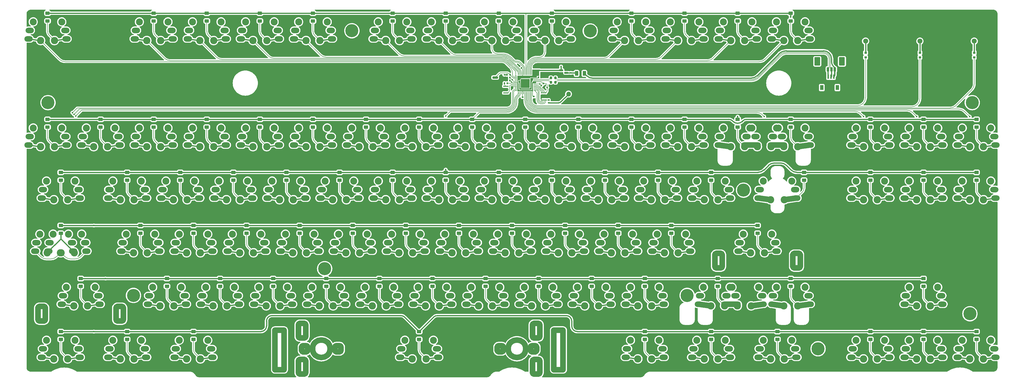
<source format=gbr>
%TF.GenerationSoftware,KiCad,Pcbnew,8.0.4*%
%TF.CreationDate,2024-08-25T19:59:21+07:00*%
%TF.ProjectId,NCR80 ALPS SKFL,4e435238-3020-4414-9c50-5320534b464c,rev?*%
%TF.SameCoordinates,Original*%
%TF.FileFunction,Copper,L2,Bot*%
%TF.FilePolarity,Positive*%
%FSLAX46Y46*%
G04 Gerber Fmt 4.6, Leading zero omitted, Abs format (unit mm)*
G04 Created by KiCad (PCBNEW 8.0.4) date 2024-08-25 19:59:21*
%MOMM*%
%LPD*%
G01*
G04 APERTURE LIST*
G04 Aperture macros list*
%AMRoundRect*
0 Rectangle with rounded corners*
0 $1 Rounding radius*
0 $2 $3 $4 $5 $6 $7 $8 $9 X,Y pos of 4 corners*
0 Add a 4 corners polygon primitive as box body*
4,1,4,$2,$3,$4,$5,$6,$7,$8,$9,$2,$3,0*
0 Add four circle primitives for the rounded corners*
1,1,$1+$1,$2,$3*
1,1,$1+$1,$4,$5*
1,1,$1+$1,$6,$7*
1,1,$1+$1,$8,$9*
0 Add four rect primitives between the rounded corners*
20,1,$1+$1,$2,$3,$4,$5,0*
20,1,$1+$1,$4,$5,$6,$7,0*
20,1,$1+$1,$6,$7,$8,$9,0*
20,1,$1+$1,$8,$9,$2,$3,0*%
G04 Aperture macros list end*
%TA.AperFunction,NonConductor*%
%ADD10C,2.000000*%
%TD*%
%TA.AperFunction,Conductor*%
%ADD11C,2.000000*%
%TD*%
%TA.AperFunction,ComponentPad*%
%ADD12O,3.000000X2.000000*%
%TD*%
%TA.AperFunction,ComponentPad*%
%ADD13C,2.500000*%
%TD*%
%TA.AperFunction,ComponentPad*%
%ADD14C,2.600000*%
%TD*%
%TA.AperFunction,ComponentPad*%
%ADD15C,4.700000*%
%TD*%
%TA.AperFunction,ComponentPad*%
%ADD16R,1.800000X1.800000*%
%TD*%
%TA.AperFunction,ComponentPad*%
%ADD17C,1.800000*%
%TD*%
%TA.AperFunction,ComponentPad*%
%ADD18O,2.500000X2.000000*%
%TD*%
%TA.AperFunction,SMDPad,CuDef*%
%ADD19RoundRect,0.140000X0.140000X0.170000X-0.140000X0.170000X-0.140000X-0.170000X0.140000X-0.170000X0*%
%TD*%
%TA.AperFunction,SMDPad,CuDef*%
%ADD20RoundRect,0.240000X-0.560000X0.360000X-0.560000X-0.360000X0.560000X-0.360000X0.560000X0.360000X0*%
%TD*%
%TA.AperFunction,SMDPad,CuDef*%
%ADD21R,0.950000X0.800000*%
%TD*%
%TA.AperFunction,SMDPad,CuDef*%
%ADD22RoundRect,0.140000X-0.219203X-0.021213X-0.021213X-0.219203X0.219203X0.021213X0.021213X0.219203X0*%
%TD*%
%TA.AperFunction,SMDPad,CuDef*%
%ADD23RoundRect,0.050000X0.050000X-0.387500X0.050000X0.387500X-0.050000X0.387500X-0.050000X-0.387500X0*%
%TD*%
%TA.AperFunction,SMDPad,CuDef*%
%ADD24RoundRect,0.050000X0.387500X-0.050000X0.387500X0.050000X-0.387500X0.050000X-0.387500X-0.050000X0*%
%TD*%
%TA.AperFunction,ComponentPad*%
%ADD25C,0.600000*%
%TD*%
%TA.AperFunction,SMDPad,CuDef*%
%ADD26RoundRect,0.144000X1.456000X-1.456000X1.456000X1.456000X-1.456000X1.456000X-1.456000X-1.456000X0*%
%TD*%
%TA.AperFunction,SMDPad,CuDef*%
%ADD27RoundRect,0.250000X0.375000X0.625000X-0.375000X0.625000X-0.375000X-0.625000X0.375000X-0.625000X0*%
%TD*%
%TA.AperFunction,SMDPad,CuDef*%
%ADD28RoundRect,0.200000X0.800000X-0.200000X0.800000X0.200000X-0.800000X0.200000X-0.800000X-0.200000X0*%
%TD*%
%TA.AperFunction,SMDPad,CuDef*%
%ADD29RoundRect,0.140000X0.170000X-0.140000X0.170000X0.140000X-0.170000X0.140000X-0.170000X-0.140000X0*%
%TD*%
%TA.AperFunction,SMDPad,CuDef*%
%ADD30RoundRect,0.140000X0.219203X0.021213X0.021213X0.219203X-0.219203X-0.021213X-0.021213X-0.219203X0*%
%TD*%
%TA.AperFunction,SMDPad,CuDef*%
%ADD31RoundRect,0.200000X-0.200000X-0.600000X0.200000X-0.600000X0.200000X0.600000X-0.200000X0.600000X0*%
%TD*%
%TA.AperFunction,SMDPad,CuDef*%
%ADD32RoundRect,0.250001X-0.799999X-1.249999X0.799999X-1.249999X0.799999X1.249999X-0.799999X1.249999X0*%
%TD*%
%TA.AperFunction,SMDPad,CuDef*%
%ADD33RoundRect,0.087500X0.087500X-0.175000X0.087500X0.175000X-0.087500X0.175000X-0.087500X-0.175000X0*%
%TD*%
%TA.AperFunction,HeatsinkPad*%
%ADD34R,1.600000X1.400000*%
%TD*%
%TA.AperFunction,ComponentPad*%
%ADD35R,1.700000X1.700000*%
%TD*%
%TA.AperFunction,ComponentPad*%
%ADD36O,1.700000X1.700000*%
%TD*%
%TA.AperFunction,SMDPad,CuDef*%
%ADD37RoundRect,0.140000X-0.170000X0.140000X-0.170000X-0.140000X0.170000X-0.140000X0.170000X0.140000X0*%
%TD*%
%TA.AperFunction,SMDPad,CuDef*%
%ADD38RoundRect,0.150000X-0.587500X-0.150000X0.587500X-0.150000X0.587500X0.150000X-0.587500X0.150000X0*%
%TD*%
%TA.AperFunction,SMDPad,CuDef*%
%ADD39RoundRect,0.135000X0.185000X-0.135000X0.185000X0.135000X-0.185000X0.135000X-0.185000X-0.135000X0*%
%TD*%
%TA.AperFunction,SMDPad,CuDef*%
%ADD40RoundRect,0.140000X-0.140000X-0.170000X0.140000X-0.170000X0.140000X0.170000X-0.140000X0.170000X0*%
%TD*%
%TA.AperFunction,SMDPad,CuDef*%
%ADD41RoundRect,0.135000X-0.135000X-0.185000X0.135000X-0.185000X0.135000X0.185000X-0.135000X0.185000X0*%
%TD*%
%TA.AperFunction,SMDPad,CuDef*%
%ADD42RoundRect,0.200000X0.200000X0.275000X-0.200000X0.275000X-0.200000X-0.275000X0.200000X-0.275000X0*%
%TD*%
%TA.AperFunction,SMDPad,CuDef*%
%ADD43R,1.200000X1.800000*%
%TD*%
%TA.AperFunction,SMDPad,CuDef*%
%ADD44R,0.600000X1.550000*%
%TD*%
%TA.AperFunction,SMDPad,CuDef*%
%ADD45R,1.900000X0.400000*%
%TD*%
%TA.AperFunction,SMDPad,CuDef*%
%ADD46RoundRect,0.140000X-0.021213X0.219203X-0.219203X0.021213X0.021213X-0.219203X0.219203X-0.021213X0*%
%TD*%
%TA.AperFunction,ViaPad*%
%ADD47C,0.600000*%
%TD*%
%TA.AperFunction,ViaPad*%
%ADD48C,0.500000*%
%TD*%
%TA.AperFunction,Conductor*%
%ADD49C,0.400000*%
%TD*%
%TA.AperFunction,Conductor*%
%ADD50C,0.200000*%
%TD*%
%TA.AperFunction,Conductor*%
%ADD51C,0.381000*%
%TD*%
%TA.AperFunction,Conductor*%
%ADD52C,0.500000*%
%TD*%
G04 APERTURE END LIST*
D10*
X286508750Y-99625000D02*
X286508750Y-103841900D01*
X182624893Y-133949700D02*
X182624893Y-132749700D01*
X180924900Y-134449705D02*
X182124893Y-134449705D01*
X182624893Y-133949700D02*
G75*
G02*
X182124893Y-134449693I-499993J0D01*
G01*
D11*
%TO.N,/R5*%
X204049997Y-126684221D02*
X200749997Y-126684221D01*
%TO.N,/C0*%
X15621250Y-118675000D02*
G75*
G02*
X16121250Y-118174950I500050J0D01*
G01*
X18291250Y-122885030D02*
G75*
G02*
X17791280Y-123384950I-499950J30D01*
G01*
D10*
X123875100Y-134450107D02*
X123875100Y-134450121D01*
X289178750Y-103835000D02*
G75*
G02*
X288678750Y-104335050I-500050J0D01*
G01*
D11*
%TO.N,/C2*%
X46291250Y-118682171D02*
X46291250Y-122885000D01*
X44121250Y-118175000D02*
X45791200Y-118175000D01*
D10*
X192878841Y-132250121D02*
X194075100Y-132250121D01*
X110224893Y-132749700D02*
X110224893Y-133949700D01*
X180424893Y-132749700D02*
X180424893Y-133949700D01*
D11*
X46291250Y-122885000D02*
G75*
G02*
X45791250Y-123385050I-500050J0D01*
G01*
D10*
X193065107Y-137724700D02*
X193065107Y-141938016D01*
X109064893Y-141934700D02*
X109064893Y-137724700D01*
X123875100Y-132250121D02*
G75*
G02*
X124375079Y-132750121I0J-499979D01*
G01*
X286508750Y-99625000D02*
G75*
G02*
X287008750Y-99124950I500050J0D01*
G01*
X288678600Y-99125000D02*
X287008750Y-99125000D01*
X193565100Y-142434705D02*
G75*
G02*
X193065106Y-141938016I0J500005D01*
G01*
D11*
%TO.N,/R5*%
X111234900Y-124264705D02*
G75*
G02*
X111734895Y-124764700I0J-499995D01*
G01*
D10*
X192375107Y-133944904D02*
X192375107Y-132750100D01*
X122175107Y-132750100D02*
X122175107Y-133955296D01*
D11*
%TO.N,/C13*%
X260678700Y-99125000D02*
X259008750Y-99125000D01*
%TO.N,/R5*%
X109064893Y-124764700D02*
X109064893Y-128974700D01*
%TO.N,/C0*%
X17791200Y-118175000D02*
G75*
G02*
X18291251Y-118682171I-100J-500200D01*
G01*
D10*
X103947997Y-140883521D02*
X100647997Y-140883521D01*
D11*
%TO.N,/R5*%
X195736607Y-128974200D02*
G75*
G02*
X195236600Y-129474207I-500007J0D01*
G01*
%TO.N,/C13*%
X261178750Y-103835000D02*
X261178750Y-99618029D01*
D10*
X194575107Y-133950100D02*
G75*
G02*
X194075100Y-134450107I-500007J0D01*
G01*
X182124900Y-132249705D02*
X180921436Y-132249705D01*
X111234893Y-142434705D02*
X109564900Y-142434705D01*
X195735107Y-141934700D02*
X195735107Y-137724705D01*
X287008900Y-104335000D02*
G75*
G02*
X286508750Y-103841900I0J500200D01*
G01*
D11*
%TO.N,/R5*%
X193066607Y-124764200D02*
X193066607Y-128977516D01*
D10*
X111734893Y-137724700D02*
X111734893Y-141934700D01*
D11*
%TO.N,/C2*%
X43621250Y-122877900D02*
X43621250Y-118675000D01*
%TO.N,/R5*%
X204049997Y-140883521D02*
X204049997Y-126684221D01*
D10*
X194075100Y-132250121D02*
G75*
G02*
X194575079Y-132750121I0J-499979D01*
G01*
D11*
%TO.N,/C13*%
X260678700Y-99125000D02*
G75*
G02*
X261178749Y-99618029I-100J-500200D01*
G01*
%TO.N,/C0*%
X15621250Y-122885000D02*
X15621250Y-118675000D01*
D10*
X190649893Y-133350121D02*
G75*
G02*
X184349893Y-133350121I-3150000J0D01*
G01*
X184349893Y-133350121D02*
G75*
G02*
X190649893Y-133350121I3150000J0D01*
G01*
X192875100Y-134450121D02*
G75*
G02*
X192375106Y-133944904I0J500021D01*
G01*
X109064893Y-137724700D02*
G75*
G02*
X109568216Y-137224704I500007J0D01*
G01*
D11*
%TO.N,/C2*%
X43621250Y-118675000D02*
G75*
G02*
X44121250Y-118174950I500050J0D01*
G01*
D10*
X122675100Y-134450121D02*
G75*
G02*
X122175106Y-133955296I0J500021D01*
G01*
X110224893Y-132749700D02*
G75*
G02*
X110721584Y-132249704I500007J0D01*
G01*
X194075100Y-134450107D02*
X194075100Y-134450121D01*
D11*
%TO.N,/C13*%
X258508750Y-99625000D02*
X258508750Y-103841900D01*
%TO.N,/R5*%
X109564900Y-129474705D02*
X111234893Y-129474705D01*
D10*
X100647997Y-126684221D02*
X103947997Y-126684221D01*
X194575107Y-132750121D02*
X194575107Y-133950100D01*
D11*
%TO.N,/C2*%
X45791250Y-123385000D02*
X44121300Y-123385000D01*
D10*
X111234900Y-137224705D02*
G75*
G02*
X111734895Y-137724700I0J-499995D01*
G01*
X120450107Y-133350121D02*
G75*
G02*
X114150107Y-133350121I-3150000J0D01*
G01*
X114150107Y-133350121D02*
G75*
G02*
X120450107Y-133350121I3150000J0D01*
G01*
D11*
%TO.N,/R5*%
X109564900Y-129474705D02*
G75*
G02*
X109064895Y-128974700I0J500005D01*
G01*
X200749997Y-140883521D02*
X204049997Y-140883521D01*
D10*
X100647997Y-140883521D02*
X100647997Y-126684221D01*
D11*
%TO.N,/C13*%
X258508750Y-99625000D02*
G75*
G02*
X259008750Y-99124950I500050J0D01*
G01*
D10*
X110724900Y-134449705D02*
X111924893Y-134449705D01*
D11*
%TO.N,/C0*%
X16121250Y-118175000D02*
X17791200Y-118175000D01*
D10*
X289178750Y-103835000D02*
X289178750Y-99618029D01*
X192375107Y-132750100D02*
G75*
G02*
X192878841Y-132250121I499993J0D01*
G01*
X122175107Y-132750100D02*
G75*
G02*
X122671359Y-132250121I499993J0D01*
G01*
D11*
%TO.N,/R5*%
X195736607Y-128974200D02*
X195736607Y-124764205D01*
D10*
X124375107Y-133950100D02*
G75*
G02*
X123875100Y-134450107I-500007J0D01*
G01*
X123875100Y-132250121D02*
X122671359Y-132250121D01*
D11*
%TO.N,/C13*%
X259008800Y-104335000D02*
X260678750Y-104335000D01*
%TO.N,/R5*%
X111234900Y-124264705D02*
X109561584Y-124264705D01*
D10*
X122675100Y-134450121D02*
X123875100Y-134450121D01*
X180924900Y-134449705D02*
G75*
G02*
X180424895Y-133949700I0J500005D01*
G01*
X194075100Y-134450121D02*
X192875100Y-134450121D01*
D11*
X200749997Y-126684221D02*
X200749997Y-140883521D01*
%TO.N,/C0*%
X17791280Y-123385000D02*
X16121250Y-123385000D01*
%TO.N,/R5*%
X195236600Y-124264205D02*
G75*
G02*
X195736595Y-124764205I0J-499995D01*
G01*
D10*
X195735107Y-141934700D02*
G75*
G02*
X195235100Y-142434707I-500007J0D01*
G01*
D11*
X109064893Y-124764700D02*
G75*
G02*
X109561584Y-124264704I500007J0D01*
G01*
D10*
X112424893Y-133949700D02*
X112424893Y-132749700D01*
X111734893Y-141934700D02*
G75*
G02*
X111234893Y-142434693I-499993J0D01*
G01*
X110724900Y-134449705D02*
G75*
G02*
X110224895Y-133949700I0J500005D01*
G01*
D11*
X111734893Y-128974700D02*
G75*
G02*
X111234893Y-129474693I-499993J0D01*
G01*
%TO.N,/C13*%
X259008800Y-104335000D02*
G75*
G02*
X258508750Y-103841900I100J500200D01*
G01*
D10*
X287008900Y-104335000D02*
X288678750Y-104335000D01*
X195235100Y-137224705D02*
G75*
G02*
X195735095Y-137724705I0J-499995D01*
G01*
D11*
%TO.N,/R5*%
X193066607Y-124764200D02*
G75*
G02*
X193566600Y-124264207I499993J0D01*
G01*
%TO.N,/C2*%
X45791200Y-118175000D02*
G75*
G02*
X46291251Y-118682171I-100J-500200D01*
G01*
D10*
X193065107Y-137724700D02*
G75*
G02*
X193565100Y-137224707I499993J0D01*
G01*
D11*
X44121300Y-123385000D02*
G75*
G02*
X43621248Y-122877900I100J500200D01*
G01*
%TO.N,/R5*%
X111734893Y-128974700D02*
X111734893Y-124764700D01*
D10*
X124375107Y-133950100D02*
X124375107Y-132750121D01*
X193565100Y-142434705D02*
X195235100Y-142434705D01*
X111924900Y-132249705D02*
G75*
G02*
X112424895Y-132749700I0J-499995D01*
G01*
X288678600Y-99125000D02*
G75*
G02*
X289178749Y-99618029I0J-500200D01*
G01*
X103947997Y-126684221D02*
X103947997Y-140883521D01*
D11*
X193566600Y-129474205D02*
X195236600Y-129474205D01*
X193566600Y-129474205D02*
G75*
G02*
X193066606Y-128977516I0J500005D01*
G01*
D10*
X112424893Y-133949700D02*
G75*
G02*
X111924893Y-134449693I-499993J0D01*
G01*
D11*
%TO.N,/C0*%
X18291250Y-118682171D02*
X18291250Y-122885030D01*
D10*
X180424893Y-132749700D02*
G75*
G02*
X180921436Y-132249705I500007J0D01*
G01*
D11*
%TO.N,/C13*%
X261178750Y-103835000D02*
G75*
G02*
X260678750Y-104335050I-500050J0D01*
G01*
%TO.N,/R5*%
X195236600Y-124264205D02*
X193566600Y-124264205D01*
D10*
X109564900Y-142434705D02*
G75*
G02*
X109064895Y-141934700I0J500005D01*
G01*
X195235100Y-137224705D02*
X193565100Y-137224705D01*
D11*
%TO.N,/C0*%
X16121250Y-123385000D02*
G75*
G02*
X15621300Y-122885000I50J500000D01*
G01*
D10*
X109568216Y-137224705D02*
X111234900Y-137224705D01*
X111924900Y-132249705D02*
X110721584Y-132249705D01*
X182124900Y-132249705D02*
G75*
G02*
X182624895Y-132749700I0J-499995D01*
G01*
%TD*%
D12*
%TO.P,MX47,*%
%TO.N,*%
X307945000Y-76200000D03*
D13*
X309200000Y-73150000D03*
X319450000Y-73150000D03*
D12*
X320705000Y-76200000D03*
%TO.P,MX47,1,COL*%
%TO.N,/C14*%
X307525000Y-79250000D03*
D14*
X311845000Y-79850000D03*
%TO.P,MX47,2,ROW*%
%TO.N,Net-(D47-A)*%
X316805000Y-79850000D03*
D12*
X321125000Y-79250000D03*
%TD*%
%TO.P,MX56,*%
%TO.N,*%
X141257500Y-95250000D03*
D13*
X142512500Y-92200000D03*
X152762500Y-92200000D03*
D12*
X154017500Y-95250000D03*
%TO.P,MX56,1,COL*%
%TO.N,/C6*%
X140837500Y-98300000D03*
D14*
X145157500Y-98900000D03*
%TO.P,MX56,2,ROW*%
%TO.N,Net-(D52-A)*%
X150117500Y-98900000D03*
D12*
X154437500Y-98300000D03*
%TD*%
%TO.P,MX82,*%
%TO.N,*%
X17432500Y-133350000D03*
D13*
X18687500Y-130300000D03*
X28937500Y-130300000D03*
D12*
X30192500Y-133350000D03*
%TO.P,MX82,1,COL*%
%TO.N,/C0*%
X17012500Y-136400000D03*
D14*
X21332500Y-137000000D03*
%TO.P,MX82,2,ROW*%
%TO.N,Net-(D78-A)*%
X26292500Y-137000000D03*
D12*
X30612500Y-136400000D03*
%TD*%
D15*
%TO.P,REF\u002A\u002A,1*%
%TO.N,N/C*%
X295549000Y-133367496D03*
%TD*%
D12*
%TO.P,MX30,*%
%TO.N,*%
X346045000Y-57150000D03*
D13*
X347300000Y-54100000D03*
X357550000Y-54100000D03*
D12*
X358805000Y-57150000D03*
%TO.P,MX30,1,COL*%
%TO.N,/C16*%
X345625000Y-60200000D03*
D14*
X349945000Y-60800000D03*
%TO.P,MX30,2,ROW*%
%TO.N,Net-(D31-A)*%
X354905000Y-60800000D03*
D12*
X359225000Y-60200000D03*
%TD*%
%TO.P,MX42,*%
%TO.N,*%
X193645000Y-76200000D03*
D13*
X194900000Y-73150000D03*
X205150000Y-73150000D03*
D12*
X206405000Y-76200000D03*
%TO.P,MX42,1,COL*%
%TO.N,/C9*%
X193225000Y-79250000D03*
D14*
X197545000Y-79850000D03*
%TO.P,MX42,2,ROW*%
%TO.N,Net-(D44-A)*%
X202505000Y-79850000D03*
D12*
X206825000Y-79250000D03*
%TD*%
%TO.P,MX31,*%
%TO.N,*%
X269845000Y-57150000D03*
D13*
X271100000Y-54100000D03*
X281350000Y-54100000D03*
D12*
X282605000Y-57150000D03*
%TO.P,MX31,1,COL*%
%TO.N,Net-(D14-A)*%
X269425000Y-60200000D03*
D14*
X273745000Y-60800000D03*
%TO.P,MX31,2,ROW*%
%TO.N,/C13*%
X278705000Y-60800000D03*
D12*
X283025000Y-60200000D03*
%TD*%
%TO.P,MX90,*%
%TO.N,*%
X250795000Y-133350000D03*
D13*
X252050000Y-130300000D03*
X262300000Y-130300000D03*
D12*
X263555000Y-133350000D03*
%TO.P,MX90,1,COL*%
%TO.N,/C12*%
X250375000Y-136400000D03*
D14*
X254695000Y-137000000D03*
%TO.P,MX90,2,ROW*%
%TO.N,Net-(D82-A)*%
X259655000Y-137000000D03*
D12*
X263975000Y-136400000D03*
%TD*%
D16*
%TO.P,D71,1,K*%
%TO.N,GND*%
X334643001Y-22915552D03*
D17*
%TO.P,D71,2,A*%
%TO.N,Net-(D71-A)*%
X332103001Y-22915552D03*
%TD*%
D12*
%TO.P,MX34,*%
%TO.N,*%
X41245000Y-76200000D03*
D13*
X42500000Y-73150000D03*
X52750000Y-73150000D03*
D12*
X54005000Y-76200000D03*
%TO.P,MX34,1,COL*%
%TO.N,/C1*%
X40825000Y-79250000D03*
D14*
X45145000Y-79850000D03*
%TO.P,MX34,2,ROW*%
%TO.N,Net-(D40-A)*%
X50105000Y-79850000D03*
D12*
X54425000Y-79250000D03*
%TD*%
%TO.P,MX79,*%
%TO.N,*%
X253176250Y-114300000D03*
D13*
X254431250Y-111250000D03*
X264681250Y-111250000D03*
D12*
X265936250Y-114300000D03*
%TO.P,MX79,1,COL*%
%TO.N,/C12*%
X252756250Y-117350000D03*
D14*
X257076250Y-117950000D03*
%TO.P,MX79,2,ROW*%
%TO.N,Net-(D69-A)*%
X262036250Y-117950000D03*
D12*
X266356250Y-117350000D03*
%TD*%
D15*
%TO.P,REF\u002A\u002A,1*%
%TO.N,N/C*%
X49899001Y-114217493D03*
%TD*%
D12*
%TO.P,MX9,*%
%TO.N,*%
X193645000Y-19050000D03*
D13*
X194900000Y-16000000D03*
X205150000Y-16000000D03*
D12*
X206405000Y-19050000D03*
%TO.P,MX9,1,COL*%
%TO.N,/C8*%
X193225000Y-22100000D03*
D14*
X197545000Y-22700000D03*
%TO.P,MX9,2,ROW*%
%TO.N,Net-(D5-A)*%
X202505000Y-22700000D03*
D12*
X206825000Y-22100000D03*
%TD*%
%TO.P,MX39,*%
%TO.N,*%
X136495000Y-76200000D03*
D13*
X137750000Y-73150000D03*
X148000000Y-73150000D03*
D12*
X149255000Y-76200000D03*
%TO.P,MX39,1,COL*%
%TO.N,/C6*%
X136075000Y-79250000D03*
D14*
X140395000Y-79850000D03*
%TO.P,MX39,2,ROW*%
%TO.N,Net-(D35-A)*%
X145355000Y-79850000D03*
D12*
X149675000Y-79250000D03*
%TD*%
%TO.P,MX28,*%
%TO.N,*%
X307945000Y-57150000D03*
D13*
X309200000Y-54100000D03*
X319450000Y-54100000D03*
D12*
X320705000Y-57150000D03*
%TO.P,MX28,1,COL*%
%TO.N,/C14*%
X307525000Y-60200000D03*
D14*
X311845000Y-60800000D03*
%TO.P,MX28,2,ROW*%
%TO.N,Net-(D30-A)*%
X316805000Y-60800000D03*
D12*
X321125000Y-60200000D03*
%TD*%
%TO.P,MX43,*%
%TO.N,*%
X212695000Y-76200000D03*
D13*
X213950000Y-73150000D03*
X224200000Y-73150000D03*
D12*
X225455000Y-76200000D03*
%TO.P,MX43,1,COL*%
%TO.N,/C10*%
X212275000Y-79250000D03*
D14*
X216595000Y-79850000D03*
%TO.P,MX43,2,ROW*%
%TO.N,Net-(D37-A)*%
X221555000Y-79850000D03*
D12*
X225875000Y-79250000D03*
%TD*%
%TO.P,MX57,*%
%TO.N,*%
X160307500Y-95250000D03*
D13*
X161562500Y-92200000D03*
X171812500Y-92200000D03*
D12*
X173067500Y-95250000D03*
%TO.P,MX57,1,COL*%
%TO.N,/C7*%
X159887500Y-98300000D03*
D14*
X164207500Y-98900000D03*
%TO.P,MX57,2,ROW*%
%TO.N,Net-(D59-A)*%
X169167500Y-98900000D03*
D12*
X173487500Y-98300000D03*
%TD*%
%TO.P,MX36,*%
%TO.N,*%
X79345000Y-76200000D03*
D13*
X80600000Y-73150000D03*
X90850000Y-73150000D03*
D12*
X92105000Y-76200000D03*
%TO.P,MX36,1,COL*%
%TO.N,/C3*%
X78925000Y-79250000D03*
D14*
X83245000Y-79850000D03*
%TO.P,MX36,2,ROW*%
%TO.N,Net-(D41-A)*%
X88205000Y-79850000D03*
D12*
X92525000Y-79250000D03*
%TD*%
%TO.P,MX55,*%
%TO.N,*%
X122207500Y-95250000D03*
D13*
X123462500Y-92200000D03*
X133712500Y-92200000D03*
D12*
X134967500Y-95250000D03*
%TO.P,MX55,1,COL*%
%TO.N,/C5*%
X121787500Y-98300000D03*
D14*
X126107500Y-98900000D03*
%TO.P,MX55,2,ROW*%
%TO.N,Net-(D58-A)*%
X131067500Y-98900000D03*
D12*
X135387500Y-98300000D03*
%TD*%
%TO.P,MX20,*%
%TO.N,*%
X107920000Y-57150000D03*
D13*
X109175000Y-54100000D03*
X119425000Y-54100000D03*
D12*
X120680000Y-57150000D03*
%TO.P,MX20,1,COL*%
%TO.N,/C5*%
X107500000Y-60200000D03*
D14*
X111820000Y-60800000D03*
%TO.P,MX20,2,ROW*%
%TO.N,Net-(D25-A)*%
X116780000Y-60800000D03*
D12*
X121100000Y-60200000D03*
%TD*%
%TO.P,MX53,*%
%TO.N,*%
X84107500Y-95250000D03*
D13*
X85362500Y-92200000D03*
X95612500Y-92200000D03*
D12*
X96867500Y-95250000D03*
%TO.P,MX53,1,COL*%
%TO.N,/C3*%
X83687500Y-98300000D03*
D14*
X88007500Y-98900000D03*
%TO.P,MX53,2,ROW*%
%TO.N,Net-(D57-A)*%
X92967500Y-98900000D03*
D12*
X97287500Y-98300000D03*
%TD*%
%TO.P,MX77,*%
%TO.N,*%
X226982500Y-114300000D03*
D13*
X228237500Y-111250000D03*
X238487500Y-111250000D03*
D12*
X239742500Y-114300000D03*
%TO.P,MX77,1,COL*%
%TO.N,/C11*%
X226562500Y-117350000D03*
D14*
X230882500Y-117950000D03*
%TO.P,MX77,2,ROW*%
%TO.N,Net-(D76-A)*%
X235842500Y-117950000D03*
D12*
X240162500Y-117350000D03*
%TD*%
%TO.P,MX4,*%
%TO.N,*%
X88870000Y-19050000D03*
D13*
X90125000Y-16000000D03*
X100375000Y-16000000D03*
D12*
X101630000Y-19050000D03*
%TO.P,MX4,1,COL*%
%TO.N,/C3*%
X88450000Y-22100000D03*
D14*
X92770000Y-22700000D03*
%TO.P,MX4,2,ROW*%
%TO.N,Net-(D9-A)*%
X97730000Y-22700000D03*
D12*
X102050000Y-22100000D03*
%TD*%
%TO.P,MX48,*%
%TO.N,*%
X326995000Y-76200000D03*
D13*
X328250000Y-73150000D03*
X338500000Y-73150000D03*
D12*
X339755000Y-76200000D03*
%TO.P,MX48,1,COL*%
%TO.N,/C15*%
X326575000Y-79250000D03*
D14*
X330895000Y-79850000D03*
%TO.P,MX48,2,ROW*%
%TO.N,Net-(D39-A)*%
X335855000Y-79850000D03*
D12*
X340175000Y-79250000D03*
%TD*%
%TO.P,MX23,*%
%TO.N,*%
X165070000Y-57150000D03*
D13*
X166325000Y-54100000D03*
X176575000Y-54100000D03*
D12*
X177830000Y-57150000D03*
%TO.P,MX23,1,COL*%
%TO.N,/C8*%
X164650000Y-60200000D03*
D14*
X168970000Y-60800000D03*
%TO.P,MX23,2,ROW*%
%TO.N,Net-(D19-A)*%
X173930000Y-60800000D03*
D12*
X178250000Y-60200000D03*
%TD*%
%TO.P,MX38,*%
%TO.N,*%
X117445000Y-76200000D03*
D13*
X118700000Y-73150000D03*
X128950000Y-73150000D03*
D12*
X130205000Y-76200000D03*
%TO.P,MX38,1,COL*%
%TO.N,/C5*%
X117025000Y-79250000D03*
D14*
X121345000Y-79850000D03*
%TO.P,MX38,2,ROW*%
%TO.N,Net-(D42-A)*%
X126305000Y-79850000D03*
D12*
X130625000Y-79250000D03*
%TD*%
%TO.P,MX75,*%
%TO.N,*%
X188882500Y-114300000D03*
D13*
X190137500Y-111250000D03*
X200387500Y-111250000D03*
D12*
X201642500Y-114300000D03*
%TO.P,MX75,1,COL*%
%TO.N,/C9*%
X188462500Y-117350000D03*
D14*
X192782500Y-117950000D03*
%TO.P,MX75,2,ROW*%
%TO.N,Net-(D75-A)*%
X197742500Y-117950000D03*
D12*
X202062500Y-117350000D03*
%TD*%
%TO.P,MX35,*%
%TO.N,*%
X60295000Y-76200000D03*
D13*
X61550000Y-73150000D03*
X71800000Y-73150000D03*
D12*
X73055000Y-76200000D03*
%TO.P,MX35,1,COL*%
%TO.N,/C2*%
X59875000Y-79250000D03*
D14*
X64195000Y-79850000D03*
%TO.P,MX35,2,ROW*%
%TO.N,Net-(D33-A)*%
X69155000Y-79850000D03*
D12*
X73475000Y-79250000D03*
%TD*%
%TO.P,MX54,*%
%TO.N,*%
X103157500Y-95250000D03*
D13*
X104412500Y-92200000D03*
X114662500Y-92200000D03*
D12*
X115917500Y-95250000D03*
%TO.P,MX54,1,COL*%
%TO.N,/C4*%
X102737500Y-98300000D03*
D14*
X107057500Y-98900000D03*
%TO.P,MX54,2,ROW*%
%TO.N,Net-(D51-A)*%
X112017500Y-98900000D03*
D12*
X116337500Y-98300000D03*
%TD*%
%TO.P,MX91,*%
%TO.N,*%
X274607500Y-133350000D03*
D13*
X275862500Y-130300000D03*
X286112500Y-130300000D03*
D12*
X287367500Y-133350000D03*
%TO.P,MX91,1,COL*%
%TO.N,/C13*%
X274187500Y-136400000D03*
D14*
X278507500Y-137000000D03*
%TO.P,MX91,2,ROW*%
%TO.N,Net-(D89-A)*%
X283467500Y-137000000D03*
D12*
X287787500Y-136400000D03*
%TD*%
%TO.P,MX37,*%
%TO.N,*%
X98395000Y-76200000D03*
D13*
X99650000Y-73150000D03*
X109900000Y-73150000D03*
D12*
X111155000Y-76200000D03*
%TO.P,MX37,1,COL*%
%TO.N,/C4*%
X97975000Y-79250000D03*
D14*
X102295000Y-79850000D03*
%TO.P,MX37,2,ROW*%
%TO.N,Net-(D34-A)*%
X107255000Y-79850000D03*
D12*
X111575000Y-79250000D03*
%TD*%
D15*
%TO.P,REF\u002A\u002A,1*%
%TO.N,N/C*%
X19224000Y-44992493D03*
%TD*%
D12*
%TO.P,MX99,*%
%TO.N,*%
X146020000Y-133350000D03*
D13*
X147275000Y-130300000D03*
X157525000Y-130300000D03*
D12*
X158780000Y-133350000D03*
%TO.P,MX99,1,COL*%
%TO.N,/C7*%
X145600000Y-136400000D03*
D14*
X149920000Y-137000000D03*
%TO.P,MX99,2,ROW*%
%TO.N,Net-(D80-A)*%
X154880000Y-137000000D03*
D12*
X159200000Y-136400000D03*
%TD*%
%TO.P,MX1,*%
%TO.N,*%
X12670000Y-19050000D03*
D13*
X13925000Y-16000000D03*
X24175000Y-16000000D03*
D12*
X25430000Y-19050000D03*
%TO.P,MX1,1,COL*%
%TO.N,/C0*%
X12250000Y-22100000D03*
D14*
X16570000Y-22700000D03*
%TO.P,MX1,2,ROW*%
%TO.N,Net-(D1-A)*%
X21530000Y-22700000D03*
D12*
X25850000Y-22100000D03*
%TD*%
%TO.P,MX83,*%
%TO.N,*%
X41245000Y-133350000D03*
D13*
X42500000Y-130300000D03*
X52750000Y-130300000D03*
D12*
X54005000Y-133350000D03*
%TO.P,MX83,1,COL*%
%TO.N,/C1*%
X40825000Y-136400000D03*
D14*
X45145000Y-137000000D03*
%TO.P,MX83,2,ROW*%
%TO.N,Net-(D84-A)*%
X50105000Y-137000000D03*
D12*
X54425000Y-136400000D03*
%TD*%
%TO.P,MX14,*%
%TO.N,*%
X260320000Y-57150000D03*
D13*
X261575000Y-54100000D03*
X271825000Y-54100000D03*
D12*
X273080000Y-57150000D03*
%TO.P,MX14,1,COL*%
%TO.N,/C13*%
X259900000Y-60200000D03*
D14*
X264220000Y-60800000D03*
%TO.P,MX14,2,ROW*%
%TO.N,Net-(D14-A)*%
X269180000Y-60800000D03*
D12*
X273500000Y-60200000D03*
%TD*%
%TO.P,MX52,*%
%TO.N,*%
X65057500Y-95250000D03*
D13*
X66312500Y-92200000D03*
X76562500Y-92200000D03*
D12*
X77817500Y-95250000D03*
%TO.P,MX52,1,COL*%
%TO.N,/C2*%
X64637500Y-98300000D03*
D14*
X68957500Y-98900000D03*
%TO.P,MX52,2,ROW*%
%TO.N,Net-(D50-A)*%
X73917500Y-98900000D03*
D12*
X78237500Y-98300000D03*
%TD*%
%TO.P,MX29,*%
%TO.N,*%
X326995000Y-57150000D03*
D13*
X328250000Y-54100000D03*
X338500000Y-54100000D03*
D12*
X339755000Y-57150000D03*
%TO.P,MX29,1,COL*%
%TO.N,/C15*%
X326575000Y-60200000D03*
D14*
X330895000Y-60800000D03*
%TO.P,MX29,2,ROW*%
%TO.N,Net-(D22-A)*%
X335855000Y-60800000D03*
D12*
X340175000Y-60200000D03*
%TD*%
%TO.P,MX15,*%
%TO.N,*%
X12670000Y-57150000D03*
D13*
X13925000Y-54100000D03*
X24175000Y-54100000D03*
D12*
X25430000Y-57150000D03*
%TO.P,MX15,1,COL*%
%TO.N,/C0*%
X12250000Y-60200000D03*
D14*
X16570000Y-60800000D03*
%TO.P,MX15,2,ROW*%
%TO.N,Net-(D15-A)*%
X21530000Y-60800000D03*
D12*
X25850000Y-60200000D03*
%TD*%
%TO.P,MX40,*%
%TO.N,*%
X155545000Y-76200000D03*
D13*
X156800000Y-73150000D03*
X167050000Y-73150000D03*
D12*
X168305000Y-76200000D03*
%TO.P,MX40,1,COL*%
%TO.N,/C7*%
X155125000Y-79250000D03*
D14*
X159445000Y-79850000D03*
%TO.P,MX40,2,ROW*%
%TO.N,Net-(D43-A)*%
X164405000Y-79850000D03*
D12*
X168725000Y-79250000D03*
%TD*%
%TO.P,MX50,*%
%TO.N,*%
X15051250Y-95250000D03*
D13*
X16306250Y-92200000D03*
X26556250Y-92200000D03*
D12*
X27811250Y-95250000D03*
D14*
%TO.P,MX50,1,COL*%
%TO.N,Net-(D49-A)*%
X18951250Y-98900000D03*
D12*
X28231250Y-98300000D03*
%TO.P,MX50,2,ROW*%
%TO.N,/C0*%
X14631250Y-98300000D03*
D14*
X23911250Y-98900000D03*
%TD*%
D15*
%TO.P,REF\u002A\u002A,1*%
%TO.N,N/C*%
X350874000Y-44992493D03*
%TD*%
%TO.P,REF\u002A\u002A,1*%
%TO.N,N/C*%
X350049000Y-120791989D03*
%TD*%
D12*
%TO.P,MX6,*%
%TO.N,*%
X136495000Y-19050000D03*
D13*
X137750000Y-16000000D03*
X148000000Y-16000000D03*
D12*
X149255000Y-19050000D03*
%TO.P,MX6,1,COL*%
%TO.N,/C5*%
X136075000Y-22100000D03*
D14*
X140395000Y-22700000D03*
%TO.P,MX6,2,ROW*%
%TO.N,Net-(D10-A)*%
X145355000Y-22700000D03*
D12*
X149675000Y-22100000D03*
%TD*%
D15*
%TO.P,REF\u002A\u002A,1*%
%TO.N,N/C*%
X248584714Y-114217493D03*
%TD*%
D12*
%TO.P,MX72,*%
%TO.N,*%
X131732500Y-114300000D03*
D13*
X132987500Y-111250000D03*
X143237500Y-111250000D03*
D12*
X144492500Y-114300000D03*
%TO.P,MX72,1,COL*%
%TO.N,/C6*%
X131312500Y-117350000D03*
D14*
X135632500Y-117950000D03*
%TO.P,MX72,2,ROW*%
%TO.N,Net-(D66-A)*%
X140592500Y-117950000D03*
D12*
X144912500Y-117350000D03*
%TD*%
%TO.P,MX18,*%
%TO.N,*%
X69820000Y-57150000D03*
D13*
X71075000Y-54100000D03*
X81325000Y-54100000D03*
D12*
X82580000Y-57150000D03*
%TO.P,MX18,1,COL*%
%TO.N,/C3*%
X69400000Y-60200000D03*
D14*
X73720000Y-60800000D03*
%TO.P,MX18,2,ROW*%
%TO.N,Net-(D24-A)*%
X78680000Y-60800000D03*
D12*
X83000000Y-60200000D03*
%TD*%
%TO.P,MX25,*%
%TO.N,*%
X203170000Y-57150000D03*
D13*
X204425000Y-54100000D03*
X214675000Y-54100000D03*
D12*
X215930000Y-57150000D03*
%TO.P,MX25,1,COL*%
%TO.N,/C10*%
X202750000Y-60200000D03*
D14*
X207070000Y-60800000D03*
%TO.P,MX25,2,ROW*%
%TO.N,Net-(D20-A)*%
X212030000Y-60800000D03*
D12*
X216350000Y-60200000D03*
%TD*%
%TO.P,MX3,*%
%TO.N,*%
X69820000Y-19050000D03*
D13*
X71075000Y-16000000D03*
X81325000Y-16000000D03*
D12*
X82580000Y-19050000D03*
%TO.P,MX3,1,COL*%
%TO.N,/C2*%
X69400000Y-22100000D03*
D14*
X73720000Y-22700000D03*
%TO.P,MX3,2,ROW*%
%TO.N,Net-(D2-A)*%
X78680000Y-22700000D03*
D12*
X83000000Y-22100000D03*
%TD*%
D15*
%TO.P,REF\u002A\u002A,1*%
%TO.N,N/C*%
X128268687Y-19193441D03*
%TD*%
D12*
%TO.P,MX71,*%
%TO.N,*%
X112682500Y-114300000D03*
D13*
X113937500Y-111250000D03*
X124187500Y-111250000D03*
D12*
X125442500Y-114300000D03*
%TO.P,MX71,1,COL*%
%TO.N,/C5*%
X112262500Y-117350000D03*
D14*
X116582500Y-117950000D03*
%TO.P,MX71,2,ROW*%
%TO.N,Net-(D73-A)*%
X121542500Y-117950000D03*
D12*
X125862500Y-117350000D03*
%TD*%
%TO.P,MX61,*%
%TO.N,*%
X236507500Y-95250000D03*
D13*
X237762500Y-92200000D03*
X248012500Y-92200000D03*
D12*
X249267500Y-95250000D03*
%TO.P,MX61,1,COL*%
%TO.N,/C11*%
X236087500Y-98300000D03*
D14*
X240407500Y-98900000D03*
%TO.P,MX61,2,ROW*%
%TO.N,Net-(D61-A)*%
X245367500Y-98900000D03*
D12*
X249687500Y-98300000D03*
%TD*%
%TO.P,MX7,*%
%TO.N,*%
X155545000Y-19050000D03*
D13*
X156800000Y-16000000D03*
X167050000Y-16000000D03*
D12*
X168305000Y-19050000D03*
%TO.P,MX7,1,COL*%
%TO.N,/C6*%
X155125000Y-22100000D03*
D14*
X159445000Y-22700000D03*
%TO.P,MX7,2,ROW*%
%TO.N,Net-(D4-A)*%
X164405000Y-22700000D03*
D12*
X168725000Y-22100000D03*
%TD*%
%TO.P,MX10,*%
%TO.N,*%
X222220000Y-19050000D03*
D13*
X223475000Y-16000000D03*
X233725000Y-16000000D03*
D12*
X234980000Y-19050000D03*
%TO.P,MX10,1,COL*%
%TO.N,/C9*%
X221800000Y-22100000D03*
D14*
X226120000Y-22700000D03*
%TO.P,MX10,2,ROW*%
%TO.N,Net-(D12-A)*%
X231080000Y-22700000D03*
D12*
X235400000Y-22100000D03*
%TD*%
D16*
%TO.P,D81,1,K*%
%TO.N,GND*%
X354141001Y-22915552D03*
D17*
%TO.P,D81,2,A*%
%TO.N,Net-(D81-A)*%
X351601001Y-22915552D03*
%TD*%
D12*
%TO.P,MX8,*%
%TO.N,*%
X174595000Y-19050000D03*
D13*
X175850000Y-16000000D03*
X186100000Y-16000000D03*
D12*
X187355000Y-19050000D03*
%TO.P,MX8,1,COL*%
%TO.N,/C7*%
X174175000Y-22100000D03*
D14*
X178495000Y-22700000D03*
%TO.P,MX8,2,ROW*%
%TO.N,Net-(D11-A)*%
X183455000Y-22700000D03*
D12*
X187775000Y-22100000D03*
%TD*%
%TO.P,MX2,*%
%TO.N,*%
X50770000Y-19050000D03*
D13*
X52025000Y-16000000D03*
X62275000Y-16000000D03*
D12*
X63530000Y-19050000D03*
%TO.P,MX2,1,COL*%
%TO.N,/C1*%
X50350000Y-22100000D03*
D14*
X54670000Y-22700000D03*
%TO.P,MX2,2,ROW*%
%TO.N,Net-(D8-A)*%
X59630000Y-22700000D03*
D12*
X63950000Y-22100000D03*
%TD*%
%TO.P,MX19,*%
%TO.N,*%
X88870000Y-57150000D03*
D13*
X90125000Y-54100000D03*
X100375000Y-54100000D03*
D12*
X101630000Y-57150000D03*
%TO.P,MX19,1,COL*%
%TO.N,/C4*%
X88450000Y-60200000D03*
D14*
X92770000Y-60800000D03*
%TO.P,MX19,2,ROW*%
%TO.N,Net-(D17-A)*%
X97730000Y-60800000D03*
D12*
X102050000Y-60200000D03*
%TD*%
%TO.P,MX65,*%
%TO.N,*%
X24576250Y-114300000D03*
D13*
X25831250Y-111250000D03*
X36081250Y-111250000D03*
D12*
X37336250Y-114300000D03*
%TO.P,MX65,1,COL*%
%TO.N,/C0*%
X24156250Y-117350000D03*
D14*
X28476250Y-117950000D03*
%TO.P,MX65,2,ROW*%
%TO.N,Net-(D63-A)*%
X33436250Y-117950000D03*
D12*
X37756250Y-117350000D03*
%TD*%
%TO.P,MX12,*%
%TO.N,*%
X260320000Y-19050000D03*
D13*
X261575000Y-16000000D03*
X271825000Y-16000000D03*
D12*
X273080000Y-19050000D03*
%TO.P,MX12,1,COL*%
%TO.N,/C11*%
X259900000Y-22100000D03*
D14*
X264220000Y-22700000D03*
%TO.P,MX12,2,ROW*%
%TO.N,Net-(D13-A)*%
X269180000Y-22700000D03*
D12*
X273500000Y-22100000D03*
%TD*%
%TO.P,MX45,*%
%TO.N,*%
X250795000Y-76200000D03*
D13*
X252050000Y-73150000D03*
X262300000Y-73150000D03*
D12*
X263555000Y-76200000D03*
%TO.P,MX45,1,COL*%
%TO.N,/C12*%
X250375000Y-79250000D03*
D14*
X254695000Y-79850000D03*
%TO.P,MX45,2,ROW*%
%TO.N,Net-(D38-A)*%
X259655000Y-79850000D03*
D12*
X263975000Y-79250000D03*
%TD*%
%TO.P,MX26,*%
%TO.N,*%
X222220000Y-57150000D03*
D13*
X223475000Y-54100000D03*
X233725000Y-54100000D03*
D12*
X234980000Y-57150000D03*
%TO.P,MX26,1,COL*%
%TO.N,/C11*%
X221800000Y-60200000D03*
D14*
X226120000Y-60800000D03*
%TO.P,MX26,2,ROW*%
%TO.N,Net-(D28-A)*%
X231080000Y-60800000D03*
D12*
X235400000Y-60200000D03*
%TD*%
%TO.P,MX11,*%
%TO.N,*%
X241270000Y-19050000D03*
D13*
X242525000Y-16000000D03*
X252775000Y-16000000D03*
D12*
X254030000Y-19050000D03*
%TO.P,MX11,1,COL*%
%TO.N,/C10*%
X240850000Y-22100000D03*
D14*
X245170000Y-22700000D03*
%TO.P,MX11,2,ROW*%
%TO.N,Net-(D6-A)*%
X250130000Y-22700000D03*
D12*
X254450000Y-22100000D03*
%TD*%
%TO.P,MX44,*%
%TO.N,*%
X231745000Y-76200000D03*
D13*
X233000000Y-73150000D03*
X243250000Y-73150000D03*
D12*
X244505000Y-76200000D03*
%TO.P,MX44,1,COL*%
%TO.N,/C11*%
X231325000Y-79250000D03*
D14*
X235645000Y-79850000D03*
%TO.P,MX44,2,ROW*%
%TO.N,Net-(D45-A)*%
X240605000Y-79850000D03*
D12*
X244925000Y-79250000D03*
%TD*%
%TO.P,MX107,*%
%TO.N,*%
X346045000Y-133350000D03*
D13*
X347300000Y-130300000D03*
X357550000Y-130300000D03*
D12*
X358805000Y-133350000D03*
%TO.P,MX107,1,COL*%
%TO.N,/C16*%
X345625000Y-136400000D03*
D14*
X349945000Y-137000000D03*
%TO.P,MX107,2,ROW*%
%TO.N,Net-(D91-A)*%
X354905000Y-137000000D03*
D12*
X359225000Y-136400000D03*
%TD*%
%TO.P,MX62,*%
%TO.N,*%
X267463750Y-95250000D03*
D13*
X268718750Y-92200000D03*
X278968750Y-92200000D03*
D12*
X280223750Y-95250000D03*
%TO.P,MX62,1,COL*%
%TO.N,/C13*%
X267043750Y-98300000D03*
D14*
X271363750Y-98900000D03*
%TO.P,MX62,2,ROW*%
%TO.N,Net-(D62-A)*%
X276323750Y-98900000D03*
D12*
X280643750Y-98300000D03*
%TD*%
%TO.P,MX24,*%
%TO.N,*%
X184120000Y-57150000D03*
D13*
X185375000Y-54100000D03*
X195625000Y-54100000D03*
D12*
X196880000Y-57150000D03*
%TO.P,MX24,1,COL*%
%TO.N,/C9*%
X183700000Y-60200000D03*
D14*
X188020000Y-60800000D03*
%TO.P,MX24,2,ROW*%
%TO.N,Net-(D27-A)*%
X192980000Y-60800000D03*
D12*
X197300000Y-60200000D03*
%TD*%
%TO.P,MX76,*%
%TO.N,*%
X207932500Y-114300000D03*
D13*
X209187500Y-111250000D03*
X219437500Y-111250000D03*
D12*
X220692500Y-114300000D03*
%TO.P,MX76,1,COL*%
%TO.N,/C10*%
X207512500Y-117350000D03*
D14*
X211832500Y-117950000D03*
%TO.P,MX76,2,ROW*%
%TO.N,Net-(D68-A)*%
X216792500Y-117950000D03*
D12*
X221112500Y-117350000D03*
%TD*%
%TO.P,MX17,*%
%TO.N,*%
X50770000Y-57150000D03*
D13*
X52025000Y-54100000D03*
X62275000Y-54100000D03*
D12*
X63530000Y-57150000D03*
%TO.P,MX17,1,COL*%
%TO.N,/C2*%
X50350000Y-60200000D03*
D14*
X54670000Y-60800000D03*
%TO.P,MX17,2,ROW*%
%TO.N,Net-(D16-A)*%
X59630000Y-60800000D03*
D12*
X63950000Y-60200000D03*
%TD*%
%TO.P,MX49,*%
%TO.N,*%
X346045000Y-76200000D03*
D13*
X347300000Y-73150000D03*
X357550000Y-73150000D03*
D12*
X358805000Y-76200000D03*
%TO.P,MX49,1,COL*%
%TO.N,/C16*%
X345625000Y-79250000D03*
D14*
X349945000Y-79850000D03*
%TO.P,MX49,2,ROW*%
%TO.N,Net-(D48-A)*%
X354905000Y-79850000D03*
D12*
X359225000Y-79250000D03*
%TD*%
%TO.P,MX59,*%
%TO.N,*%
X198407500Y-95250000D03*
D13*
X199662500Y-92200000D03*
X209912500Y-92200000D03*
D12*
X211167500Y-95250000D03*
%TO.P,MX59,1,COL*%
%TO.N,/C9*%
X197987500Y-98300000D03*
D14*
X202307500Y-98900000D03*
%TO.P,MX59,2,ROW*%
%TO.N,Net-(D60-A)*%
X207267500Y-98900000D03*
D12*
X211587500Y-98300000D03*
%TD*%
D15*
%TO.P,REF\u002A\u002A,1*%
%TO.N,N/C*%
X268823999Y-76417495D03*
%TD*%
D16*
%TO.P,D55,1,K*%
%TO.N,GND*%
X315152001Y-22915552D03*
D17*
%TO.P,D55,2,A*%
%TO.N,Net-(D55-A)*%
X312612001Y-22915552D03*
%TD*%
D15*
%TO.P,REF\u002A\u002A,1*%
%TO.N,N/C*%
X213818686Y-19268440D03*
%TD*%
D12*
%TO.P,MX81,*%
%TO.N,*%
X326995000Y-114300000D03*
D13*
X328250000Y-111250000D03*
X338500000Y-111250000D03*
D12*
X339755000Y-114300000D03*
%TO.P,MX81,1,COL*%
%TO.N,/C15*%
X326575000Y-117350000D03*
D14*
X330895000Y-117950000D03*
%TO.P,MX81,2,ROW*%
%TO.N,Net-(D70-A)*%
X335855000Y-117950000D03*
D12*
X340175000Y-117350000D03*
%TD*%
%TO.P,MX21,*%
%TO.N,*%
X126970000Y-57150000D03*
D13*
X128225000Y-54100000D03*
X138475000Y-54100000D03*
D12*
X139730000Y-57150000D03*
%TO.P,MX21,1,COL*%
%TO.N,/C6*%
X126550000Y-60200000D03*
D14*
X130870000Y-60800000D03*
%TO.P,MX21,2,ROW*%
%TO.N,Net-(D18-A)*%
X135830000Y-60800000D03*
D12*
X140150000Y-60200000D03*
%TD*%
%TO.P,MX74,*%
%TO.N,*%
X169832500Y-114300000D03*
D13*
X171087500Y-111250000D03*
X181337500Y-111250000D03*
D12*
X182592500Y-114300000D03*
%TO.P,MX74,1,COL*%
%TO.N,/C8*%
X169412500Y-117350000D03*
D14*
X173732500Y-117950000D03*
%TO.P,MX74,2,ROW*%
%TO.N,Net-(D67-A)*%
X178692500Y-117950000D03*
D12*
X183012500Y-117350000D03*
%TD*%
%TO.P,MX13,*%
%TO.N,*%
X279370000Y-19050000D03*
D13*
X280625000Y-16000000D03*
X290875000Y-16000000D03*
D12*
X292130000Y-19050000D03*
%TO.P,MX13,1,COL*%
%TO.N,/C12*%
X278950000Y-22100000D03*
D14*
X283270000Y-22700000D03*
%TO.P,MX13,2,ROW*%
%TO.N,Net-(D7-A)*%
X288230000Y-22700000D03*
D12*
X292550000Y-22100000D03*
%TD*%
%TO.P,MX78,*%
%TO.N,*%
X262701250Y-114300000D03*
D13*
X263956250Y-111250000D03*
X274206250Y-111250000D03*
D12*
X275461250Y-114300000D03*
%TO.P,MX78,1,COL*%
%TO.N,Net-(D69-A)*%
X262281250Y-117350000D03*
D14*
X266601250Y-117950000D03*
%TO.P,MX78,2,ROW*%
%TO.N,/C12*%
X271561250Y-117950000D03*
D18*
X275881250Y-117350000D03*
%TD*%
D12*
%TO.P,MX51,*%
%TO.N,*%
X46007500Y-95250000D03*
D13*
X47262500Y-92200000D03*
X57512500Y-92200000D03*
D12*
X58767500Y-95250000D03*
%TO.P,MX51,1,COL*%
%TO.N,/C1*%
X45587500Y-98300000D03*
D14*
X49907500Y-98900000D03*
%TO.P,MX51,2,ROW*%
%TO.N,Net-(D56-A)*%
X54867500Y-98900000D03*
D12*
X59187500Y-98300000D03*
%TD*%
%TO.P,MX105,*%
%TO.N,*%
X307945000Y-133350000D03*
D13*
X309200000Y-130300000D03*
X319450000Y-130300000D03*
D12*
X320705000Y-133350000D03*
%TO.P,MX105,1,COL*%
%TO.N,/C14*%
X307525000Y-136400000D03*
D14*
X311845000Y-137000000D03*
%TO.P,MX105,2,ROW*%
%TO.N,Net-(D90-A)*%
X316805000Y-137000000D03*
D12*
X321125000Y-136400000D03*
%TD*%
%TO.P,MX69,*%
%TO.N,*%
X74582500Y-114300000D03*
D13*
X75837500Y-111250000D03*
X86087500Y-111250000D03*
D12*
X87342500Y-114300000D03*
%TO.P,MX69,1,COL*%
%TO.N,/C3*%
X74162500Y-117350000D03*
D14*
X78482500Y-117950000D03*
%TO.P,MX69,2,ROW*%
%TO.N,Net-(D72-A)*%
X83442500Y-117950000D03*
D12*
X87762500Y-117350000D03*
%TD*%
D15*
%TO.P,REF\u002A\u002A,1*%
%TO.N,N/C*%
X118499001Y-104617495D03*
%TD*%
D12*
%TO.P,MX84,*%
%TO.N,*%
X65057500Y-133350000D03*
D13*
X66312500Y-130300000D03*
X76562500Y-130300000D03*
D12*
X77817500Y-133350000D03*
%TO.P,MX84,1,COL*%
%TO.N,/C2*%
X64637500Y-136400000D03*
D14*
X68957500Y-137000000D03*
%TO.P,MX84,2,ROW*%
%TO.N,Net-(D79-A)*%
X73917500Y-137000000D03*
D12*
X78237500Y-136400000D03*
%TD*%
%TO.P,MX58,*%
%TO.N,*%
X179357500Y-95250000D03*
D13*
X180612500Y-92200000D03*
X190862500Y-92200000D03*
D12*
X192117500Y-95250000D03*
%TO.P,MX58,1,COL*%
%TO.N,/C8*%
X178937500Y-98300000D03*
D14*
X183257500Y-98900000D03*
%TO.P,MX58,2,ROW*%
%TO.N,Net-(D53-A)*%
X188217500Y-98900000D03*
D12*
X192537500Y-98300000D03*
%TD*%
%TO.P,MX22,*%
%TO.N,*%
X146020000Y-57150000D03*
D13*
X147275000Y-54100000D03*
X157525000Y-54100000D03*
D12*
X158780000Y-57150000D03*
%TO.P,MX22,1,COL*%
%TO.N,/C7*%
X145600000Y-60200000D03*
D14*
X149920000Y-60800000D03*
%TO.P,MX22,2,ROW*%
%TO.N,Net-(D26-A)*%
X154880000Y-60800000D03*
D12*
X159200000Y-60200000D03*
%TD*%
%TO.P,MX32,*%
%TO.N,*%
X279370000Y-57150000D03*
D13*
X280625000Y-54100000D03*
X290875000Y-54100000D03*
D12*
X292130000Y-57150000D03*
%TO.P,MX32,1,COL*%
%TO.N,/C13*%
X278950000Y-60200000D03*
D14*
X283270000Y-60800000D03*
%TO.P,MX32,2,ROW*%
%TO.N,Net-(D29-A)*%
X288230000Y-60800000D03*
D12*
X292550000Y-60200000D03*
%TD*%
%TO.P,MX60,*%
%TO.N,*%
X217457500Y-95250000D03*
D13*
X218712500Y-92200000D03*
X228962500Y-92200000D03*
D12*
X230217500Y-95250000D03*
%TO.P,MX60,1,COL*%
%TO.N,/C10*%
X217037500Y-98300000D03*
D14*
X221357500Y-98900000D03*
%TO.P,MX60,2,ROW*%
%TO.N,Net-(D54-A)*%
X226317500Y-98900000D03*
D12*
X230637500Y-98300000D03*
%TD*%
%TO.P,MX27,*%
%TO.N,*%
X241270000Y-57150000D03*
D13*
X242525000Y-54100000D03*
X252775000Y-54100000D03*
D12*
X254030000Y-57150000D03*
%TO.P,MX27,1,COL*%
%TO.N,/C12*%
X240850000Y-60200000D03*
D14*
X245170000Y-60800000D03*
%TO.P,MX27,2,ROW*%
%TO.N,Net-(D21-A)*%
X250130000Y-60800000D03*
D12*
X254450000Y-60200000D03*
%TD*%
%TO.P,MX33,*%
%TO.N,*%
X17432500Y-76200000D03*
D13*
X18687500Y-73150000D03*
X28937500Y-73150000D03*
D12*
X30192500Y-76200000D03*
%TO.P,MX33,1,COL*%
%TO.N,/C0*%
X17012500Y-79250000D03*
D14*
X21332500Y-79850000D03*
%TO.P,MX33,2,ROW*%
%TO.N,Net-(D32-A)*%
X26292500Y-79850000D03*
D12*
X30612500Y-79250000D03*
%TD*%
%TO.P,MX68,*%
%TO.N,*%
X55532500Y-114300000D03*
D13*
X56787500Y-111250000D03*
X67037500Y-111250000D03*
D12*
X68292500Y-114300000D03*
%TO.P,MX68,1,COL*%
%TO.N,/C2*%
X55112500Y-117350000D03*
D14*
X59432500Y-117950000D03*
%TO.P,MX68,2,ROW*%
%TO.N,Net-(D64-A)*%
X64392500Y-117950000D03*
D12*
X68712500Y-117350000D03*
%TD*%
%TO.P,MX80,*%
%TO.N,*%
X279370000Y-114300000D03*
D13*
X280625000Y-111250000D03*
X290875000Y-111250000D03*
D12*
X292130000Y-114300000D03*
D18*
%TO.P,MX80,1,COL*%
%TO.N,/C13*%
X278950000Y-117350000D03*
D14*
X283270000Y-117950000D03*
%TO.P,MX80,2,ROW*%
%TO.N,Net-(D77-A)*%
X288230000Y-117950000D03*
D12*
X292550000Y-117350000D03*
%TD*%
%TO.P,MX70,*%
%TO.N,*%
X93632500Y-114300000D03*
D13*
X94887500Y-111250000D03*
X105137500Y-111250000D03*
D12*
X106392500Y-114300000D03*
%TO.P,MX70,1,COL*%
%TO.N,/C4*%
X93212500Y-117350000D03*
D14*
X97532500Y-117950000D03*
%TO.P,MX70,2,ROW*%
%TO.N,Net-(D65-A)*%
X102492500Y-117950000D03*
D12*
X106812500Y-117350000D03*
%TD*%
%TO.P,MX46,*%
%TO.N,*%
X274607500Y-76200000D03*
D13*
X275862500Y-73150000D03*
X286112500Y-73150000D03*
D12*
X287367500Y-76200000D03*
%TO.P,MX46,1,COL*%
%TO.N,/C13*%
X274187500Y-79250000D03*
D14*
X278507500Y-79850000D03*
%TO.P,MX46,2,ROW*%
%TO.N,Net-(D46-A)*%
X283467500Y-79850000D03*
D12*
X287787500Y-79250000D03*
%TD*%
%TO.P,MX89,*%
%TO.N,*%
X226982500Y-133350000D03*
D13*
X228237500Y-130300000D03*
X238487500Y-130300000D03*
D12*
X239742500Y-133350000D03*
%TO.P,MX89,1,COL*%
%TO.N,/C11*%
X226562500Y-136400000D03*
D14*
X230882500Y-137000000D03*
%TO.P,MX89,2,ROW*%
%TO.N,Net-(D88-A)*%
X235842500Y-137000000D03*
D12*
X240162500Y-136400000D03*
%TD*%
%TO.P,MX41,*%
%TO.N,*%
X174595000Y-76200000D03*
D13*
X175850000Y-73150000D03*
X186100000Y-73150000D03*
D12*
X187355000Y-76200000D03*
%TO.P,MX41,1,COL*%
%TO.N,/C8*%
X174175000Y-79250000D03*
D14*
X178495000Y-79850000D03*
%TO.P,MX41,2,ROW*%
%TO.N,Net-(D36-A)*%
X183455000Y-79850000D03*
D12*
X187775000Y-79250000D03*
%TD*%
%TO.P,MX63,*%
%TO.N,*%
X19813750Y-95250000D03*
D13*
X21068750Y-92200000D03*
X31318750Y-92200000D03*
D12*
X32573750Y-95250000D03*
%TO.P,MX63,1,COL*%
%TO.N,Net-(D49-A)*%
X19393750Y-98300000D03*
D14*
X28673750Y-98900000D03*
%TO.P,MX63,2,ROW*%
%TO.N,/C0*%
X23713750Y-98900000D03*
D12*
X32993750Y-98300000D03*
%TD*%
%TO.P,MX16,*%
%TO.N,*%
X31720000Y-57150000D03*
D13*
X32975000Y-54100000D03*
X43225000Y-54100000D03*
D12*
X44480000Y-57150000D03*
%TO.P,MX16,1,COL*%
%TO.N,/C1*%
X31300000Y-60200000D03*
D14*
X35620000Y-60800000D03*
%TO.P,MX16,2,ROW*%
%TO.N,Net-(D23-A)*%
X40580000Y-60800000D03*
D12*
X44900000Y-60200000D03*
%TD*%
%TO.P,MX5,*%
%TO.N,*%
X107920000Y-19050000D03*
D13*
X109175000Y-16000000D03*
X119425000Y-16000000D03*
D12*
X120680000Y-19050000D03*
%TO.P,MX5,1,COL*%
%TO.N,/C4*%
X107500000Y-22100000D03*
D14*
X111820000Y-22700000D03*
%TO.P,MX5,2,ROW*%
%TO.N,Net-(D3-A)*%
X116780000Y-22700000D03*
D12*
X121100000Y-22100000D03*
%TD*%
%TO.P,MX73,*%
%TO.N,*%
X150782500Y-114300000D03*
D13*
X152037500Y-111250000D03*
X162287500Y-111250000D03*
D12*
X163542500Y-114300000D03*
%TO.P,MX73,1,COL*%
%TO.N,/C7*%
X150362500Y-117350000D03*
D14*
X154682500Y-117950000D03*
%TO.P,MX73,2,ROW*%
%TO.N,Net-(D74-A)*%
X159642500Y-117950000D03*
D12*
X163962500Y-117350000D03*
%TD*%
%TO.P,MX106,*%
%TO.N,*%
X326995000Y-133350000D03*
D13*
X328250000Y-130300000D03*
X338500000Y-130300000D03*
D12*
X339755000Y-133350000D03*
%TO.P,MX106,1,COL*%
%TO.N,/C15*%
X326575000Y-136400000D03*
D14*
X330895000Y-137000000D03*
%TO.P,MX106,2,ROW*%
%TO.N,Net-(D83-A)*%
X335855000Y-137000000D03*
D12*
X340175000Y-136400000D03*
%TD*%
D19*
%TO.P,C13,1*%
%TO.N,+3V3*%
X184980000Y-37000000D03*
%TO.P,C13,2*%
%TO.N,GND*%
X184020000Y-37000000D03*
%TD*%
D20*
%TO.P,D25,1,K*%
%TO.N,/R1*%
X114300000Y-50987500D03*
%TO.P,D25,2,A*%
%TO.N,Net-(D25-A)*%
X114300000Y-53787500D03*
%TD*%
D21*
%TO.P,R2,1*%
%TO.N,Net-(D71-A)*%
X332103001Y-27090552D03*
%TO.P,R2,2*%
%TO.N,IND2*%
X332103001Y-28740552D03*
%TD*%
D20*
%TO.P,D11,1,K*%
%TO.N,/R0*%
X180975000Y-12887500D03*
%TO.P,D11,2,A*%
%TO.N,Net-(D11-A)*%
X180975000Y-15687500D03*
%TD*%
%TO.P,D90,1,K*%
%TO.N,/R5*%
X314325000Y-127187500D03*
%TO.P,D90,2,A*%
%TO.N,Net-(D90-A)*%
X314325000Y-129987500D03*
%TD*%
%TO.P,D84,1,K*%
%TO.N,/R5*%
X47625000Y-127187500D03*
%TO.P,D84,2,A*%
%TO.N,Net-(D84-A)*%
X47625000Y-129987500D03*
%TD*%
%TO.P,D89,1,K*%
%TO.N,/R5*%
X280987500Y-127187500D03*
%TO.P,D89,2,A*%
%TO.N,Net-(D89-A)*%
X280987500Y-129987500D03*
%TD*%
D22*
%TO.P,C7,1*%
%TO.N,+3V3*%
X196960589Y-38160589D03*
%TO.P,C7,2*%
%TO.N,GND*%
X197639411Y-38839411D03*
%TD*%
D20*
%TO.P,D52,1,K*%
%TO.N,/R3*%
X147637500Y-89087500D03*
%TO.P,D52,2,A*%
%TO.N,Net-(D52-A)*%
X147637500Y-91887500D03*
%TD*%
%TO.P,D49,1,K*%
%TO.N,/R3*%
X23812500Y-89087500D03*
%TO.P,D49,2,A*%
%TO.N,Net-(D49-A)*%
X23812500Y-91887500D03*
%TD*%
%TO.P,D13,1,K*%
%TO.N,/R0*%
X266700000Y-12887500D03*
%TO.P,D13,2,A*%
%TO.N,Net-(D13-A)*%
X266700000Y-15687500D03*
%TD*%
%TO.P,D19,1,K*%
%TO.N,/R1*%
X171450000Y-50987500D03*
%TO.P,D19,2,A*%
%TO.N,Net-(D19-A)*%
X171450000Y-53787500D03*
%TD*%
%TO.P,D34,1,K*%
%TO.N,/R2*%
X104775000Y-70037500D03*
%TO.P,D34,2,A*%
%TO.N,Net-(D34-A)*%
X104775000Y-72837500D03*
%TD*%
D23*
%TO.P,U2,1,IOVDD*%
%TO.N,+3V3*%
X193100000Y-41537500D03*
%TO.P,U2,2,GPIO0*%
%TO.N,IND1*%
X192700000Y-41537500D03*
%TO.P,U2,3,GPIO1*%
%TO.N,IND2*%
X192300000Y-41537500D03*
%TO.P,U2,4,GPIO2*%
%TO.N,IND3*%
X191900000Y-41537500D03*
%TO.P,U2,5,GPIO3*%
%TO.N,/C16*%
X191500000Y-41537500D03*
%TO.P,U2,6,GPIO4*%
%TO.N,/C15*%
X191100000Y-41537500D03*
%TO.P,U2,7,GPIO5*%
%TO.N,/C14*%
X190700000Y-41537500D03*
%TO.P,U2,8,GPIO6*%
%TO.N,/C13*%
X190300000Y-41537500D03*
%TO.P,U2,9,GPIO7*%
%TO.N,unconnected-(U2-GPIO7-Pad9)*%
X189900000Y-41537500D03*
%TO.P,U2,10,IOVDD*%
%TO.N,+3V3*%
X189500000Y-41537500D03*
%TO.P,U2,11,GPIO8*%
%TO.N,unconnected-(U2-GPIO8-Pad11)*%
X189100000Y-41537500D03*
%TO.P,U2,12,GPIO9*%
%TO.N,/R1*%
X188700000Y-41537500D03*
%TO.P,U2,13,GPIO10*%
%TO.N,/R2*%
X188300000Y-41537500D03*
%TO.P,U2,14,GPIO11*%
%TO.N,/R5*%
X187900000Y-41537500D03*
D24*
%TO.P,U2,15,GPIO12*%
%TO.N,/R4*%
X187062500Y-40700000D03*
%TO.P,U2,16,GPIO13*%
%TO.N,/R3*%
X187062500Y-40300000D03*
%TO.P,U2,17,GPIO14*%
%TO.N,unconnected-(U2-GPIO14-Pad17)*%
X187062500Y-39900000D03*
%TO.P,U2,18,GPIO15*%
%TO.N,unconnected-(U2-GPIO15-Pad18)*%
X187062500Y-39500000D03*
%TO.P,U2,19,TESTEN*%
%TO.N,GND*%
X187062500Y-39100000D03*
%TO.P,U2,20,XTAL_IN*%
%TO.N,XTAL_IN*%
X187062500Y-38700000D03*
%TO.P,U2,21,XTAL_OUT*%
%TO.N,XTAL_OUT*%
X187062500Y-38300000D03*
%TO.P,U2,22,IOVDD*%
%TO.N,+3V3*%
X187062500Y-37900000D03*
%TO.P,U2,23,DVDD*%
%TO.N,+1V1*%
X187062500Y-37500000D03*
%TO.P,U2,24,SWCLK*%
%TO.N,SWCLK*%
X187062500Y-37100000D03*
%TO.P,U2,25,SWDIO*%
%TO.N,SWD*%
X187062500Y-36700000D03*
%TO.P,U2,26,~{RUN}*%
%TO.N,~{RESET}*%
X187062500Y-36300000D03*
%TO.P,U2,27,GPIO16*%
%TO.N,/C0*%
X187062500Y-35900000D03*
%TO.P,U2,28,GPIO17*%
%TO.N,/C1*%
X187062500Y-35500000D03*
D23*
%TO.P,U2,29,GPIO18*%
%TO.N,/C2*%
X187900000Y-34662500D03*
%TO.P,U2,30,GPIO19*%
%TO.N,/C3*%
X188300000Y-34662500D03*
%TO.P,U2,31,GPIO20*%
%TO.N,/C4*%
X188700000Y-34662500D03*
%TO.P,U2,32,GPIO21*%
%TO.N,/C5*%
X189100000Y-34662500D03*
%TO.P,U2,33,IOVDD*%
%TO.N,+3V3*%
X189500000Y-34662500D03*
%TO.P,U2,34,GPIO22*%
%TO.N,/C6*%
X189900000Y-34662500D03*
%TO.P,U2,35,GPIO23*%
%TO.N,/C7*%
X190300000Y-34662500D03*
%TO.P,U2,36,GPIO24*%
%TO.N,/R0*%
X190700000Y-34662500D03*
%TO.P,U2,37,GPIO25*%
%TO.N,/C8*%
X191100000Y-34662500D03*
%TO.P,U2,38,GPIO26/ADC0*%
%TO.N,/C9*%
X191500000Y-34662500D03*
%TO.P,U2,39,GPIO27/ADC1*%
%TO.N,/C10*%
X191900000Y-34662500D03*
%TO.P,U2,40,GPIO28/ADC2*%
%TO.N,/C11*%
X192300000Y-34662500D03*
%TO.P,U2,41,GPIO29/ADC3*%
%TO.N,/C12*%
X192700000Y-34662500D03*
%TO.P,U2,42,IOVDD*%
%TO.N,+3V3*%
X193100000Y-34662500D03*
D24*
%TO.P,U2,43,ADC_AVDD*%
X193937500Y-35500000D03*
%TO.P,U2,44,VREG_VIN*%
X193937500Y-35900000D03*
%TO.P,U2,45,VREG_VOUT*%
%TO.N,+1V1*%
X193937500Y-36300000D03*
%TO.P,U2,46,D-*%
%TO.N,/D_-*%
X193937500Y-36700000D03*
%TO.P,U2,47,D+*%
%TO.N,/D_+*%
X193937500Y-37100000D03*
%TO.P,U2,48,USB_VDD*%
%TO.N,+3V3*%
X193937500Y-37500000D03*
%TO.P,U2,49,IOVDD*%
X193937500Y-37900000D03*
%TO.P,U2,50,DVDD*%
%TO.N,+1V1*%
X193937500Y-38300000D03*
%TO.P,U2,51,QSPI_SD3*%
%TO.N,SD3*%
X193937500Y-38700000D03*
%TO.P,U2,52,QSPI_SCLK*%
%TO.N,QSPI_CLK*%
X193937500Y-39100000D03*
%TO.P,U2,53,QSPI_SD0*%
%TO.N,SD0*%
X193937500Y-39500000D03*
%TO.P,U2,54,QSPI_SD2*%
%TO.N,SD2*%
X193937500Y-39900000D03*
%TO.P,U2,55,QSPI_SD1*%
%TO.N,SD1*%
X193937500Y-40300000D03*
%TO.P,U2,56,QSPI_SS_N*%
%TO.N,CS*%
X193937500Y-40700000D03*
D25*
%TO.P,U2,57,GND*%
%TO.N,GND*%
X189225000Y-39375000D03*
X190500000Y-39375000D03*
X191775000Y-39375000D03*
X189225000Y-38100000D03*
X190500000Y-38100000D03*
D26*
X190500000Y-38100000D03*
D25*
X191775000Y-38100000D03*
X189225000Y-36825000D03*
X190500000Y-36825000D03*
X191775000Y-36825000D03*
%TD*%
D20*
%TO.P,D15,1,K*%
%TO.N,/R1*%
X19050000Y-50987500D03*
%TO.P,D15,2,A*%
%TO.N,Net-(D15-A)*%
X19050000Y-53787500D03*
%TD*%
%TO.P,D3,1,K*%
%TO.N,/R0*%
X114300000Y-12887500D03*
%TO.P,D3,2,A*%
%TO.N,Net-(D3-A)*%
X114300000Y-15687500D03*
%TD*%
%TO.P,D7,1,K*%
%TO.N,/R0*%
X285750000Y-12887500D03*
%TO.P,D7,2,A*%
%TO.N,Net-(D7-A)*%
X285750000Y-15687500D03*
%TD*%
%TO.P,D59,1,K*%
%TO.N,/R3*%
X166687500Y-89087500D03*
%TO.P,D59,2,A*%
%TO.N,Net-(D59-A)*%
X166687500Y-91887500D03*
%TD*%
D27*
%TO.P,F1,1*%
%TO.N,VBUS*%
X211700000Y-34500000D03*
%TO.P,F1,2*%
%TO.N,+5V*%
X208900000Y-34500000D03*
%TD*%
D20*
%TO.P,D80,1,K*%
%TO.N,/R5*%
X152400000Y-127187500D03*
%TO.P,D80,2,A*%
%TO.N,Net-(D80-A)*%
X152400000Y-129987500D03*
%TD*%
%TO.P,D6,1,K*%
%TO.N,/R0*%
X247650000Y-12887500D03*
%TO.P,D6,2,A*%
%TO.N,Net-(D6-A)*%
X247650000Y-15687500D03*
%TD*%
%TO.P,D26,1,K*%
%TO.N,/R1*%
X152400000Y-50987500D03*
%TO.P,D26,2,A*%
%TO.N,Net-(D26-A)*%
X152400000Y-53787500D03*
%TD*%
%TO.P,D16,1,K*%
%TO.N,/R1*%
X57150000Y-50987500D03*
%TO.P,D16,2,A*%
%TO.N,Net-(D16-A)*%
X57150000Y-53787500D03*
%TD*%
%TO.P,D27,1,K*%
%TO.N,/R1*%
X190500000Y-50987500D03*
%TO.P,D27,2,A*%
%TO.N,Net-(D27-A)*%
X190500000Y-53787500D03*
%TD*%
%TO.P,D17,1,K*%
%TO.N,/R1*%
X95250000Y-50987500D03*
%TO.P,D17,2,A*%
%TO.N,Net-(D17-A)*%
X95250000Y-53787500D03*
%TD*%
D28*
%TO.P,SW2,1,1*%
%TO.N,GND*%
X179700000Y-40200000D03*
%TO.P,SW2,2,2*%
%TO.N,~{RESET}*%
X179700000Y-36000000D03*
%TD*%
D20*
%TO.P,D12,1,K*%
%TO.N,/R0*%
X228600000Y-12887500D03*
%TO.P,D12,2,A*%
%TO.N,Net-(D12-A)*%
X228600000Y-15687500D03*
%TD*%
%TO.P,D66,1,K*%
%TO.N,/R4*%
X138112500Y-108137500D03*
%TO.P,D66,2,A*%
%TO.N,Net-(D66-A)*%
X138112500Y-110937500D03*
%TD*%
%TO.P,D35,1,K*%
%TO.N,/R2*%
X142875000Y-70037500D03*
%TO.P,D35,2,A*%
%TO.N,Net-(D35-A)*%
X142875000Y-72837500D03*
%TD*%
D29*
%TO.P,C5,1*%
%TO.N,+3V3*%
X195500000Y-33380000D03*
%TO.P,C5,2*%
%TO.N,GND*%
X195500000Y-32420000D03*
%TD*%
D30*
%TO.P,C11,1*%
%TO.N,+3V3*%
X189139411Y-32539411D03*
%TO.P,C11,2*%
%TO.N,GND*%
X188460589Y-31860589D03*
%TD*%
D20*
%TO.P,D78,1,K*%
%TO.N,/R5*%
X23812500Y-127187500D03*
%TO.P,D78,2,A*%
%TO.N,Net-(D78-A)*%
X23812500Y-129987500D03*
%TD*%
%TO.P,D51,1,K*%
%TO.N,/R3*%
X109537500Y-89087500D03*
%TO.P,D51,2,A*%
%TO.N,Net-(D51-A)*%
X109537500Y-91887500D03*
%TD*%
%TO.P,D57,1,K*%
%TO.N,/R3*%
X90487500Y-89087500D03*
%TO.P,D57,2,A*%
%TO.N,Net-(D57-A)*%
X90487500Y-91887500D03*
%TD*%
%TO.P,D21,1,K*%
%TO.N,/R1*%
X247650000Y-50987500D03*
%TO.P,D21,2,A*%
%TO.N,Net-(D21-A)*%
X247650000Y-53787500D03*
%TD*%
%TO.P,D9,1,K*%
%TO.N,/R0*%
X95250000Y-12887500D03*
%TO.P,D9,2,A*%
%TO.N,Net-(D9-A)*%
X95250000Y-15687500D03*
%TD*%
%TO.P,D50,1,K*%
%TO.N,/R3*%
X71437500Y-89087500D03*
%TO.P,D50,2,A*%
%TO.N,Net-(D50-A)*%
X71437500Y-91887500D03*
%TD*%
D31*
%TO.P,J3,1,Pin_1*%
%TO.N,GND*%
X297829001Y-33087802D03*
%TO.P,J3,2,Pin_2*%
%TO.N,D_P*%
X299079001Y-33087802D03*
%TO.P,J3,3,Pin_3*%
%TO.N,D_N*%
X300329001Y-33087802D03*
%TO.P,J3,4,Pin_4*%
%TO.N,VBUS*%
X301579001Y-33087802D03*
D32*
%TO.P,J3,MP*%
%TO.N,N/C*%
X295279001Y-30187802D03*
X304129001Y-30187802D03*
%TD*%
D33*
%TO.P,U1,1,~{CS}*%
%TO.N,CS*%
X197850000Y-44018750D03*
%TO.P,U1,2,DO(IO1)*%
%TO.N,SD1*%
X197350000Y-44018750D03*
%TO.P,U1,3,IO2*%
%TO.N,SD2*%
X196850000Y-44018750D03*
%TO.P,U1,4,GND*%
%TO.N,GND*%
X196350000Y-44018750D03*
%TO.P,U1,5,DI(IO0)*%
%TO.N,SD0*%
X196350000Y-41443750D03*
%TO.P,U1,6,CLK*%
%TO.N,QSPI_CLK*%
X196850000Y-41443750D03*
%TO.P,U1,7,IO3*%
%TO.N,SD3*%
X197350000Y-41443750D03*
%TO.P,U1,8,VCC*%
%TO.N,+3V3*%
X197850000Y-41443750D03*
D34*
%TO.P,U1,9*%
%TO.N,GND*%
X197100000Y-42731250D03*
%TD*%
D20*
%TO.P,D30,1,K*%
%TO.N,/R1*%
X314325000Y-50987500D03*
%TO.P,D30,2,A*%
%TO.N,Net-(D30-A)*%
X314325000Y-53787500D03*
%TD*%
%TO.P,D36,1,K*%
%TO.N,/R2*%
X180975000Y-70037500D03*
%TO.P,D36,2,A*%
%TO.N,Net-(D36-A)*%
X180975000Y-72837500D03*
%TD*%
D35*
%TO.P,SW1,1,1*%
%TO.N,GND*%
X208550000Y-41906250D03*
D36*
%TO.P,SW1,2,2*%
%TO.N,/~{USB_BOOT}*%
X206010000Y-41906250D03*
%TD*%
D20*
%TO.P,D1,1,K*%
%TO.N,/R0*%
X19050000Y-12887500D03*
%TO.P,D1,2,A*%
%TO.N,Net-(D1-A)*%
X19050000Y-15687500D03*
%TD*%
%TO.P,D2,1,K*%
%TO.N,/R0*%
X76200000Y-12887500D03*
%TO.P,D2,2,A*%
%TO.N,Net-(D2-A)*%
X76200000Y-15687500D03*
%TD*%
D37*
%TO.P,C10,1*%
%TO.N,+3V3*%
X193500000Y-42820000D03*
%TO.P,C10,2*%
%TO.N,GND*%
X193500000Y-43780000D03*
%TD*%
D22*
%TO.P,C3,1*%
%TO.N,+1V1*%
X196260589Y-38860589D03*
%TO.P,C3,2*%
%TO.N,GND*%
X196939411Y-39539411D03*
%TD*%
D38*
%TO.P,U3,1,GND*%
%TO.N,GND*%
X203362500Y-35250000D03*
%TO.P,U3,2,VO*%
%TO.N,+3V3*%
X203362500Y-33350000D03*
%TO.P,U3,3,VI*%
%TO.N,+5V*%
X205237500Y-34300000D03*
%TD*%
D20*
%TO.P,D29,1,K*%
%TO.N,/R1*%
X285750000Y-50987500D03*
%TO.P,D29,2,A*%
%TO.N,Net-(D29-A)*%
X285750000Y-53787500D03*
%TD*%
%TO.P,D46,1,K*%
%TO.N,/R2*%
X290512500Y-70037500D03*
%TO.P,D46,2,A*%
%TO.N,Net-(D46-A)*%
X290512500Y-72837500D03*
%TD*%
%TO.P,D22,1,K*%
%TO.N,/R1*%
X333375000Y-50987500D03*
%TO.P,D22,2,A*%
%TO.N,Net-(D22-A)*%
X333375000Y-53787500D03*
%TD*%
%TO.P,D58,1,K*%
%TO.N,/R3*%
X128587500Y-89087500D03*
%TO.P,D58,2,A*%
%TO.N,Net-(D58-A)*%
X128587500Y-91887500D03*
%TD*%
D29*
%TO.P,C9,1*%
%TO.N,+3V3*%
X193500000Y-33380000D03*
%TO.P,C9,2*%
%TO.N,GND*%
X193500000Y-32420000D03*
%TD*%
D20*
%TO.P,D62,1,K*%
%TO.N,/R3*%
X273843750Y-89087500D03*
%TO.P,D62,2,A*%
%TO.N,Net-(D62-A)*%
X273843750Y-91887500D03*
%TD*%
%TO.P,D43,1,K*%
%TO.N,/R2*%
X161925000Y-70037500D03*
%TO.P,D43,2,A*%
%TO.N,Net-(D43-A)*%
X161925000Y-72837500D03*
%TD*%
%TO.P,D56,1,K*%
%TO.N,/R3*%
X52387500Y-89087500D03*
%TO.P,D56,2,A*%
%TO.N,Net-(D56-A)*%
X52387500Y-91887500D03*
%TD*%
%TO.P,D47,1,K*%
%TO.N,/R2*%
X314325000Y-70037500D03*
%TO.P,D47,2,A*%
%TO.N,Net-(D47-A)*%
X314325000Y-72837500D03*
%TD*%
D37*
%TO.P,C12,1*%
%TO.N,+3V3*%
X189500000Y-43020000D03*
%TO.P,C12,2*%
%TO.N,GND*%
X189500000Y-43980000D03*
%TD*%
D20*
%TO.P,D63,1,K*%
%TO.N,/R4*%
X30956250Y-108137500D03*
%TO.P,D63,2,A*%
%TO.N,Net-(D63-A)*%
X30956250Y-110937500D03*
%TD*%
D39*
%TO.P,R4,1*%
%TO.N,/~{USB_BOOT}*%
X198900000Y-45041250D03*
%TO.P,R4,2*%
%TO.N,CS*%
X198900000Y-44021250D03*
%TD*%
D20*
%TO.P,D44,1,K*%
%TO.N,/R2*%
X200025000Y-70037500D03*
%TO.P,D44,2,A*%
%TO.N,Net-(D44-A)*%
X200025000Y-72837500D03*
%TD*%
D19*
%TO.P,C4,1*%
%TO.N,+1V1*%
X184980000Y-36000000D03*
%TO.P,C4,2*%
%TO.N,GND*%
X184020000Y-36000000D03*
%TD*%
D20*
%TO.P,D68,1,K*%
%TO.N,/R4*%
X214312500Y-108137500D03*
%TO.P,D68,2,A*%
%TO.N,Net-(D68-A)*%
X214312500Y-110937500D03*
%TD*%
%TO.P,D18,1,K*%
%TO.N,/R1*%
X133350000Y-50987500D03*
%TO.P,D18,2,A*%
%TO.N,Net-(D18-A)*%
X133350000Y-53787500D03*
%TD*%
%TO.P,D79,1,K*%
%TO.N,/R5*%
X71437500Y-127187500D03*
%TO.P,D79,2,A*%
%TO.N,Net-(D79-A)*%
X71437500Y-129987500D03*
%TD*%
%TO.P,D69,1,K*%
%TO.N,/R4*%
X259556250Y-108137500D03*
%TO.P,D69,2,A*%
%TO.N,Net-(D69-A)*%
X259556250Y-110937500D03*
%TD*%
%TO.P,D70,1,K*%
%TO.N,/R4*%
X333375000Y-108137500D03*
%TO.P,D70,2,A*%
%TO.N,Net-(D70-A)*%
X333375000Y-110937500D03*
%TD*%
%TO.P,D32,1,K*%
%TO.N,/R2*%
X23812500Y-70037500D03*
%TO.P,D32,2,A*%
%TO.N,Net-(D32-A)*%
X23812500Y-72837500D03*
%TD*%
%TO.P,D54,1,K*%
%TO.N,/R3*%
X223837500Y-89087500D03*
%TO.P,D54,2,A*%
%TO.N,Net-(D54-A)*%
X223837500Y-91887500D03*
%TD*%
%TO.P,D82,1,K*%
%TO.N,/R5*%
X257175000Y-127187500D03*
%TO.P,D82,2,A*%
%TO.N,Net-(D82-A)*%
X257175000Y-129987500D03*
%TD*%
%TO.P,D61,1,K*%
%TO.N,/R3*%
X242887500Y-89087500D03*
%TO.P,D61,2,A*%
%TO.N,Net-(D61-A)*%
X242887500Y-91887500D03*
%TD*%
%TO.P,D53,1,K*%
%TO.N,/R3*%
X185737500Y-89087500D03*
%TO.P,D53,2,A*%
%TO.N,Net-(D53-A)*%
X185737500Y-91887500D03*
%TD*%
%TO.P,D45,1,K*%
%TO.N,/R2*%
X238125000Y-70037500D03*
%TO.P,D45,2,A*%
%TO.N,Net-(D45-A)*%
X238125000Y-72837500D03*
%TD*%
%TO.P,D37,1,K*%
%TO.N,/R2*%
X219075000Y-70037500D03*
%TO.P,D37,2,A*%
%TO.N,Net-(D37-A)*%
X219075000Y-72837500D03*
%TD*%
%TO.P,D39,1,K*%
%TO.N,/R2*%
X333375000Y-70037500D03*
%TO.P,D39,2,A*%
%TO.N,Net-(D39-A)*%
X333375000Y-72837500D03*
%TD*%
D40*
%TO.P,C6,1*%
%TO.N,+3V3*%
X195220000Y-34900000D03*
%TO.P,C6,2*%
%TO.N,GND*%
X196180000Y-34900000D03*
%TD*%
D20*
%TO.P,D83,1,K*%
%TO.N,/R5*%
X333375000Y-127187500D03*
%TO.P,D83,2,A*%
%TO.N,Net-(D83-A)*%
X333375000Y-129987500D03*
%TD*%
%TO.P,D77,1,K*%
%TO.N,/R4*%
X285750000Y-108137500D03*
%TO.P,D77,2,A*%
%TO.N,Net-(D77-A)*%
X285750000Y-110937500D03*
%TD*%
%TO.P,D72,1,K*%
%TO.N,/R4*%
X80962500Y-108137500D03*
%TO.P,D72,2,A*%
%TO.N,Net-(D72-A)*%
X80962500Y-110937500D03*
%TD*%
D21*
%TO.P,R3,1*%
%TO.N,Net-(D81-A)*%
X351601001Y-27090552D03*
%TO.P,R3,2*%
%TO.N,IND3*%
X351601001Y-28740552D03*
%TD*%
D29*
%TO.P,C8,1*%
%TO.N,+3V3*%
X194500000Y-33380000D03*
%TO.P,C8,2*%
%TO.N,GND*%
X194500000Y-32420000D03*
%TD*%
D19*
%TO.P,C15,1*%
%TO.N,GND*%
X204280000Y-32100000D03*
%TO.P,C15,2*%
%TO.N,+3V3*%
X203320000Y-32100000D03*
%TD*%
D20*
%TO.P,D14,1,K*%
%TO.N,/R0*%
X266700000Y-50987500D03*
%TO.P,D14,2,A*%
%TO.N,Net-(D14-A)*%
X266700000Y-53787500D03*
%TD*%
D21*
%TO.P,R1,1*%
%TO.N,Net-(D55-A)*%
X312612001Y-27090552D03*
%TO.P,R1,2*%
%TO.N,IND1*%
X312612001Y-28740552D03*
%TD*%
D20*
%TO.P,D67,1,K*%
%TO.N,/R4*%
X176212500Y-108137500D03*
%TO.P,D67,2,A*%
%TO.N,Net-(D67-A)*%
X176212500Y-110937500D03*
%TD*%
%TO.P,D23,1,K*%
%TO.N,/R1*%
X38100000Y-50987500D03*
%TO.P,D23,2,A*%
%TO.N,Net-(D23-A)*%
X38100000Y-53787500D03*
%TD*%
D29*
%TO.P,C14,1*%
%TO.N,GND*%
X206800000Y-35280000D03*
%TO.P,C14,2*%
%TO.N,+5V*%
X206800000Y-34320000D03*
%TD*%
D41*
%TO.P,R9,1*%
%TO.N,Net-(R9-Pad1)*%
X182990000Y-38000000D03*
%TO.P,R9,2*%
%TO.N,XTAL_OUT*%
X184010000Y-38000000D03*
%TD*%
D20*
%TO.P,D24,1,K*%
%TO.N,/R1*%
X76200000Y-50987500D03*
%TO.P,D24,2,A*%
%TO.N,Net-(D24-A)*%
X76200000Y-53787500D03*
%TD*%
%TO.P,D31,1,K*%
%TO.N,/R1*%
X352425000Y-50987500D03*
%TO.P,D31,2,A*%
%TO.N,Net-(D31-A)*%
X352425000Y-53787500D03*
%TD*%
%TO.P,D10,1,K*%
%TO.N,/R0*%
X142875000Y-12887500D03*
%TO.P,D10,2,A*%
%TO.N,Net-(D10-A)*%
X142875000Y-15687500D03*
%TD*%
%TO.P,D5,1,K*%
%TO.N,/R0*%
X200025000Y-12887500D03*
%TO.P,D5,2,A*%
%TO.N,Net-(D5-A)*%
X200025000Y-15687500D03*
%TD*%
%TO.P,D65,1,K*%
%TO.N,/R4*%
X100012500Y-108137500D03*
%TO.P,D65,2,A*%
%TO.N,Net-(D65-A)*%
X100012500Y-110937500D03*
%TD*%
D40*
%TO.P,C2,1*%
%TO.N,+1V1*%
X195220000Y-35900000D03*
%TO.P,C2,2*%
%TO.N,GND*%
X196180000Y-35900000D03*
%TD*%
D20*
%TO.P,D20,1,K*%
%TO.N,/R1*%
X209550000Y-50987500D03*
%TO.P,D20,2,A*%
%TO.N,Net-(D20-A)*%
X209550000Y-53787500D03*
%TD*%
%TO.P,D91,1,K*%
%TO.N,/R5*%
X352425000Y-127187500D03*
%TO.P,D91,2,A*%
%TO.N,Net-(D91-A)*%
X352425000Y-129987500D03*
%TD*%
%TO.P,D73,1,K*%
%TO.N,/R4*%
X119062500Y-108137500D03*
%TO.P,D73,2,A*%
%TO.N,Net-(D73-A)*%
X119062500Y-110937500D03*
%TD*%
%TO.P,D33,1,K*%
%TO.N,/R2*%
X66675000Y-70037500D03*
%TO.P,D33,2,A*%
%TO.N,Net-(D33-A)*%
X66675000Y-72837500D03*
%TD*%
D41*
%TO.P,R5,1*%
%TO.N,+3V3*%
X183990000Y-35000000D03*
%TO.P,R5,2*%
%TO.N,~{RESET}*%
X185010000Y-35000000D03*
%TD*%
D20*
%TO.P,D75,1,K*%
%TO.N,/R4*%
X195262500Y-108137500D03*
%TO.P,D75,2,A*%
%TO.N,Net-(D75-A)*%
X195262500Y-110937500D03*
%TD*%
%TO.P,D88,1,K*%
%TO.N,/R5*%
X233362500Y-127187500D03*
%TO.P,D88,2,A*%
%TO.N,Net-(D88-A)*%
X233362500Y-129987500D03*
%TD*%
D42*
%TO.P,R6,1*%
%TO.N,D_P*%
X201325000Y-37700000D03*
%TO.P,R6,2*%
%TO.N,/D_+*%
X199675000Y-37700000D03*
%TD*%
D43*
%TO.P,J1,*%
%TO.N,*%
X302504001Y-39581250D03*
X296904001Y-39581250D03*
D44*
%TO.P,J1,1,Pin_1*%
%TO.N,VBUS*%
X301204001Y-35706250D03*
%TO.P,J1,2,Pin_2*%
%TO.N,D_N*%
X300204001Y-35706250D03*
%TO.P,J1,3,Pin_3*%
%TO.N,D_P*%
X299204001Y-35706250D03*
%TO.P,J1,4,Pin_4*%
%TO.N,GND*%
X298204001Y-35706250D03*
%TD*%
D20*
%TO.P,D64,1,K*%
%TO.N,/R4*%
X61912500Y-108137500D03*
%TO.P,D64,2,A*%
%TO.N,Net-(D64-A)*%
X61912500Y-110937500D03*
%TD*%
%TO.P,D4,1,K*%
%TO.N,/R0*%
X161925000Y-12887500D03*
%TO.P,D4,2,A*%
%TO.N,Net-(D4-A)*%
X161925000Y-15687500D03*
%TD*%
%TO.P,D48,1,K*%
%TO.N,/R2*%
X352425000Y-70037500D03*
%TO.P,D48,2,A*%
%TO.N,Net-(D48-A)*%
X352425000Y-72837500D03*
%TD*%
%TO.P,D60,1,K*%
%TO.N,/R3*%
X204787500Y-89087500D03*
%TO.P,D60,2,A*%
%TO.N,Net-(D60-A)*%
X204787500Y-91887500D03*
%TD*%
%TO.P,D42,1,K*%
%TO.N,/R2*%
X123825000Y-70037500D03*
%TO.P,D42,2,A*%
%TO.N,Net-(D42-A)*%
X123825000Y-72837500D03*
%TD*%
D42*
%TO.P,R7,1*%
%TO.N,D_N*%
X201325000Y-36100000D03*
%TO.P,R7,2*%
%TO.N,/D_-*%
X199675000Y-36100000D03*
%TD*%
D20*
%TO.P,D40,1,K*%
%TO.N,/R2*%
X47625000Y-70037500D03*
%TO.P,D40,2,A*%
%TO.N,Net-(D40-A)*%
X47625000Y-72837500D03*
%TD*%
%TO.P,D38,1,K*%
%TO.N,/R2*%
X257175000Y-70037500D03*
%TO.P,D38,2,A*%
%TO.N,Net-(D38-A)*%
X257175000Y-72837500D03*
%TD*%
D45*
%TO.P,Y1,1,1*%
%TO.N,XTAL_IN*%
X183500000Y-41500000D03*
%TO.P,Y1,2,2*%
%TO.N,GND*%
X183500000Y-40300000D03*
%TO.P,Y1,3,3*%
%TO.N,Net-(R9-Pad1)*%
X183500000Y-39100000D03*
%TD*%
D20*
%TO.P,D74,1,K*%
%TO.N,/R4*%
X157162500Y-108137500D03*
%TO.P,D74,2,A*%
%TO.N,Net-(D74-A)*%
X157162500Y-110937500D03*
%TD*%
%TO.P,D76,1,K*%
%TO.N,/R4*%
X233362500Y-108137500D03*
%TO.P,D76,2,A*%
%TO.N,Net-(D76-A)*%
X233362500Y-110937500D03*
%TD*%
%TO.P,D28,1,K*%
%TO.N,/R1*%
X228600000Y-50987500D03*
%TO.P,D28,2,A*%
%TO.N,Net-(D28-A)*%
X228600000Y-53787500D03*
%TD*%
%TO.P,D8,1,K*%
%TO.N,/R0*%
X57150000Y-12887500D03*
%TO.P,D8,2,A*%
%TO.N,Net-(D8-A)*%
X57150000Y-15687500D03*
%TD*%
%TO.P,D41,1,K*%
%TO.N,/R2*%
X85725000Y-70037500D03*
%TO.P,D41,2,A*%
%TO.N,Net-(D41-A)*%
X85725000Y-72837500D03*
%TD*%
D46*
%TO.P,C1,1*%
%TO.N,+3V3*%
X198339411Y-39560589D03*
%TO.P,C1,2*%
%TO.N,GND*%
X197660589Y-40239411D03*
%TD*%
D47*
%TO.N,GND*%
X195500000Y-31700000D03*
X193500000Y-44350000D03*
X193500000Y-31700000D03*
X197310589Y-39889411D03*
X188100000Y-31500000D03*
X182350000Y-40300000D03*
X196700000Y-34900000D03*
X194500000Y-31700000D03*
X205500000Y-35500000D03*
X196700000Y-35900000D03*
X183450000Y-37000000D03*
X197289411Y-39189411D03*
X189500000Y-44550000D03*
D48*
X185460997Y-39299041D03*
D47*
%TO.N,+3V3*%
X182980000Y-35000000D03*
X185577500Y-37597500D03*
%TO.N,+1V1*%
X192637750Y-37366250D03*
X188400500Y-37493250D03*
X185790000Y-36810000D03*
X195700000Y-38300000D03*
%TO.N,/R0*%
X266700000Y-50006250D03*
X285750000Y-14287500D03*
%TO.N,/R2*%
X161925000Y-49837500D03*
X161925000Y-69056250D03*
%TO.N,/R3*%
X27975000Y-48637500D03*
X35718750Y-89087500D03*
%TO.N,/R4*%
X39881250Y-108137500D03*
X28575000Y-49237500D03*
%TO.N,/R5*%
X29175000Y-49837500D03*
X35718750Y-127187500D03*
%TO.N,/C13*%
X276225000Y-50006250D03*
%TO.N,/C14*%
X311845000Y-50006250D03*
%TO.N,/C15*%
X330895000Y-50006250D03*
%TO.N,/C16*%
X349945000Y-50006250D03*
%TD*%
D49*
%TO.N,Net-(D1-A)*%
X25850000Y-22100000D02*
X21530000Y-22700000D01*
D50*
X19050000Y-15687500D02*
X19050000Y-19391573D01*
X19635787Y-20805787D02*
X21530000Y-22700000D01*
X19635787Y-20805787D02*
G75*
G02*
X19050019Y-19391573I1414213J1414187D01*
G01*
%TO.N,Net-(D2-A)*%
X76200000Y-15687500D02*
X76200000Y-19391573D01*
D49*
X83000000Y-22100000D02*
X78680000Y-22700000D01*
D50*
X76785787Y-20805787D02*
X78680000Y-22700000D01*
X76200000Y-19391573D02*
G75*
G03*
X76785773Y-20805801I2000000J-27D01*
G01*
%TO.N,Net-(D3-A)*%
X114885787Y-20805787D02*
X116780000Y-22700000D01*
X114300000Y-15687500D02*
X114300000Y-19391573D01*
D49*
X121100000Y-22100000D02*
X116780000Y-22700000D01*
D50*
X114885787Y-20805787D02*
G75*
G02*
X114300019Y-19391573I1414213J1414187D01*
G01*
%TO.N,Net-(D4-A)*%
X162510787Y-20805787D02*
X164405000Y-22700000D01*
X161925000Y-15687500D02*
X161925000Y-19391573D01*
D49*
X168725000Y-22100000D02*
X164405000Y-22700000D01*
D50*
X162510787Y-20805787D02*
G75*
G02*
X161925019Y-19391573I1414213J1414187D01*
G01*
%TO.N,Net-(D5-A)*%
X200610787Y-20805787D02*
X202505000Y-22700000D01*
D49*
X206825000Y-22100000D02*
X202505000Y-22700000D01*
D50*
X200025000Y-15687500D02*
X200025000Y-19391573D01*
X200610787Y-20805787D02*
G75*
G02*
X200025019Y-19391573I1414213J1414187D01*
G01*
%TO.N,Net-(D6-A)*%
X248235787Y-20805787D02*
X250130000Y-22700000D01*
D49*
X254450000Y-22100000D02*
X250130000Y-22700000D01*
D50*
X247650000Y-15687500D02*
X247650000Y-19391573D01*
X248235787Y-20805787D02*
G75*
G02*
X247650019Y-19391573I1414213J1414187D01*
G01*
%TO.N,Net-(D7-A)*%
X285750000Y-15687500D02*
X285750000Y-19391573D01*
X286335787Y-20805787D02*
X288230000Y-22700000D01*
D49*
X292550000Y-22100000D02*
X288230000Y-22700000D01*
D50*
X286335787Y-20805787D02*
G75*
G02*
X285750019Y-19391573I1414213J1414187D01*
G01*
D49*
%TO.N,Net-(D9-A)*%
X102050000Y-22100000D02*
X97730000Y-22700000D01*
D50*
X95835787Y-20805787D02*
X97730000Y-22700000D01*
X95250000Y-15687500D02*
X95250000Y-19391573D01*
X95250000Y-19391573D02*
G75*
G03*
X95835773Y-20805801I2000000J-27D01*
G01*
D49*
%TO.N,Net-(D10-A)*%
X149675000Y-22100000D02*
X145355000Y-22700000D01*
D50*
X143460787Y-20805787D02*
X145355000Y-22700000D01*
X142875000Y-15687500D02*
X142875000Y-19391573D01*
X142875000Y-19391573D02*
G75*
G03*
X143460773Y-20805801I2000000J-27D01*
G01*
D49*
%TO.N,Net-(D11-A)*%
X187775000Y-22100000D02*
X183455000Y-22700000D01*
D50*
X180975000Y-15687500D02*
X180975000Y-19391573D01*
X181560787Y-20805787D02*
X183455000Y-22700000D01*
X181560787Y-20805787D02*
G75*
G02*
X180975019Y-19391573I1414213J1414187D01*
G01*
%TO.N,Net-(D12-A)*%
X228600000Y-15687500D02*
X228600000Y-19391573D01*
X229185787Y-20805787D02*
X231080000Y-22700000D01*
D49*
X235400000Y-22100000D02*
X231080000Y-22700000D01*
D50*
X229185787Y-20805787D02*
G75*
G02*
X228600019Y-19391573I1414213J1414187D01*
G01*
D49*
%TO.N,Net-(D13-A)*%
X273500000Y-22100000D02*
X269180000Y-22700000D01*
D50*
X267285787Y-20805787D02*
X269180000Y-22700000D01*
X266700000Y-15687500D02*
X266700000Y-19391573D01*
X267285787Y-20805787D02*
G75*
G02*
X266700019Y-19391573I1414213J1414187D01*
G01*
D11*
%TO.N,Net-(D14-A)*%
X269425000Y-60200000D02*
X273500000Y-60200000D01*
D50*
X267285787Y-58905787D02*
X269180000Y-60800000D01*
X266700000Y-53787500D02*
X266700000Y-57491573D01*
X266700000Y-57491573D02*
G75*
G03*
X267285773Y-58905801I2000000J-27D01*
G01*
%TO.N,Net-(D15-A)*%
X19050000Y-53787500D02*
X19050000Y-57491573D01*
X19635787Y-58905787D02*
X21530000Y-60800000D01*
D49*
X25850000Y-60200000D02*
X21530000Y-60800000D01*
D50*
X19050000Y-57491573D02*
G75*
G03*
X19635773Y-58905801I2000000J-27D01*
G01*
%TO.N,Net-(D16-A)*%
X57735787Y-58905787D02*
X59630000Y-60800000D01*
X57150000Y-53787500D02*
X57150000Y-57491573D01*
D49*
X63950000Y-60200000D02*
X59630000Y-60800000D01*
D50*
X57735787Y-58905787D02*
G75*
G02*
X57150019Y-57491573I1414213J1414187D01*
G01*
%TO.N,Net-(D17-A)*%
X95835787Y-58905787D02*
X97730000Y-60800000D01*
D49*
X102050000Y-60200000D02*
X97730000Y-60800000D01*
D50*
X95250000Y-53787500D02*
X95250000Y-57491573D01*
X95250000Y-57491573D02*
G75*
G03*
X95835773Y-58905801I2000000J-27D01*
G01*
D49*
%TO.N,Net-(D18-A)*%
X140150000Y-60200000D02*
X135830000Y-60800000D01*
D50*
X133935787Y-58905787D02*
X135830000Y-60800000D01*
X133350000Y-53787500D02*
X133350000Y-57491573D01*
X133350000Y-57491573D02*
G75*
G03*
X133935773Y-58905801I2000000J-27D01*
G01*
%TO.N,Net-(D19-A)*%
X172035787Y-58905787D02*
X173930000Y-60800000D01*
X171450000Y-53787500D02*
X171450000Y-57491573D01*
D49*
X178250000Y-60200000D02*
X173930000Y-60800000D01*
D50*
X172035787Y-58905787D02*
G75*
G02*
X171450019Y-57491573I1414213J1414187D01*
G01*
D49*
%TO.N,Net-(D20-A)*%
X216350000Y-60200000D02*
X212030000Y-60800000D01*
D50*
X210135787Y-58905787D02*
X212030000Y-60800000D01*
X209550000Y-53787500D02*
X209550000Y-57491573D01*
X209550000Y-57491573D02*
G75*
G03*
X210135773Y-58905801I2000000J-27D01*
G01*
%TO.N,Net-(D21-A)*%
X248235787Y-58905787D02*
X250130000Y-60800000D01*
X247650000Y-53787500D02*
X247650000Y-57491573D01*
D49*
X254450000Y-60200000D02*
X250130000Y-60800000D01*
D50*
X247650000Y-57491573D02*
G75*
G03*
X248235773Y-58905801I2000000J-27D01*
G01*
%TO.N,Net-(D22-A)*%
X333960787Y-58905787D02*
X335855000Y-60800000D01*
D49*
X340175000Y-60200000D02*
X335855000Y-60800000D01*
D50*
X333375000Y-53787500D02*
X333375000Y-57491573D01*
X333375000Y-57491573D02*
G75*
G03*
X333960773Y-58905801I2000000J-27D01*
G01*
%TO.N,Net-(D23-A)*%
X38100000Y-53787500D02*
X38100000Y-57491573D01*
X38685787Y-58905787D02*
X40580000Y-60800000D01*
D49*
X44900000Y-60200000D02*
X40580000Y-60800000D01*
D50*
X38100000Y-57491573D02*
G75*
G03*
X38685773Y-58905801I2000000J-27D01*
G01*
D49*
%TO.N,Net-(D24-A)*%
X83000000Y-60200000D02*
X78680000Y-60800000D01*
D50*
X76785787Y-58905787D02*
X78680000Y-60800000D01*
X76200000Y-53787500D02*
X76200000Y-57491573D01*
X76785787Y-58905787D02*
G75*
G02*
X76200019Y-57491573I1414213J1414187D01*
G01*
%TO.N,Net-(D25-A)*%
X114300000Y-53787500D02*
X114300000Y-57491573D01*
X114885787Y-58905787D02*
X116780000Y-60800000D01*
D49*
X121100000Y-60200000D02*
X116780000Y-60800000D01*
D50*
X114300000Y-57491573D02*
G75*
G03*
X114885773Y-58905801I2000000J-27D01*
G01*
D49*
%TO.N,Net-(D26-A)*%
X159200000Y-60200000D02*
X154880000Y-60800000D01*
D50*
X152400000Y-53787500D02*
X152400000Y-57491573D01*
X152985787Y-58905787D02*
X154880000Y-60800000D01*
X152985787Y-58905787D02*
G75*
G02*
X152400019Y-57491573I1414213J1414187D01*
G01*
D49*
%TO.N,Net-(D27-A)*%
X197300000Y-60200000D02*
X192980000Y-60800000D01*
D50*
X190500000Y-53787500D02*
X190500000Y-57491573D01*
X191085787Y-58905787D02*
X192980000Y-60800000D01*
X190500000Y-57491573D02*
G75*
G03*
X191085773Y-58905801I2000000J-27D01*
G01*
%TO.N,Net-(D28-A)*%
X229185787Y-58905787D02*
X231080000Y-60800000D01*
D49*
X235400000Y-60200000D02*
X231080000Y-60800000D01*
D50*
X228600000Y-53787500D02*
X228600000Y-57491573D01*
X228600000Y-57491573D02*
G75*
G03*
X229185773Y-58905801I2000000J-27D01*
G01*
D11*
%TO.N,Net-(D29-A)*%
X292550000Y-60200000D02*
X288230000Y-60800000D01*
D50*
X285750000Y-53787500D02*
X285750000Y-57491573D01*
X286335787Y-58905787D02*
X288230000Y-60800000D01*
X285750000Y-57491573D02*
G75*
G03*
X286335773Y-58905801I2000000J-27D01*
G01*
%TO.N,Net-(D30-A)*%
X314325000Y-53787500D02*
X314325000Y-57491573D01*
D49*
X321125000Y-60200000D02*
X316805000Y-60800000D01*
D50*
X314910787Y-58905787D02*
X316805000Y-60800000D01*
X314910787Y-58905787D02*
G75*
G02*
X314325019Y-57491573I1414213J1414187D01*
G01*
%TO.N,Net-(D31-A)*%
X353010787Y-58905787D02*
X354905000Y-60800000D01*
D49*
X359225000Y-60200000D02*
X354905000Y-60800000D01*
D50*
X352425000Y-53787500D02*
X352425000Y-57491573D01*
X352425000Y-57491573D02*
G75*
G03*
X353010773Y-58905801I2000000J-27D01*
G01*
D49*
%TO.N,Net-(D32-A)*%
X30612500Y-79250000D02*
X26292500Y-79850000D01*
D50*
X23812500Y-72837500D02*
X23812500Y-76541573D01*
X24398287Y-77955787D02*
X26292500Y-79850000D01*
X24398287Y-77955787D02*
G75*
G02*
X23812519Y-76541573I1414213J1414187D01*
G01*
D49*
%TO.N,Net-(D33-A)*%
X73475000Y-79250000D02*
X69155000Y-79850000D01*
D50*
X67260787Y-77955787D02*
X69155000Y-79850000D01*
X66675000Y-72837500D02*
X66675000Y-76541573D01*
X67260787Y-77955787D02*
G75*
G02*
X66675019Y-76541573I1414213J1414187D01*
G01*
%TO.N,Net-(D34-A)*%
X104775000Y-72837500D02*
X104775000Y-76541573D01*
X105360787Y-77955787D02*
X107255000Y-79850000D01*
D49*
X111575000Y-79250000D02*
X107255000Y-79850000D01*
D50*
X104775000Y-76541573D02*
G75*
G03*
X105360773Y-77955801I2000000J-27D01*
G01*
D49*
%TO.N,Net-(D35-A)*%
X149675000Y-79250000D02*
X145355000Y-79850000D01*
D50*
X142875000Y-72837500D02*
X142875000Y-76541573D01*
X143460787Y-77955787D02*
X145355000Y-79850000D01*
X143460787Y-77955787D02*
G75*
G02*
X142875019Y-76541573I1414213J1414187D01*
G01*
%TO.N,Net-(D36-A)*%
X180975000Y-72837500D02*
X180975000Y-76541573D01*
X181560787Y-77955787D02*
X183455000Y-79850000D01*
D49*
X187775000Y-79250000D02*
X183455000Y-79850000D01*
D50*
X181560787Y-77955787D02*
G75*
G02*
X180975019Y-76541573I1414213J1414187D01*
G01*
%TO.N,Net-(D37-A)*%
X219075000Y-72837500D02*
X219075000Y-76541573D01*
X219660787Y-77955787D02*
X221555000Y-79850000D01*
D49*
X225875000Y-79250000D02*
X221555000Y-79850000D01*
D50*
X219075000Y-76541573D02*
G75*
G03*
X219660773Y-77955801I2000000J-27D01*
G01*
%TO.N,Net-(D38-A)*%
X257175000Y-72837500D02*
X257175000Y-76541573D01*
D49*
X263975000Y-79250000D02*
X259655000Y-79850000D01*
D50*
X257760787Y-77955787D02*
X259655000Y-79850000D01*
X257760787Y-77955787D02*
G75*
G02*
X257175019Y-76541573I1414213J1414187D01*
G01*
D49*
%TO.N,Net-(D39-A)*%
X340175000Y-79250000D02*
X335855000Y-79850000D01*
D50*
X333960787Y-77955787D02*
X335855000Y-79850000D01*
X333375000Y-72837500D02*
X333375000Y-76541573D01*
X333960787Y-77955787D02*
G75*
G02*
X333375019Y-76541573I1414213J1414187D01*
G01*
D49*
%TO.N,Net-(D40-A)*%
X54425000Y-79250000D02*
X50105000Y-79850000D01*
D50*
X47625000Y-72837500D02*
X47625000Y-76541573D01*
X48210787Y-77955787D02*
X50105000Y-79850000D01*
X48210787Y-77955787D02*
G75*
G02*
X47625019Y-76541573I1414213J1414187D01*
G01*
D49*
%TO.N,Net-(D41-A)*%
X92525000Y-79250000D02*
X88205000Y-79850000D01*
D50*
X85725000Y-72837500D02*
X85725000Y-76541573D01*
X86310787Y-77955787D02*
X88205000Y-79850000D01*
X85725000Y-76541573D02*
G75*
G03*
X86310773Y-77955801I2000000J-27D01*
G01*
%TO.N,Net-(D42-A)*%
X123825000Y-72837500D02*
X123825000Y-76541573D01*
X124410787Y-77955787D02*
X126305000Y-79850000D01*
D49*
X130625000Y-79250000D02*
X126305000Y-79850000D01*
D50*
X123825000Y-76541573D02*
G75*
G03*
X124410773Y-77955801I2000000J-27D01*
G01*
D49*
%TO.N,Net-(D43-A)*%
X168725000Y-79250000D02*
X164405000Y-79850000D01*
D50*
X161925000Y-72837500D02*
X161925000Y-76541573D01*
X162510787Y-77955787D02*
X164405000Y-79850000D01*
X162510787Y-77955787D02*
G75*
G02*
X161925019Y-76541573I1414213J1414187D01*
G01*
D49*
%TO.N,Net-(D44-A)*%
X206825000Y-79250000D02*
X202505000Y-79850000D01*
D50*
X200610787Y-77955787D02*
X202505000Y-79850000D01*
X200025000Y-72837500D02*
X200025000Y-76541573D01*
X200025000Y-76541573D02*
G75*
G03*
X200610773Y-77955801I2000000J-27D01*
G01*
%TO.N,Net-(D45-A)*%
X238710787Y-77955787D02*
X240605000Y-79850000D01*
D49*
X244925000Y-79250000D02*
X240605000Y-79850000D01*
D50*
X238125000Y-72837500D02*
X238125000Y-76541573D01*
X238710787Y-77955787D02*
G75*
G02*
X238125019Y-76541573I1414213J1414187D01*
G01*
%TO.N,Net-(D46-A)*%
X289926713Y-77110787D02*
X287787500Y-79250000D01*
X290512500Y-72837500D02*
X290512500Y-75696573D01*
D11*
X287787500Y-79250000D02*
X283467500Y-79850000D01*
D50*
X290512500Y-75696573D02*
G75*
G02*
X289926727Y-77110801I-2000000J-27D01*
G01*
%TO.N,Net-(D47-A)*%
X314910787Y-77955787D02*
X316805000Y-79850000D01*
D49*
X321125000Y-79250000D02*
X316805000Y-79850000D01*
D50*
X314325000Y-72837500D02*
X314325000Y-76541573D01*
X314325000Y-76541573D02*
G75*
G03*
X314910773Y-77955801I2000000J-27D01*
G01*
%TO.N,Net-(D48-A)*%
X353010787Y-77955787D02*
X354905000Y-79850000D01*
X352425000Y-72837500D02*
X352425000Y-76541573D01*
D49*
X359225000Y-79250000D02*
X354905000Y-79850000D01*
D50*
X352425000Y-76541573D02*
G75*
G03*
X353010773Y-77955801I2000000J-27D01*
G01*
D49*
%TO.N,Net-(D49-A)*%
X19393750Y-98300000D02*
X23812500Y-93881250D01*
X23812500Y-93881250D02*
X23812500Y-91887500D01*
X28231250Y-98300000D02*
X23812500Y-93881250D01*
D50*
%TO.N,Net-(D50-A)*%
X72023287Y-97005787D02*
X73917500Y-98900000D01*
D49*
X78237500Y-98300000D02*
X73917500Y-98900000D01*
D50*
X71437500Y-91887500D02*
X71437500Y-95591573D01*
X72023287Y-97005787D02*
G75*
G02*
X71437519Y-95591573I1414213J1414187D01*
G01*
D49*
%TO.N,Net-(D51-A)*%
X116337500Y-98300000D02*
X112017500Y-98900000D01*
D50*
X110123287Y-97005787D02*
X112017500Y-98900000D01*
X109537500Y-91887500D02*
X109537500Y-95591573D01*
X109537500Y-95591573D02*
G75*
G03*
X110123273Y-97005801I2000000J-27D01*
G01*
%TO.N,Net-(D52-A)*%
X148223287Y-97005787D02*
X150117500Y-98900000D01*
D49*
X154437500Y-98300000D02*
X150117500Y-98900000D01*
D50*
X147637500Y-91887500D02*
X147637500Y-95591573D01*
X148223287Y-97005787D02*
G75*
G02*
X147637519Y-95591573I1414213J1414187D01*
G01*
%TO.N,Net-(D53-A)*%
X185737500Y-91887500D02*
X185737500Y-95591573D01*
X186323287Y-97005787D02*
X188217500Y-98900000D01*
D49*
X192537500Y-98300000D02*
X188217500Y-98900000D01*
D50*
X185737500Y-95591573D02*
G75*
G03*
X186323273Y-97005801I2000000J-27D01*
G01*
%TO.N,Net-(D54-A)*%
X224423287Y-97005787D02*
X226317500Y-98900000D01*
X223837500Y-91887500D02*
X223837500Y-95591573D01*
D49*
X230637500Y-98300000D02*
X226317500Y-98900000D01*
D50*
X223837500Y-95591573D02*
G75*
G03*
X224423273Y-97005801I2000000J-27D01*
G01*
D49*
%TO.N,Net-(D56-A)*%
X59187500Y-98300000D02*
X54867500Y-98900000D01*
D50*
X52973287Y-97005787D02*
X54867500Y-98900000D01*
X52387500Y-91887500D02*
X52387500Y-95591573D01*
X52973287Y-97005787D02*
G75*
G02*
X52387519Y-95591573I1414213J1414187D01*
G01*
%TO.N,Net-(D57-A)*%
X91073287Y-97005787D02*
X92967500Y-98900000D01*
D49*
X97287500Y-98300000D02*
X92967500Y-98900000D01*
D50*
X90487500Y-91887500D02*
X90487500Y-95591573D01*
X91073287Y-97005787D02*
G75*
G02*
X90487519Y-95591573I1414213J1414187D01*
G01*
%TO.N,Net-(D58-A)*%
X128587500Y-91887500D02*
X128587500Y-95591573D01*
D49*
X135387500Y-98300000D02*
X131067500Y-98900000D01*
D50*
X129173287Y-97005787D02*
X131067500Y-98900000D01*
X128587500Y-95591573D02*
G75*
G03*
X129173273Y-97005801I2000000J-27D01*
G01*
%TO.N,Net-(D59-A)*%
X166687500Y-91887500D02*
X166687500Y-95591573D01*
D49*
X173487500Y-98300000D02*
X169167500Y-98900000D01*
D50*
X167273287Y-97005787D02*
X169167500Y-98900000D01*
X166687500Y-95591573D02*
G75*
G03*
X167273273Y-97005801I2000000J-27D01*
G01*
D49*
%TO.N,Net-(D60-A)*%
X211587500Y-98300000D02*
X207267500Y-98900000D01*
D50*
X204787500Y-91887500D02*
X204787500Y-95591573D01*
X205373287Y-97005787D02*
X207267500Y-98900000D01*
X204787500Y-95591573D02*
G75*
G03*
X205373273Y-97005801I2000000J-27D01*
G01*
%TO.N,Net-(D61-A)*%
X242887500Y-91887500D02*
X242887500Y-95591573D01*
X243473287Y-97005787D02*
X245367500Y-98900000D01*
D49*
X249687500Y-98300000D02*
X245367500Y-98900000D01*
D50*
X242887500Y-95591573D02*
G75*
G03*
X243473273Y-97005801I2000000J-27D01*
G01*
D49*
%TO.N,Net-(D62-A)*%
X280643750Y-98300000D02*
X276323750Y-98900000D01*
D50*
X273843750Y-91887500D02*
X273843750Y-95591573D01*
X274429537Y-97005787D02*
X276323750Y-98900000D01*
X273843750Y-95591573D02*
G75*
G03*
X274429534Y-97005790I1999950J-27D01*
G01*
%TO.N,Net-(D63-A)*%
X30956250Y-110937500D02*
X30956250Y-114641573D01*
X31542037Y-116055787D02*
X33436250Y-117950000D01*
D49*
X37756250Y-117350000D02*
X33436250Y-117950000D01*
D50*
X30956250Y-114641573D02*
G75*
G03*
X31542034Y-116055790I1999950J-27D01*
G01*
D49*
%TO.N,Net-(D64-A)*%
X68712500Y-117350000D02*
X64392500Y-117950000D01*
D50*
X62498287Y-116055787D02*
X64392500Y-117950000D01*
X61912500Y-110937500D02*
X61912500Y-114641573D01*
X61912500Y-114641573D02*
G75*
G03*
X62498273Y-116055801I2000000J-27D01*
G01*
D49*
%TO.N,Net-(D65-A)*%
X106812500Y-117350000D02*
X102492500Y-117950000D01*
D50*
X100598287Y-116055787D02*
X102492500Y-117950000D01*
X100012500Y-110937500D02*
X100012500Y-114641573D01*
X100598287Y-116055787D02*
G75*
G02*
X100012519Y-114641573I1414213J1414187D01*
G01*
D49*
%TO.N,Net-(D66-A)*%
X144912500Y-117350000D02*
X140592500Y-117950000D01*
D50*
X138112500Y-110937500D02*
X138112500Y-114641573D01*
X138698287Y-116055787D02*
X140592500Y-117950000D01*
X138112500Y-114641573D02*
G75*
G03*
X138698273Y-116055801I2000000J-27D01*
G01*
%TO.N,Net-(D67-A)*%
X176212500Y-110937500D02*
X176212500Y-114641573D01*
D49*
X183012500Y-117350000D02*
X178692500Y-117950000D01*
D50*
X176798287Y-116055787D02*
X178692500Y-117950000D01*
X176212500Y-114641573D02*
G75*
G03*
X176798273Y-116055801I2000000J-27D01*
G01*
D49*
%TO.N,Net-(D68-A)*%
X221112500Y-117350000D02*
X216792500Y-117950000D01*
D50*
X214312500Y-110937500D02*
X214312500Y-114641573D01*
X214898287Y-116055787D02*
X216792500Y-117950000D01*
X214898287Y-116055787D02*
G75*
G02*
X214312519Y-114641573I1414213J1414187D01*
G01*
%TO.N,Net-(D69-A)*%
X259556250Y-110937500D02*
X259556250Y-114641573D01*
X260142037Y-116055787D02*
X262036250Y-117950000D01*
D11*
X262281250Y-117350000D02*
X266356250Y-117350000D01*
D50*
X260142037Y-116055787D02*
G75*
G02*
X259556255Y-114641573I1414163J1414187D01*
G01*
D49*
%TO.N,Net-(D70-A)*%
X340175000Y-117350000D02*
X335855000Y-117950000D01*
D50*
X333960787Y-116055787D02*
X335855000Y-117950000D01*
X333375000Y-110937500D02*
X333375000Y-114641573D01*
X333960787Y-116055787D02*
G75*
G02*
X333375019Y-114641573I1414213J1414187D01*
G01*
D49*
%TO.N,Net-(D72-A)*%
X87762500Y-117350000D02*
X83442500Y-117950000D01*
D50*
X80962500Y-110937500D02*
X80962500Y-114641573D01*
X81548287Y-116055787D02*
X83442500Y-117950000D01*
X81548287Y-116055787D02*
G75*
G02*
X80962519Y-114641573I1414213J1414187D01*
G01*
%TO.N,Net-(D73-A)*%
X119648287Y-116055787D02*
X121542500Y-117950000D01*
D49*
X125862500Y-117350000D02*
X121542500Y-117950000D01*
D50*
X119062500Y-110937500D02*
X119062500Y-114641573D01*
X119648287Y-116055787D02*
G75*
G02*
X119062519Y-114641573I1414213J1414187D01*
G01*
%TO.N,Net-(D74-A)*%
X157162500Y-110937500D02*
X157162500Y-114641573D01*
D49*
X163962500Y-117350000D02*
X159642500Y-117950000D01*
D50*
X157748287Y-116055787D02*
X159642500Y-117950000D01*
X157748287Y-116055787D02*
G75*
G02*
X157162519Y-114641573I1414213J1414187D01*
G01*
%TO.N,Net-(D75-A)*%
X195848287Y-116055787D02*
X197742500Y-117950000D01*
X195262500Y-110937500D02*
X195262500Y-114641573D01*
D49*
X202062500Y-117350000D02*
X197742500Y-117950000D01*
D50*
X195848287Y-116055787D02*
G75*
G02*
X195262519Y-114641573I1414213J1414187D01*
G01*
%TO.N,Net-(D76-A)*%
X233362500Y-110937500D02*
X233362500Y-114641573D01*
D49*
X240162500Y-117350000D02*
X235842500Y-117950000D01*
D50*
X233948287Y-116055787D02*
X235842500Y-117950000D01*
X233362500Y-114641573D02*
G75*
G03*
X233948273Y-116055801I2000000J-27D01*
G01*
%TO.N,Net-(D77-A)*%
X285750000Y-110937500D02*
X285750000Y-114641573D01*
X286335787Y-116055787D02*
X288230000Y-117950000D01*
D11*
X292550000Y-117350000D02*
X288230000Y-117950000D01*
D50*
X285750000Y-114641573D02*
G75*
G03*
X286335773Y-116055801I2000000J-27D01*
G01*
D49*
%TO.N,Net-(D78-A)*%
X30612500Y-136400000D02*
X26292500Y-137000000D01*
D50*
X23812500Y-129987500D02*
X23812500Y-133691573D01*
X24398287Y-135105787D02*
X26292500Y-137000000D01*
X24398287Y-135105787D02*
G75*
G02*
X23812519Y-133691573I1414213J1414187D01*
G01*
%TO.N,Net-(D79-A)*%
X71437500Y-129987500D02*
X71437500Y-133691573D01*
X72023287Y-135105787D02*
X73917500Y-137000000D01*
D49*
X78237500Y-136400000D02*
X73917500Y-137000000D01*
D50*
X71437500Y-133691573D02*
G75*
G03*
X72023273Y-135105801I2000000J-27D01*
G01*
%TO.N,Net-(D80-A)*%
X152400000Y-129987500D02*
X152400000Y-133691573D01*
X152985787Y-135105787D02*
X154880000Y-137000000D01*
D49*
X159200000Y-136400000D02*
X154880000Y-137000000D01*
D50*
X152985787Y-135105787D02*
G75*
G02*
X152400019Y-133691573I1414213J1414187D01*
G01*
%TO.N,Net-(D83-A)*%
X333375000Y-129987500D02*
X333375000Y-133691573D01*
X333960787Y-135105787D02*
X335855000Y-137000000D01*
D49*
X340175000Y-136400000D02*
X335855000Y-137000000D01*
D50*
X333375000Y-133691573D02*
G75*
G03*
X333960773Y-135105801I2000000J-27D01*
G01*
%TO.N,Net-(D84-A)*%
X47625000Y-129987500D02*
X47625000Y-133691573D01*
X48210787Y-135105787D02*
X50105000Y-137000000D01*
D49*
X54425000Y-136400000D02*
X50105000Y-137000000D01*
D50*
X48210787Y-135105787D02*
G75*
G02*
X47625019Y-133691573I1414213J1414187D01*
G01*
D49*
%TO.N,Net-(D88-A)*%
X240162500Y-136400000D02*
X235842500Y-137000000D01*
D50*
X233948287Y-135105787D02*
X235842500Y-137000000D01*
X233362500Y-129987500D02*
X233362500Y-133691573D01*
X233362500Y-133691573D02*
G75*
G03*
X233948273Y-135105801I2000000J-27D01*
G01*
%TO.N,Net-(D89-A)*%
X281573287Y-135105787D02*
X283467500Y-137000000D01*
X280987500Y-129987500D02*
X280987500Y-133691573D01*
D49*
X287787500Y-136400000D02*
X283467500Y-137000000D01*
D50*
X280987500Y-133691573D02*
G75*
G03*
X281573273Y-135105801I2000000J-27D01*
G01*
%TO.N,Net-(D90-A)*%
X314325000Y-129987500D02*
X314325000Y-133691573D01*
D49*
X321125000Y-136400000D02*
X316805000Y-137000000D01*
D50*
X314910787Y-135105787D02*
X316805000Y-137000000D01*
X314910787Y-135105787D02*
G75*
G02*
X314325019Y-133691573I1414213J1414187D01*
G01*
D49*
%TO.N,Net-(D82-A)*%
X263975000Y-136400000D02*
X259655000Y-137000000D01*
D50*
X257760787Y-135105787D02*
X259655000Y-137000000D01*
X257175000Y-129987500D02*
X257175000Y-133691573D01*
X257175000Y-133691573D02*
G75*
G03*
X257760773Y-135105801I2000000J-27D01*
G01*
%TO.N,Net-(D91-A)*%
X353010787Y-135105787D02*
X354905000Y-137000000D01*
X352425000Y-129987500D02*
X352425000Y-133691573D01*
D49*
X359225000Y-136400000D02*
X354905000Y-137000000D01*
D50*
X353010787Y-135105787D02*
G75*
G02*
X352425019Y-133691573I1414213J1414187D01*
G01*
%TO.N,Net-(D8-A)*%
X57735787Y-20805787D02*
X59630000Y-22700000D01*
X57150000Y-15687500D02*
X57150000Y-19391573D01*
D49*
X63950000Y-22100000D02*
X59630000Y-22700000D01*
D50*
X57150000Y-19391573D02*
G75*
G03*
X57735773Y-20805801I2000000J-27D01*
G01*
D49*
%TO.N,GND*%
X189500000Y-43980000D02*
X189500000Y-44550000D01*
D50*
X188460589Y-31860589D02*
X188100000Y-31500000D01*
D49*
X196180000Y-35900000D02*
X196700000Y-35900000D01*
X197639411Y-38839411D02*
X197289411Y-39189411D01*
X196960589Y-39539411D02*
X197310589Y-39889411D01*
D50*
X185460997Y-39299041D02*
X185660038Y-39100000D01*
D49*
X196939411Y-39539411D02*
X197289411Y-39189411D01*
D50*
X185660038Y-39100000D02*
X187062500Y-39100000D01*
D49*
X184020000Y-37000000D02*
X183450000Y-37000000D01*
X193500000Y-43780000D02*
X193500000Y-44350000D01*
X183500000Y-40300000D02*
X182350000Y-40300000D01*
X197660589Y-40239411D02*
X197310589Y-39889411D01*
X196180000Y-34900000D02*
X196700000Y-34900000D01*
%TO.N,Net-(D55-A)*%
X312612001Y-22915552D02*
X312612001Y-27090552D01*
%TO.N,Net-(D71-A)*%
X332103001Y-22915552D02*
X332103001Y-27090552D01*
%TO.N,Net-(D81-A)*%
X351601001Y-22915552D02*
X351601001Y-27090552D01*
D50*
%TO.N,+3V3*%
X189500000Y-41537500D02*
X189500000Y-43020000D01*
X187062500Y-37900000D02*
X187791750Y-37900000D01*
D49*
X203320000Y-32100000D02*
X203320000Y-33307500D01*
D50*
X185880000Y-37900000D02*
X187062500Y-37900000D01*
X189500000Y-41537500D02*
X189500000Y-40782750D01*
X196592893Y-37792893D02*
X196960589Y-38160589D01*
X193100000Y-41537500D02*
X193100000Y-42420000D01*
X193937500Y-37500000D02*
X193343750Y-37500000D01*
X198339411Y-38660589D02*
X198339411Y-40747232D01*
X193937500Y-37500000D02*
X195885786Y-37500000D01*
X189500000Y-34662500D02*
X189500000Y-33314214D01*
X189392893Y-42912893D02*
X189500000Y-43020000D01*
X189500000Y-34662500D02*
X189500000Y-35544250D01*
X184980000Y-37000000D02*
X185577500Y-37597500D01*
X196960589Y-38160589D02*
X197839411Y-38160589D01*
X193100000Y-41537500D02*
X193100000Y-40370232D01*
X193100000Y-40370232D02*
X193182982Y-40287250D01*
D49*
X183990000Y-35000000D02*
X182980000Y-35000000D01*
D50*
X189207107Y-32607107D02*
X189139411Y-32539411D01*
X198192964Y-41100786D02*
X197850000Y-41443750D01*
D49*
X195500000Y-33380000D02*
X203192500Y-33380000D01*
D50*
X193100000Y-42420000D02*
X193500000Y-42820000D01*
X185577500Y-37597500D02*
X185880000Y-37900000D01*
X189500000Y-40782750D02*
X189515750Y-40767000D01*
X196592893Y-37792893D02*
G75*
G03*
X195885786Y-37500010I-707093J-707107D01*
G01*
X198192964Y-41100786D02*
G75*
G03*
X198339431Y-40747232I-353564J353586D01*
G01*
X198339411Y-38660589D02*
G75*
G03*
X197839411Y-38160589I-500011J-11D01*
G01*
X189207107Y-32607107D02*
G75*
G02*
X189499990Y-33314214I-707107J-707093D01*
G01*
%TO.N,+1V1*%
X194820000Y-36300000D02*
X195220000Y-35900000D01*
X193937500Y-36300000D02*
X193093750Y-36300000D01*
X184980000Y-36000000D02*
X185790000Y-36810000D01*
D51*
X192637750Y-37366250D02*
X192565963Y-37438037D01*
D50*
X185790000Y-36810000D02*
X186480000Y-37500000D01*
X195700000Y-38300000D02*
X193937500Y-38300000D01*
X193093750Y-36300000D02*
X192944750Y-36449000D01*
X186480000Y-37500000D02*
X187062500Y-37500000D01*
X193937500Y-36300000D02*
X194820000Y-36300000D01*
X196260589Y-38860589D02*
X195700000Y-38300000D01*
D49*
%TO.N,+5V*%
X205237500Y-34300000D02*
X208700000Y-34300000D01*
%TO.N,D_P*%
X299079001Y-33087802D02*
X299079001Y-35581250D01*
D50*
X274325128Y-35957716D02*
X282104165Y-28178679D01*
X201325000Y-37700000D02*
X201632107Y-37392893D01*
X202339214Y-37100000D02*
X271567411Y-37100000D01*
X299357554Y-32809249D02*
X299079001Y-33087802D01*
D49*
X299079001Y-35581250D02*
X299204001Y-35706250D01*
D50*
X284225485Y-27300000D02*
X297504001Y-27300000D01*
X299504001Y-29300000D02*
X299504001Y-32455695D01*
X299504001Y-29300000D02*
G75*
G03*
X297504001Y-27299999I-2000001J0D01*
G01*
X201632107Y-37392893D02*
G75*
G02*
X202339214Y-37100010I707093J-707107D01*
G01*
X282104165Y-28178679D02*
G75*
G02*
X284225485Y-27299989I2121335J-2121321D01*
G01*
X299357554Y-32809249D02*
G75*
G03*
X299503997Y-32455695I-353554J353549D01*
G01*
X271567411Y-37100000D02*
G75*
G03*
X274325122Y-35957710I-11J3900000D01*
G01*
%TO.N,D_N*%
X274042283Y-35674873D02*
X281821319Y-27895837D01*
X299904001Y-29300000D02*
X299904001Y-32455695D01*
D49*
X300329001Y-35581250D02*
X300204001Y-35706250D01*
D50*
X300050448Y-32809249D02*
X300329001Y-33087802D01*
D49*
X300329001Y-33087802D02*
X300329001Y-35581250D01*
D50*
X201325000Y-36100000D02*
X201632107Y-36407107D01*
X202339214Y-36700000D02*
X271567409Y-36700000D01*
X284225482Y-26900000D02*
X297504001Y-26900000D01*
X274042283Y-35674873D02*
G75*
G02*
X271567409Y-36700006I-2474883J2474873D01*
G01*
X201632107Y-36407107D02*
G75*
G03*
X202339214Y-36699990I707093J707107D01*
G01*
X299904001Y-32455695D02*
G75*
G03*
X300050446Y-32809251I499999J-5D01*
G01*
X281821319Y-27895837D02*
G75*
G02*
X284225482Y-26899987I2404181J-2404163D01*
G01*
X299904001Y-29300000D02*
G75*
G03*
X297504001Y-26899999I-2400001J0D01*
G01*
%TO.N,~{RESET}*%
X186300000Y-36300000D02*
X187062500Y-36300000D01*
X185010000Y-35000000D02*
X185010000Y-35010000D01*
X185010000Y-35010000D02*
X186300000Y-36300000D01*
X181832964Y-34281250D02*
X183877036Y-34281250D01*
X179700000Y-36000000D02*
X181125857Y-34574143D01*
X184584143Y-34574143D02*
X185010000Y-35000000D01*
X184584143Y-34574143D02*
G75*
G03*
X183877036Y-34281210I-707143J-707057D01*
G01*
X181125857Y-34574143D02*
G75*
G02*
X181832964Y-34281210I707143J-707057D01*
G01*
D49*
%TO.N,/~{USB_BOOT}*%
X198900000Y-45041250D02*
X202460786Y-45041250D01*
X203167893Y-44748357D02*
X206010000Y-41906250D01*
X203167893Y-44748357D02*
G75*
G02*
X202460786Y-45041255I-707093J707057D01*
G01*
D50*
%TO.N,CS*%
X196850000Y-45400000D02*
X196000000Y-45400000D01*
X194553553Y-41316053D02*
X193937500Y-40700000D01*
X194700000Y-44100000D02*
X194700000Y-41669607D01*
X197850000Y-44018750D02*
X198897500Y-44018750D01*
X197850000Y-44400000D02*
X197850000Y-44018750D01*
X198897500Y-44018750D02*
X198900000Y-44021250D01*
X196850000Y-45400000D02*
G75*
G03*
X197850000Y-44400000I0J1000000D01*
G01*
X194700000Y-44100000D02*
G75*
G03*
X196000000Y-45400000I1300000J0D01*
G01*
X194700000Y-41669607D02*
G75*
G03*
X194553556Y-41316050I-500000J7D01*
G01*
%TO.N,/D_+*%
X199367893Y-37392893D02*
X199675000Y-37700000D01*
X193937500Y-37100000D02*
X198660786Y-37100000D01*
X198660786Y-37100000D02*
G75*
G02*
X199367900Y-37392886I14J-1000000D01*
G01*
%TO.N,/D_-*%
X193937500Y-36700000D02*
X198660786Y-36700000D01*
X199367893Y-36407107D02*
X199675000Y-36100000D01*
X198660786Y-36700000D02*
G75*
G03*
X199367900Y-36407114I14J1000000D01*
G01*
%TO.N,Net-(R9-Pad1)*%
X183282893Y-38882893D02*
X183500000Y-39100000D01*
X182990000Y-38000000D02*
X182990000Y-38175786D01*
X182990000Y-38175786D02*
G75*
G03*
X183282886Y-38882900I1000000J-14D01*
G01*
%TO.N,XTAL_OUT*%
X184792893Y-38000000D02*
X184010000Y-38000000D01*
X185153553Y-38153553D02*
X185146446Y-38146446D01*
X187062500Y-38300000D02*
X185507107Y-38300000D01*
X184792893Y-38000000D02*
G75*
G02*
X185146449Y-38146443I7J-500000D01*
G01*
X185507107Y-38300000D02*
G75*
G02*
X185153550Y-38153556I-7J500000D01*
G01*
%TO.N,SD3*%
X194262871Y-38700000D02*
X193937500Y-38700000D01*
X197203554Y-40770838D02*
X195747794Y-39315077D01*
X197350000Y-41443750D02*
X197350000Y-41124391D01*
X197203554Y-40770838D02*
G75*
G02*
X197350007Y-41124391I-353554J-353562D01*
G01*
X195747794Y-39315077D02*
G75*
G03*
X194262871Y-38700022I-1484894J-1484923D01*
G01*
%TO.N,SD0*%
X193937500Y-39500000D02*
X194262869Y-39500000D01*
X196350000Y-41443750D02*
X196350000Y-41255762D01*
X195182108Y-39880762D02*
X196203554Y-40902209D01*
X196350000Y-41255762D02*
G75*
G03*
X196203535Y-40902228I-500000J-38D01*
G01*
X195182108Y-39880762D02*
G75*
G03*
X194262869Y-39500022I-919208J-919238D01*
G01*
%TO.N,QSPI_CLK*%
X194262871Y-39100000D02*
X193937500Y-39100000D01*
X196703554Y-40836524D02*
X195464951Y-39597919D01*
X196850000Y-41443750D02*
X196850000Y-41190077D01*
X195464951Y-39597919D02*
G75*
G03*
X194262871Y-39100022I-1202051J-1202081D01*
G01*
X196703554Y-40836524D02*
G75*
G02*
X196850016Y-41190077I-353554J-353576D01*
G01*
%TO.N,SD1*%
X196850000Y-45000000D02*
X196000000Y-45000000D01*
X194953553Y-40783578D02*
X194616421Y-40446446D01*
X195100000Y-44100000D02*
X195100000Y-41137132D01*
X194262868Y-40300000D02*
X193937500Y-40300000D01*
X197350000Y-44018750D02*
X197350000Y-44500000D01*
X196850000Y-45000000D02*
G75*
G03*
X197350000Y-44500000I0J500000D01*
G01*
X194953553Y-40783578D02*
G75*
G02*
X195099978Y-41137132I-353553J-353522D01*
G01*
X196000000Y-45000000D02*
G75*
G02*
X195100000Y-44100000I0J900000D01*
G01*
X194616421Y-40446446D02*
G75*
G03*
X194262868Y-40300022I-353521J-353554D01*
G01*
%TO.N,SD2*%
X195500000Y-41137132D02*
X195500000Y-44100000D01*
X194899265Y-40163604D02*
X195236397Y-40500736D01*
X196850000Y-44018750D02*
X196850000Y-44217060D01*
X196000000Y-44600000D02*
X196467060Y-44600000D01*
X193937500Y-39900000D02*
X194262868Y-39900000D01*
X196467060Y-44600000D02*
G75*
G03*
X196850000Y-44217060I40J382900D01*
G01*
X196000000Y-44600000D02*
G75*
G02*
X195500000Y-44100000I0J500000D01*
G01*
X195236397Y-40500736D02*
G75*
G02*
X195499978Y-41137132I-636397J-636364D01*
G01*
X194899265Y-40163604D02*
G75*
G03*
X194262868Y-39900022I-636365J-636396D01*
G01*
%TO.N,XTAL_IN*%
X184250000Y-41500000D02*
X184507107Y-41242893D01*
X183500000Y-41500000D02*
X184250000Y-41500000D01*
X184800000Y-40535786D02*
X184800000Y-39200000D01*
X185300000Y-38700000D02*
X187062500Y-38700000D01*
X184800000Y-39200000D02*
G75*
G02*
X185300000Y-38700000I500000J0D01*
G01*
X184800000Y-40535786D02*
G75*
G02*
X184507114Y-41242900I-1000000J-14D01*
G01*
%TO.N,unconnected-(U2-GPIO8-Pad11)*%
X189100000Y-41537500D02*
X189100000Y-41700000D01*
D49*
%TO.N,/R0*%
X266700000Y-50987500D02*
X266700000Y-50006250D01*
X285750000Y-12887500D02*
X285750000Y-14287500D01*
X19050000Y-12887500D02*
X285750000Y-12887500D01*
D50*
X190700000Y-34662500D02*
X190700000Y-12900000D01*
%TO.N,/R1*%
X173937500Y-48500000D02*
X171450000Y-50987500D01*
D49*
X264904537Y-51573287D02*
X265132964Y-51801714D01*
D50*
X188700000Y-41537500D02*
X188700000Y-42058579D01*
X188553553Y-42412133D02*
X187792893Y-43172793D01*
X183900000Y-48500000D02*
X173937500Y-48500000D01*
X187500000Y-43879900D02*
X187500000Y-44900000D01*
D49*
X269909677Y-50987500D02*
X352425000Y-50987500D01*
X268267037Y-51801713D02*
X268495464Y-51573286D01*
X266547177Y-52387500D02*
X266852823Y-52387500D01*
X19050000Y-50987500D02*
X263490323Y-50987500D01*
X264904537Y-51573287D02*
G75*
G03*
X263490323Y-50987484I-1414237J-1414213D01*
G01*
D50*
X187500000Y-43879900D02*
G75*
G02*
X187792893Y-43172793I1000000J0D01*
G01*
D49*
X265132964Y-51801714D02*
G75*
G03*
X266547177Y-52387516I1414236J1414214D01*
G01*
D50*
X188700000Y-42058579D02*
G75*
G02*
X188553563Y-42412143I-500000J-21D01*
G01*
X183900000Y-48500000D02*
G75*
G03*
X187500000Y-44900000I0J3600000D01*
G01*
D49*
X268267037Y-51801713D02*
G75*
G02*
X266852823Y-52387516I-1414237J1414213D01*
G01*
X269909677Y-50987500D02*
G75*
G03*
X268495475Y-51573297I23J-2000000D01*
G01*
%TO.N,/R2*%
X284247430Y-67553680D02*
X285852571Y-69158821D01*
X23812500Y-70037500D02*
X31237500Y-70037500D01*
X279848891Y-66675000D02*
X282126109Y-66675000D01*
X287973891Y-70037500D02*
X352425000Y-70037500D01*
X31262500Y-70037500D02*
X274001109Y-70037500D01*
D50*
X187100000Y-43879899D02*
X187100000Y-44900000D01*
X163662500Y-48100000D02*
X161925000Y-49837500D01*
D49*
X161925000Y-70037500D02*
X161925000Y-69056250D01*
D50*
X188153553Y-42246447D02*
X187510050Y-42889950D01*
X188300000Y-41537500D02*
X188300000Y-41892893D01*
D49*
X31250000Y-70050000D02*
X31262500Y-70037500D01*
D50*
X183900000Y-48100000D02*
X163662500Y-48100000D01*
D49*
X276122430Y-69158820D02*
X277727571Y-67553679D01*
X31237500Y-70037500D02*
X31250000Y-70050000D01*
X274001109Y-70037500D02*
G75*
G03*
X276122425Y-69158815I-9J3000000D01*
G01*
D50*
X187100000Y-43879899D02*
G75*
G02*
X187510051Y-42889951I1400000J-1D01*
G01*
D49*
X287973891Y-70037500D02*
G75*
G02*
X285852576Y-69158816I9J3000000D01*
G01*
D50*
X188153553Y-42246447D02*
G75*
G03*
X188299995Y-41892893I-353553J353547D01*
G01*
D49*
X277727571Y-67553679D02*
G75*
G02*
X279848891Y-66674993I2121329J-2121321D01*
G01*
D50*
X187100000Y-44900000D02*
G75*
G02*
X183900000Y-48100000I-3200000J0D01*
G01*
D49*
X284247430Y-67553680D02*
G75*
G03*
X282126109Y-66674993I-2121330J-2121320D01*
G01*
D50*
%TO.N,/R3*%
X29712500Y-46900000D02*
X27975000Y-48637500D01*
X187062500Y-40300000D02*
X186800000Y-40300000D01*
D49*
X23812500Y-89087500D02*
X273843750Y-89087500D01*
D50*
X183900000Y-46900000D02*
X29712500Y-46900000D01*
X185900000Y-41200000D02*
X185900000Y-44900000D01*
X185900000Y-44900000D02*
G75*
G02*
X183900000Y-46900000I-2000000J0D01*
G01*
X186800000Y-40300000D02*
G75*
G03*
X185900000Y-41200000I0J-900000D01*
G01*
%TO.N,/R4*%
X186800000Y-40700000D02*
X187062500Y-40700000D01*
X28575000Y-49237500D02*
X30512500Y-47300000D01*
X186300000Y-44900000D02*
X186300000Y-41200000D01*
X30512500Y-47300000D02*
X183900000Y-47300000D01*
D49*
X30956250Y-108137500D02*
X333375000Y-108137500D01*
D50*
X186300000Y-41200000D02*
G75*
G02*
X186800000Y-40700000I500000J0D01*
G01*
X183900000Y-47300000D02*
G75*
G03*
X186300000Y-44900000I0J2400000D01*
G01*
%TO.N,/R5*%
X186700000Y-43879898D02*
X186700000Y-44900000D01*
D49*
X147242037Y-122029537D02*
X152400000Y-127187500D01*
D50*
X187900000Y-41537500D02*
X187900000Y-41727207D01*
X31312500Y-47700000D02*
X29175000Y-49837500D01*
D49*
X35718750Y-127187500D02*
X95631250Y-127187500D01*
X352425000Y-127187500D02*
X209168750Y-127187500D01*
X97631250Y-125187500D02*
X97631250Y-123443750D01*
X99631250Y-121443750D02*
X145827823Y-121443750D01*
D50*
X187753553Y-42080761D02*
X187227208Y-42607106D01*
D49*
X207168750Y-125187500D02*
X207168750Y-123443750D01*
X23812500Y-127187500D02*
X35718750Y-127187500D01*
X157557963Y-122029537D02*
X152400000Y-127187500D01*
D50*
X183900000Y-47700000D02*
X31312500Y-47700000D01*
D49*
X205168750Y-121443750D02*
X158972177Y-121443750D01*
D50*
X187900000Y-41727207D02*
G75*
G02*
X187753549Y-42080757I-500000J7D01*
G01*
D49*
X95631250Y-127187500D02*
G75*
G03*
X97631300Y-125187500I50J2000000D01*
G01*
D50*
X183900000Y-47700000D02*
G75*
G03*
X186700000Y-44900000I0J2800000D01*
G01*
D49*
X207168750Y-125187500D02*
G75*
G03*
X209168750Y-127187450I1999950J0D01*
G01*
X97631250Y-123443750D02*
G75*
G02*
X99631250Y-121443750I1999950J50D01*
G01*
X147242037Y-122029537D02*
G75*
G03*
X145827823Y-121443719I-1414237J-1414163D01*
G01*
X158972177Y-121443750D02*
G75*
G03*
X157557985Y-122029559I23J-1999950D01*
G01*
X205168750Y-121443750D02*
G75*
G02*
X207168750Y-123443750I50J-1999950D01*
G01*
D50*
X187227208Y-42607106D02*
G75*
G03*
X186699999Y-43879898I1272792J-1272794D01*
G01*
D49*
%TO.N,/C0*%
X12250000Y-22100000D02*
X16570000Y-22700000D01*
D50*
X182211808Y-30300000D02*
X25412641Y-30300000D01*
X18673891Y-101100000D02*
X20271109Y-101100000D01*
X25232570Y-100221320D02*
X23911250Y-98900000D01*
D49*
X17012500Y-136400000D02*
X21332500Y-137000000D01*
X17012500Y-79250000D02*
X21332500Y-79850000D01*
D50*
X22392430Y-100221320D02*
X23713750Y-98900000D01*
X32993750Y-98300000D02*
X31072429Y-100221321D01*
X185900000Y-34920100D02*
X185900000Y-34402406D01*
X28951109Y-101100000D02*
X27353891Y-101100000D01*
X14631250Y-98300000D02*
X16552571Y-100221321D01*
X186319239Y-35753553D02*
X186192893Y-35627207D01*
X185021320Y-32281085D02*
X183626021Y-30885786D01*
D49*
X12250000Y-60200000D02*
X16570000Y-60800000D01*
X24156250Y-117350000D02*
X28476250Y-117950000D01*
D50*
X23291320Y-29421320D02*
X16570000Y-22700000D01*
X187062500Y-35900000D02*
X186672793Y-35900000D01*
X23291320Y-29421320D02*
G75*
G03*
X25412641Y-30299971I2121280J2121320D01*
G01*
X25232570Y-100221320D02*
G75*
G03*
X27353891Y-101100007I2121330J2121320D01*
G01*
X185900000Y-34920100D02*
G75*
G03*
X186192893Y-35627207I1000000J0D01*
G01*
X185900000Y-34402406D02*
G75*
G03*
X185021323Y-32281082I-3000000J6D01*
G01*
X31072429Y-100221321D02*
G75*
G02*
X28951109Y-101100007I-2121329J2121321D01*
G01*
X186319239Y-35753553D02*
G75*
G03*
X186672793Y-35900005I353561J353553D01*
G01*
X20271109Y-101100000D02*
G75*
G03*
X22392425Y-100221315I-9J3000000D01*
G01*
X18673891Y-101100000D02*
G75*
G02*
X16552576Y-100221316I9J3000000D01*
G01*
X182211808Y-30300000D02*
G75*
G02*
X183626017Y-30885790I-8J-2000000D01*
G01*
D49*
%TO.N,/C1*%
X45145000Y-79850000D02*
X40825000Y-79250000D01*
D50*
X187062500Y-35500000D02*
X187062500Y-34170793D01*
D49*
X45587500Y-98300000D02*
X49907500Y-98900000D01*
D50*
X60991320Y-29021320D02*
X54670000Y-22700000D01*
X186769607Y-33463686D02*
X183908864Y-30602943D01*
X182211808Y-29900000D02*
X63112641Y-29900000D01*
D49*
X31300000Y-60200000D02*
X35620000Y-60800000D01*
X50350000Y-22100000D02*
X54670000Y-22700000D01*
X40825000Y-136400000D02*
X45145000Y-137000000D01*
D50*
X60991320Y-29021320D02*
G75*
G03*
X63112641Y-29899971I2121280J2121320D01*
G01*
X187062500Y-34170793D02*
G75*
G03*
X186769603Y-33463690I-1000000J-7D01*
G01*
X183908864Y-30602943D02*
G75*
G03*
X182211808Y-29899994I-1697064J-1697057D01*
G01*
D49*
%TO.N,/C2*%
X69400000Y-22100000D02*
X73720000Y-22700000D01*
D50*
X187753553Y-33881946D02*
X184191708Y-30320101D01*
X182211809Y-29500000D02*
X81762641Y-29500000D01*
D49*
X50350000Y-60200000D02*
X54670000Y-60800000D01*
X64637500Y-136400000D02*
X68957500Y-137000000D01*
X64195000Y-79850000D02*
X59875000Y-79250000D01*
D50*
X79641320Y-28621320D02*
X73720000Y-22700000D01*
D49*
X55112500Y-117350000D02*
X59432500Y-117950000D01*
X64637500Y-98300000D02*
X68957500Y-98900000D01*
D50*
X187900000Y-34662500D02*
X187900000Y-34235500D01*
X182211809Y-29500000D02*
G75*
G02*
X184191703Y-30320106I-9J-2800000D01*
G01*
X79641320Y-28621320D02*
G75*
G03*
X81762641Y-29499971I2121280J2121320D01*
G01*
X187900000Y-34235500D02*
G75*
G03*
X187753553Y-33881946I-500000J0D01*
G01*
D49*
%TO.N,/C3*%
X83687500Y-98300000D02*
X88007500Y-98900000D01*
X69400000Y-60200000D02*
X73720000Y-60800000D01*
D50*
X188300000Y-34662500D02*
X188300000Y-34235499D01*
D49*
X83245000Y-79850000D02*
X78925000Y-79250000D01*
D50*
X182211810Y-29100000D02*
X100412641Y-29100000D01*
X98291320Y-28221320D02*
X92770000Y-22700000D01*
X188036396Y-33599103D02*
X184474551Y-30037258D01*
D49*
X88450000Y-22100000D02*
X92770000Y-22700000D01*
X74162500Y-117350000D02*
X78482500Y-117950000D01*
D50*
X188300000Y-34235499D02*
G75*
G03*
X188036396Y-33599103I-900000J-1D01*
G01*
X182211810Y-29100000D02*
G75*
G02*
X184474546Y-30037263I-10J-3200000D01*
G01*
X100412641Y-29100000D02*
G75*
G02*
X98291300Y-28221340I-41J3000000D01*
G01*
%TO.N,/C4*%
X116941320Y-27821320D02*
X111820000Y-22700000D01*
D49*
X88450000Y-60200000D02*
X92770000Y-60800000D01*
D50*
X188319239Y-33316260D02*
X184757394Y-29754415D01*
D49*
X102737500Y-98300000D02*
X107057500Y-98900000D01*
X102295000Y-79850000D02*
X97975000Y-79250000D01*
D50*
X182211810Y-28700000D02*
X119062641Y-28700000D01*
D49*
X107500000Y-22100000D02*
X111820000Y-22700000D01*
D50*
X188700000Y-34662500D02*
X188700000Y-34235499D01*
D49*
X93212500Y-117350000D02*
X97532500Y-117950000D01*
D50*
X116941320Y-27821320D02*
G75*
G03*
X119062641Y-28699971I2121280J2121320D01*
G01*
X184757394Y-29754415D02*
G75*
G03*
X182211810Y-28699993I-2545594J-2545585D01*
G01*
X188319239Y-33316260D02*
G75*
G02*
X188700001Y-34235499I-919239J-919240D01*
G01*
%TO.N,/C5*%
X182211811Y-28300000D02*
X147237641Y-28300000D01*
X189100000Y-34662500D02*
X189100000Y-34235498D01*
D49*
X121787500Y-98300000D02*
X126107500Y-98900000D01*
X136075000Y-22100000D02*
X140395000Y-22700000D01*
X112262500Y-117350000D02*
X116582500Y-117950000D01*
D50*
X145116320Y-27421320D02*
X140395000Y-22700000D01*
D49*
X121345000Y-79850000D02*
X117025000Y-79250000D01*
D50*
X188602081Y-33033416D02*
X185040238Y-29471573D01*
D49*
X107500000Y-60200000D02*
X111820000Y-60800000D01*
D50*
X182211811Y-28300000D02*
G75*
G02*
X185040233Y-29471578I-11J-4000000D01*
G01*
X147237641Y-28300000D02*
G75*
G02*
X145116300Y-27421340I-41J3000000D01*
G01*
X189100000Y-34235498D02*
G75*
G03*
X188602080Y-33033417I-1700000J-2D01*
G01*
%TO.N,/C6*%
X186224300Y-30089949D02*
X185323081Y-29188730D01*
X163766320Y-27021320D02*
X159445000Y-22700000D01*
D49*
X155125000Y-22100000D02*
X159445000Y-22700000D01*
D50*
X189900000Y-34662500D02*
X189900000Y-32714214D01*
D49*
X131312500Y-117350000D02*
X135632500Y-117950000D01*
D50*
X189607107Y-32007107D02*
X188392893Y-30792893D01*
D49*
X140837500Y-98300000D02*
X145157500Y-98900000D01*
X140395000Y-79850000D02*
X136075000Y-79250000D01*
D50*
X182211811Y-27900000D02*
X165887641Y-27900000D01*
X187685786Y-30500000D02*
X187214250Y-30500000D01*
D49*
X126550000Y-60200000D02*
X130870000Y-60800000D01*
D50*
X188392893Y-30792893D02*
G75*
G03*
X187685786Y-30500010I-707093J-707107D01*
G01*
X189900000Y-32714214D02*
G75*
G03*
X189607114Y-32007100I-1000000J14D01*
G01*
X163766320Y-27021320D02*
G75*
G03*
X165887641Y-27899971I2121280J2121320D01*
G01*
X182211811Y-27900000D02*
G75*
G02*
X185323075Y-29188736I-11J-4400000D01*
G01*
X186224300Y-30089949D02*
G75*
G03*
X187214250Y-30500035I990000J989949D01*
G01*
%TO.N,/C7*%
X187685787Y-30100000D02*
X187214251Y-30100000D01*
D49*
X159887500Y-98300000D02*
X164207500Y-98900000D01*
X145600000Y-136400000D02*
X149920000Y-137000000D01*
X145600000Y-60200000D02*
X149920000Y-60800000D01*
D50*
X186507144Y-29807107D02*
X185605924Y-28905887D01*
X182211812Y-27500000D02*
X180495000Y-27500000D01*
X178495000Y-25500000D02*
X178495000Y-22700000D01*
X189889949Y-31724263D02*
X188675736Y-30510050D01*
X190300000Y-34662500D02*
X190300000Y-32714213D01*
D49*
X150362500Y-117350000D02*
X154682500Y-117950000D01*
X159445000Y-79850000D02*
X155125000Y-79250000D01*
X174175000Y-22100000D02*
X178495000Y-22700000D01*
D50*
X182211812Y-27500000D02*
G75*
G02*
X185605918Y-28905893I-12J-4800000D01*
G01*
X187214251Y-30100000D02*
G75*
G02*
X186507169Y-29807082I49J1000000D01*
G01*
X187685787Y-30100000D02*
G75*
G02*
X188675742Y-30510044I13J-1400000D01*
G01*
X190300000Y-32714213D02*
G75*
G03*
X189889955Y-31724257I-1400000J13D01*
G01*
X180495000Y-27500000D02*
G75*
G02*
X178495000Y-25500000I0J2000000D01*
G01*
D49*
%TO.N,/C8*%
X178937500Y-98300000D02*
X183257500Y-98900000D01*
X178495000Y-79850000D02*
X174175000Y-79250000D01*
X169412500Y-117350000D02*
X173732500Y-117950000D01*
X164650000Y-60200000D02*
X168970000Y-60800000D01*
D50*
X194700000Y-28700000D02*
X195545000Y-28700000D01*
X191100000Y-34662500D02*
X191100000Y-32300000D01*
D49*
X193225000Y-22100000D02*
X197545000Y-22700000D01*
D50*
X197545000Y-26700000D02*
X197545000Y-22700000D01*
X191100000Y-32300000D02*
G75*
G02*
X194700000Y-28700000I3600000J0D01*
G01*
X197545000Y-26700000D02*
G75*
G02*
X195545000Y-28700000I-2000000J0D01*
G01*
D49*
%TO.N,/C9*%
X188462500Y-117350000D02*
X192782500Y-117950000D01*
X197987500Y-98300000D02*
X202307500Y-98900000D01*
D50*
X226120000Y-22700000D02*
X220598679Y-28221321D01*
X218477359Y-29100000D02*
X194700000Y-29100000D01*
D49*
X183700000Y-60200000D02*
X188020000Y-60800000D01*
X221800000Y-22100000D02*
X226120000Y-22700000D01*
X197545000Y-79850000D02*
X193225000Y-79250000D01*
D50*
X191500000Y-32300000D02*
X191500000Y-34662500D01*
X194700000Y-29100000D02*
G75*
G03*
X191500000Y-32300000I0J-3200000D01*
G01*
X220598679Y-28221321D02*
G75*
G02*
X218477359Y-29099971I-2121279J2121321D01*
G01*
D49*
%TO.N,/C10*%
X240850000Y-22100000D02*
X245170000Y-22700000D01*
X217037500Y-98300000D02*
X221357500Y-98900000D01*
D50*
X237127359Y-29500000D02*
X194700000Y-29500000D01*
X245170000Y-22700000D02*
X239248679Y-28621321D01*
X191900000Y-32300000D02*
X191900000Y-34662500D01*
D49*
X216595000Y-79850000D02*
X212275000Y-79250000D01*
X207512500Y-117350000D02*
X211832500Y-117950000D01*
X202750000Y-60200000D02*
X207070000Y-60800000D01*
D50*
X239248679Y-28621321D02*
G75*
G02*
X237127359Y-29499971I-2121279J2121321D01*
G01*
X194700000Y-29500000D02*
G75*
G03*
X191900000Y-32300000I0J-2800000D01*
G01*
D49*
%TO.N,/C11*%
X226562500Y-136400000D02*
X230882500Y-137000000D01*
X235645000Y-79850000D02*
X231325000Y-79250000D01*
D50*
X192300000Y-32300000D02*
X192300000Y-34662500D01*
D49*
X259900000Y-22100000D02*
X264220000Y-22700000D01*
X236087500Y-98300000D02*
X240407500Y-98900000D01*
D50*
X255777359Y-29900000D02*
X194700000Y-29900000D01*
D49*
X221800000Y-60200000D02*
X226120000Y-60800000D01*
D50*
X264220000Y-22700000D02*
X257898679Y-29021321D01*
D49*
X226562500Y-117350000D02*
X230882500Y-117950000D01*
D50*
X255777359Y-29900000D02*
G75*
G03*
X257898699Y-29021341I41J3000000D01*
G01*
X192300000Y-32300000D02*
G75*
G02*
X194700000Y-29900000I2400000J0D01*
G01*
%TO.N,/C12*%
X192700000Y-34662500D02*
X192700000Y-32300000D01*
D49*
X254695000Y-79850000D02*
X250375000Y-79250000D01*
X240850000Y-60200000D02*
X245170000Y-60800000D01*
D11*
X275881250Y-117350000D02*
X271561250Y-117950000D01*
D49*
X278950000Y-22100000D02*
X283270000Y-22700000D01*
X250375000Y-136400000D02*
X254695000Y-137000000D01*
D11*
X252756250Y-117350000D02*
X257076250Y-117950000D01*
D50*
X276548680Y-29421320D02*
X283270000Y-22700000D01*
X194700000Y-30300000D02*
X274427359Y-30300000D01*
X276548680Y-29421320D02*
G75*
G02*
X274427359Y-30299971I-2121280J2121320D01*
G01*
X194700000Y-30300000D02*
G75*
G03*
X192700000Y-32300000I0J-2000000D01*
G01*
D11*
%TO.N,/C13*%
X278950000Y-60200000D02*
X283025000Y-60200000D01*
X274187500Y-79250000D02*
X278507500Y-79850000D01*
X259900000Y-60200000D02*
X264220000Y-60800000D01*
D50*
X190300000Y-41537500D02*
X190300000Y-44100000D01*
D49*
X274187500Y-136400000D02*
X278507500Y-137000000D01*
X267043750Y-98300000D02*
X271363750Y-98900000D01*
D50*
X275597430Y-49378680D02*
X276225000Y-50006250D01*
X194700000Y-48500000D02*
X273476109Y-48500000D01*
D11*
X278950000Y-117350000D02*
X283270000Y-117950000D01*
D50*
X275597430Y-49378680D02*
G75*
G03*
X273476109Y-48499993I-2121330J-2121320D01*
G01*
X190300000Y-44100000D02*
G75*
G03*
X194700000Y-48500000I4400000J0D01*
G01*
D49*
%TO.N,/C14*%
X307525000Y-60200000D02*
X311845000Y-60800000D01*
X307525000Y-79250000D02*
X311845000Y-79850000D01*
D50*
X190700000Y-41537500D02*
X190700000Y-44100000D01*
X310817430Y-48978680D02*
X311845000Y-50006250D01*
X194700000Y-48100000D02*
X308696109Y-48100000D01*
D49*
X307525000Y-136400000D02*
X311845000Y-137000000D01*
D50*
X194700000Y-48100000D02*
G75*
G02*
X190700000Y-44100000I0J4000000D01*
G01*
X308696109Y-48100000D02*
G75*
G02*
X310817425Y-48978685I-9J-3000000D01*
G01*
D49*
%TO.N,/C15*%
X326575000Y-79250000D02*
X330895000Y-79850000D01*
D50*
X329467430Y-48578680D02*
X330895000Y-50006250D01*
X194700000Y-47700000D02*
X327346109Y-47700000D01*
D49*
X326575000Y-136400000D02*
X330895000Y-137000000D01*
D50*
X191100000Y-41537500D02*
X191100000Y-44100000D01*
D49*
X326575000Y-117350000D02*
X330895000Y-117950000D01*
X326575000Y-60200000D02*
X330895000Y-60800000D01*
D50*
X194700000Y-47700000D02*
G75*
G02*
X191100000Y-44100000I0J3600000D01*
G01*
X329467430Y-48578680D02*
G75*
G03*
X327346109Y-47699993I-2121330J-2121320D01*
G01*
%TO.N,/C16*%
X191500000Y-41537500D02*
X191500000Y-44100000D01*
D49*
X345625000Y-79250000D02*
X349945000Y-79850000D01*
X345625000Y-136400000D02*
X349945000Y-137000000D01*
X345625000Y-60200000D02*
X349945000Y-60800000D01*
D50*
X348117430Y-48178680D02*
X349945000Y-50006250D01*
X194700000Y-47300000D02*
X345996109Y-47300000D01*
X191500000Y-44100000D02*
G75*
G03*
X194700000Y-47300000I3200000J0D01*
G01*
X345996109Y-47300000D02*
G75*
G02*
X348117425Y-48178685I-9J-3000000D01*
G01*
%TO.N,IND1*%
X194700000Y-46100000D02*
X309612001Y-46100000D01*
X192700000Y-41537500D02*
X192700000Y-44100000D01*
X312612001Y-43100000D02*
X312612001Y-28740552D01*
X312612001Y-43100000D02*
G75*
G02*
X309612001Y-46100001I-3000001J0D01*
G01*
X192700000Y-44100000D02*
G75*
G03*
X194700000Y-46100000I2000000J0D01*
G01*
%TO.N,IND2*%
X192300000Y-41537500D02*
X192300000Y-44100000D01*
X194700000Y-46500000D02*
X329103001Y-46500000D01*
X332103001Y-43500000D02*
X332103001Y-28740552D01*
X332103001Y-43500000D02*
G75*
G02*
X329103001Y-46500001I-3000001J0D01*
G01*
X192300000Y-44100000D02*
G75*
G03*
X194700000Y-46500000I2400000J0D01*
G01*
%TO.N,IND3*%
X194700000Y-46900000D02*
X342932359Y-46900000D01*
X191900000Y-41537500D02*
X191900000Y-44100000D01*
X351601001Y-38231358D02*
X351601001Y-28740552D01*
X345053680Y-46021320D02*
X350722322Y-40352678D01*
X342932359Y-46900000D02*
G75*
G03*
X345053700Y-46021340I41J3000000D01*
G01*
X191900000Y-44100000D02*
G75*
G03*
X194700000Y-46900000I2800000J0D01*
G01*
X351601001Y-38231358D02*
G75*
G02*
X350722343Y-40352699I-3000001J-42D01*
G01*
D49*
%TO.N,VBUS*%
X284225483Y-26400000D02*
X297504001Y-26400000D01*
X211700000Y-34500000D02*
X212521321Y-35321321D01*
X300404001Y-29300000D02*
X300404001Y-30427267D01*
X300989788Y-31841481D02*
X301579001Y-32430694D01*
D52*
X301286108Y-35624143D02*
X301204001Y-35706250D01*
D49*
X273688730Y-35321320D02*
X281467767Y-27542283D01*
X214642641Y-36200000D02*
X271567409Y-36200000D01*
X301579001Y-32430694D02*
X301579001Y-33087802D01*
D52*
X301579001Y-33087802D02*
X301579001Y-34917036D01*
D49*
X284225483Y-26400000D02*
G75*
G03*
X281467776Y-27542292I17J-3900000D01*
G01*
X214642641Y-36200000D02*
G75*
G02*
X212521301Y-35321341I-41J3000000D01*
G01*
D52*
X301579001Y-34917036D02*
G75*
G02*
X301286090Y-35624125I-1000001J36D01*
G01*
D49*
X271567409Y-36200000D02*
G75*
G03*
X273688725Y-35321315I-9J3000000D01*
G01*
X297504001Y-26400000D02*
G75*
G02*
X300404000Y-29300000I-1J-2900000D01*
G01*
X300404001Y-30427267D02*
G75*
G03*
X300989772Y-31841497I1999999J-33D01*
G01*
%TD*%
%TA.AperFunction,Conductor*%
%TO.N,GND*%
G36*
X358450512Y-11625877D02*
G01*
X358475312Y-11627650D01*
X358647974Y-11639999D01*
X358669003Y-11643022D01*
X358857244Y-11683971D01*
X358877640Y-11689961D01*
X359058134Y-11757282D01*
X359077468Y-11766111D01*
X359246545Y-11858433D01*
X359264420Y-11869921D01*
X359309323Y-11903535D01*
X359418633Y-11985364D01*
X359434699Y-11999285D01*
X359570912Y-12135498D01*
X359584833Y-12151564D01*
X359700275Y-12305775D01*
X359711766Y-12323656D01*
X359767923Y-12426498D01*
X359804089Y-12492731D01*
X359812915Y-12512056D01*
X359880236Y-12692549D01*
X359886225Y-12712946D01*
X359927175Y-12901186D01*
X359930200Y-12922229D01*
X359944292Y-13119250D01*
X359944672Y-13129880D01*
X359944672Y-55680187D01*
X359924710Y-55754687D01*
X359870172Y-55809225D01*
X359795672Y-55829187D01*
X359749630Y-55821895D01*
X359632952Y-55783985D01*
X359589405Y-55777088D01*
X359415222Y-55749500D01*
X358545437Y-55749500D01*
X358470937Y-55729538D01*
X358416399Y-55675000D01*
X358396437Y-55600500D01*
X358416399Y-55526000D01*
X358467585Y-55473456D01*
X358469977Y-55471990D01*
X358523140Y-55439412D01*
X358720689Y-55270689D01*
X358889412Y-55073140D01*
X359025154Y-54851628D01*
X359124573Y-54611610D01*
X359185221Y-54358994D01*
X359205604Y-54100000D01*
X359185221Y-53841006D01*
X359124573Y-53588390D01*
X359031137Y-53362817D01*
X359025155Y-53348374D01*
X359011749Y-53326498D01*
X358889412Y-53126860D01*
X358889411Y-53126859D01*
X358889410Y-53126857D01*
X358805050Y-53028085D01*
X358720689Y-52929311D01*
X358647547Y-52866842D01*
X358523142Y-52760589D01*
X358301625Y-52624844D01*
X358146467Y-52560576D01*
X358061610Y-52525427D01*
X357995735Y-52509611D01*
X357809001Y-52464780D01*
X357808996Y-52464779D01*
X357550000Y-52444396D01*
X357291003Y-52464779D01*
X357290998Y-52464780D01*
X357038390Y-52525427D01*
X356798374Y-52624844D01*
X356576857Y-52760589D01*
X356379314Y-52929308D01*
X356379308Y-52929314D01*
X356210589Y-53126857D01*
X356074844Y-53348374D01*
X355975427Y-53588390D01*
X355914780Y-53840998D01*
X355914779Y-53841003D01*
X355894396Y-54100000D01*
X355914779Y-54358996D01*
X355914780Y-54359001D01*
X355975427Y-54611609D01*
X356074844Y-54851625D01*
X356210589Y-55073142D01*
X356316842Y-55197547D01*
X356379311Y-55270689D01*
X356478085Y-55355050D01*
X356576857Y-55439410D01*
X356576859Y-55439411D01*
X356576860Y-55439412D01*
X356798372Y-55575154D01*
X357038390Y-55674573D01*
X357291006Y-55735221D01*
X357410417Y-55744618D01*
X357483119Y-55770364D01*
X357533210Y-55829013D01*
X357547266Y-55904849D01*
X357521520Y-55977553D01*
X357486305Y-56013703D01*
X357392636Y-56081757D01*
X357392633Y-56081759D01*
X357236759Y-56237633D01*
X357236757Y-56237636D01*
X357107186Y-56415975D01*
X357107185Y-56415976D01*
X357007105Y-56612393D01*
X356938985Y-56822043D01*
X356915995Y-56967201D01*
X356904500Y-57039778D01*
X356904500Y-57260222D01*
X356919826Y-57356990D01*
X356938985Y-57477956D01*
X357007105Y-57687606D01*
X357107185Y-57884023D01*
X357107186Y-57884024D01*
X357126838Y-57911072D01*
X357236758Y-58062365D01*
X357392635Y-58218242D01*
X357535625Y-58322129D01*
X357570975Y-58347813D01*
X357570976Y-58347814D01*
X357570978Y-58347815D01*
X357767394Y-58447895D01*
X357854512Y-58476201D01*
X357977043Y-58516014D01*
X357977048Y-58516014D01*
X357977049Y-58516015D01*
X358194778Y-58550500D01*
X358194782Y-58550500D01*
X358328776Y-58550500D01*
X358403276Y-58570462D01*
X358457814Y-58625000D01*
X358477776Y-58699500D01*
X358457814Y-58774000D01*
X358403276Y-58828538D01*
X358374819Y-58841207D01*
X358187393Y-58902105D01*
X357990976Y-59002185D01*
X357990975Y-59002186D01*
X357812636Y-59131757D01*
X357812633Y-59131759D01*
X357656759Y-59287633D01*
X357656757Y-59287636D01*
X357527186Y-59465975D01*
X357527185Y-59465976D01*
X357427105Y-59662391D01*
X357394321Y-59763292D01*
X357352314Y-59827977D01*
X357283592Y-59862992D01*
X357273112Y-59864831D01*
X356498132Y-59972467D01*
X356421594Y-59962944D01*
X356360072Y-59916427D01*
X356348603Y-59899394D01*
X356313959Y-59839388D01*
X356172810Y-59662393D01*
X356155053Y-59640126D01*
X356025877Y-59520269D01*
X355968217Y-59466768D01*
X355757634Y-59323195D01*
X355757631Y-59323194D01*
X355757629Y-59323192D01*
X355528013Y-59212615D01*
X355528009Y-59212613D01*
X355528004Y-59212611D01*
X355527996Y-59212608D01*
X355527992Y-59212607D01*
X355284463Y-59137488D01*
X355284461Y-59137487D01*
X355032437Y-59099500D01*
X355032435Y-59099500D01*
X354777565Y-59099500D01*
X354777562Y-59099500D01*
X354525538Y-59137487D01*
X354525536Y-59137488D01*
X354282004Y-59212608D01*
X354281998Y-59212610D01*
X354281996Y-59212611D01*
X354275329Y-59215821D01*
X354204071Y-59250137D01*
X354128288Y-59264475D01*
X354055488Y-59239001D01*
X354034065Y-59221251D01*
X353368150Y-58555336D01*
X353361484Y-58548218D01*
X353241809Y-58411752D01*
X353229944Y-58396289D01*
X353228040Y-58393440D01*
X353131829Y-58249445D01*
X353122085Y-58232568D01*
X353043968Y-58074157D01*
X353036515Y-58056161D01*
X352979747Y-57888920D01*
X352974703Y-57870095D01*
X352940249Y-57696873D01*
X352937708Y-57677566D01*
X352925819Y-57496140D01*
X352925500Y-57486395D01*
X352925500Y-57477951D01*
X352925501Y-57425688D01*
X352925500Y-57425684D01*
X352925500Y-54935507D01*
X352945462Y-54861007D01*
X353000000Y-54806469D01*
X353062809Y-54786967D01*
X353085993Y-54785143D01*
X353085998Y-54785141D01*
X353086001Y-54785141D01*
X353241388Y-54739996D01*
X353241387Y-54739996D01*
X353241395Y-54739994D01*
X353380687Y-54657617D01*
X353495117Y-54543187D01*
X353577494Y-54403895D01*
X353622643Y-54248493D01*
X353625500Y-54212190D01*
X353625500Y-53362810D01*
X353622643Y-53326507D01*
X353622642Y-53326503D01*
X353622641Y-53326498D01*
X353577496Y-53171111D01*
X353577495Y-53171109D01*
X353577494Y-53171105D01*
X353495117Y-53031813D01*
X353380687Y-52917383D01*
X353241395Y-52835006D01*
X353241392Y-52835005D01*
X353241388Y-52835003D01*
X353086001Y-52789858D01*
X353085996Y-52789857D01*
X353076092Y-52789077D01*
X353049690Y-52787000D01*
X351800310Y-52787000D01*
X351777208Y-52788818D01*
X351764003Y-52789857D01*
X351763998Y-52789858D01*
X351608611Y-52835003D01*
X351608605Y-52835006D01*
X351469314Y-52917382D01*
X351469311Y-52917384D01*
X351354884Y-53031811D01*
X351354882Y-53031814D01*
X351272506Y-53171105D01*
X351272503Y-53171111D01*
X351227358Y-53326498D01*
X351227357Y-53326503D01*
X351227357Y-53326507D01*
X351224500Y-53362810D01*
X351224500Y-54212190D01*
X351226577Y-54238592D01*
X351227357Y-54248496D01*
X351227358Y-54248501D01*
X351272503Y-54403888D01*
X351272505Y-54403892D01*
X351272506Y-54403895D01*
X351354883Y-54543187D01*
X351469313Y-54657617D01*
X351608605Y-54739994D01*
X351608609Y-54739995D01*
X351608611Y-54739996D01*
X351763998Y-54785141D01*
X351764002Y-54785141D01*
X351764007Y-54785143D01*
X351787190Y-54786967D01*
X351859891Y-54812710D01*
X351909983Y-54871357D01*
X351924500Y-54935507D01*
X351924500Y-57567074D01*
X351924518Y-57567362D01*
X351924518Y-57631991D01*
X351955959Y-57911072D01*
X352018452Y-58184888D01*
X352018456Y-58184899D01*
X352111207Y-58449975D01*
X352111210Y-58449982D01*
X352233060Y-58703014D01*
X352382473Y-58940808D01*
X352382475Y-58940811D01*
X352382478Y-58940815D01*
X352557583Y-59160394D01*
X352557587Y-59160398D01*
X352603819Y-59206631D01*
X352603836Y-59206650D01*
X352656878Y-59259692D01*
X352711958Y-59314773D01*
X352711964Y-59314778D01*
X353324621Y-59927435D01*
X353363185Y-59994230D01*
X353363185Y-60071358D01*
X353357962Y-60087229D01*
X353275493Y-60297358D01*
X353275490Y-60297367D01*
X353218779Y-60545835D01*
X353218776Y-60545855D01*
X353199732Y-60799994D01*
X353199732Y-60800005D01*
X353218776Y-61054144D01*
X353218779Y-61054164D01*
X353275490Y-61302632D01*
X353275491Y-61302636D01*
X353368605Y-61539884D01*
X353368608Y-61539891D01*
X353432324Y-61650250D01*
X353496041Y-61760612D01*
X353496045Y-61760617D01*
X353654946Y-61959873D01*
X353654949Y-61959875D01*
X353654950Y-61959877D01*
X353841783Y-62133232D01*
X354052366Y-62276805D01*
X354052369Y-62276806D01*
X354052370Y-62276807D01*
X354117974Y-62308400D01*
X354281996Y-62387389D01*
X354525536Y-62462511D01*
X354525538Y-62462512D01*
X354525539Y-62462512D01*
X354525542Y-62462513D01*
X354777565Y-62500500D01*
X354777567Y-62500500D01*
X355032433Y-62500500D01*
X355032435Y-62500500D01*
X355284458Y-62462513D01*
X355528004Y-62387389D01*
X355757634Y-62276805D01*
X355968217Y-62133232D01*
X356155050Y-61959877D01*
X356313959Y-61760612D01*
X356441393Y-61539888D01*
X356534508Y-61302637D01*
X356540540Y-61276204D01*
X356576578Y-61208015D01*
X356641884Y-61166980D01*
X356665304Y-61161776D01*
X357509978Y-61044461D01*
X357586514Y-61053984D01*
X357648036Y-61100501D01*
X357651004Y-61104446D01*
X357656758Y-61112365D01*
X357812635Y-61268242D01*
X357955625Y-61372129D01*
X357990975Y-61397813D01*
X357990976Y-61397814D01*
X357990978Y-61397815D01*
X358187394Y-61497895D01*
X358274512Y-61526201D01*
X358397043Y-61566014D01*
X358397048Y-61566014D01*
X358397049Y-61566015D01*
X358614778Y-61600500D01*
X358614782Y-61600500D01*
X359795672Y-61600500D01*
X359870172Y-61620462D01*
X359924710Y-61675000D01*
X359944672Y-61749500D01*
X359944672Y-74730187D01*
X359924710Y-74804687D01*
X359870172Y-74859225D01*
X359795672Y-74879187D01*
X359749630Y-74871895D01*
X359632952Y-74833985D01*
X359589405Y-74827088D01*
X359415222Y-74799500D01*
X358545437Y-74799500D01*
X358470937Y-74779538D01*
X358416399Y-74725000D01*
X358396437Y-74650500D01*
X358416399Y-74576000D01*
X358467585Y-74523456D01*
X358469977Y-74521990D01*
X358523140Y-74489412D01*
X358720689Y-74320689D01*
X358889412Y-74123140D01*
X359025154Y-73901628D01*
X359124573Y-73661610D01*
X359185221Y-73408994D01*
X359205604Y-73150000D01*
X359185221Y-72891006D01*
X359124573Y-72638390D01*
X359031137Y-72412817D01*
X359025155Y-72398374D01*
X359011749Y-72376498D01*
X358889412Y-72176860D01*
X358889411Y-72176859D01*
X358889410Y-72176857D01*
X358787784Y-72057869D01*
X358720689Y-71979311D01*
X358610269Y-71885003D01*
X358523142Y-71810589D01*
X358301625Y-71674844D01*
X358115017Y-71597549D01*
X358061610Y-71575427D01*
X357995735Y-71559611D01*
X357809001Y-71514780D01*
X357808996Y-71514779D01*
X357550000Y-71494396D01*
X357291003Y-71514779D01*
X357290998Y-71514780D01*
X357038390Y-71575427D01*
X356798374Y-71674844D01*
X356576857Y-71810589D01*
X356379314Y-71979308D01*
X356379308Y-71979314D01*
X356210589Y-72176857D01*
X356074844Y-72398374D01*
X355975427Y-72638390D01*
X355914780Y-72890998D01*
X355914779Y-72891003D01*
X355894396Y-73150000D01*
X355914779Y-73408996D01*
X355914780Y-73409001D01*
X355959000Y-73593185D01*
X355975427Y-73661610D01*
X355994483Y-73707615D01*
X356074844Y-73901625D01*
X356210589Y-74123142D01*
X356297100Y-74224432D01*
X356379311Y-74320689D01*
X356419429Y-74354953D01*
X356576857Y-74489410D01*
X356576859Y-74489411D01*
X356576860Y-74489412D01*
X356798372Y-74625154D01*
X357038390Y-74724573D01*
X357291006Y-74785221D01*
X357410417Y-74794618D01*
X357483119Y-74820364D01*
X357533210Y-74879013D01*
X357547266Y-74954849D01*
X357521520Y-75027553D01*
X357486305Y-75063703D01*
X357392636Y-75131757D01*
X357392633Y-75131759D01*
X357236759Y-75287633D01*
X357236757Y-75287636D01*
X357107186Y-75465975D01*
X357107185Y-75465976D01*
X357007105Y-75662393D01*
X356938985Y-75872043D01*
X356915995Y-76017201D01*
X356904500Y-76089778D01*
X356904500Y-76310222D01*
X356917118Y-76389889D01*
X356938985Y-76527956D01*
X357007105Y-76737606D01*
X357107185Y-76934023D01*
X357107186Y-76934024D01*
X357171971Y-77023193D01*
X357236758Y-77112365D01*
X357392635Y-77268242D01*
X357535625Y-77372129D01*
X357570975Y-77397813D01*
X357570976Y-77397814D01*
X357570978Y-77397815D01*
X357767394Y-77497895D01*
X357846329Y-77523542D01*
X357977043Y-77566014D01*
X357977048Y-77566014D01*
X357977049Y-77566015D01*
X358194778Y-77600500D01*
X358194782Y-77600500D01*
X358328776Y-77600500D01*
X358403276Y-77620462D01*
X358457814Y-77675000D01*
X358477776Y-77749500D01*
X358457814Y-77824000D01*
X358403276Y-77878538D01*
X358374819Y-77891207D01*
X358187393Y-77952105D01*
X357990976Y-78052185D01*
X357990975Y-78052186D01*
X357812636Y-78181757D01*
X357812633Y-78181759D01*
X357656759Y-78337633D01*
X357656757Y-78337636D01*
X357527186Y-78515975D01*
X357527185Y-78515976D01*
X357427105Y-78712391D01*
X357394321Y-78813292D01*
X357352314Y-78877977D01*
X357283592Y-78912992D01*
X357273112Y-78914831D01*
X356498132Y-79022467D01*
X356421594Y-79012944D01*
X356360072Y-78966427D01*
X356348603Y-78949394D01*
X356313959Y-78889388D01*
X356172810Y-78712393D01*
X356155053Y-78690126D01*
X356149789Y-78685242D01*
X355968217Y-78516768D01*
X355757634Y-78373195D01*
X355757631Y-78373194D01*
X355757629Y-78373192D01*
X355528013Y-78262615D01*
X355528009Y-78262613D01*
X355528004Y-78262611D01*
X355527996Y-78262608D01*
X355527992Y-78262607D01*
X355284463Y-78187488D01*
X355284461Y-78187487D01*
X355032437Y-78149500D01*
X355032435Y-78149500D01*
X354777565Y-78149500D01*
X354777562Y-78149500D01*
X354525538Y-78187487D01*
X354525536Y-78187488D01*
X354282004Y-78262608D01*
X354281998Y-78262610D01*
X354281996Y-78262611D01*
X354275329Y-78265821D01*
X354204071Y-78300137D01*
X354128288Y-78314475D01*
X354055488Y-78289001D01*
X354034065Y-78271251D01*
X353368150Y-77605336D01*
X353361484Y-77598218D01*
X353241809Y-77461752D01*
X353229944Y-77446289D01*
X353195419Y-77394618D01*
X353131829Y-77299445D01*
X353122085Y-77282568D01*
X353043968Y-77124157D01*
X353036515Y-77106161D01*
X353026595Y-77076937D01*
X353009175Y-77025616D01*
X352979747Y-76938920D01*
X352974703Y-76920095D01*
X352940249Y-76746873D01*
X352937708Y-76727566D01*
X352925819Y-76546140D01*
X352925500Y-76536395D01*
X352925500Y-76527951D01*
X352925501Y-76475688D01*
X352925500Y-76475684D01*
X352925500Y-73985507D01*
X352945462Y-73911007D01*
X353000000Y-73856469D01*
X353062809Y-73836967D01*
X353085993Y-73835143D01*
X353085998Y-73835141D01*
X353086001Y-73835141D01*
X353241388Y-73789996D01*
X353241387Y-73789996D01*
X353241395Y-73789994D01*
X353380687Y-73707617D01*
X353495117Y-73593187D01*
X353577494Y-73453895D01*
X353622643Y-73298493D01*
X353625500Y-73262190D01*
X353625500Y-72412810D01*
X353622643Y-72376507D01*
X353622642Y-72376503D01*
X353622641Y-72376498D01*
X353577496Y-72221111D01*
X353577495Y-72221109D01*
X353577494Y-72221105D01*
X353495117Y-72081813D01*
X353380687Y-71967383D01*
X353241395Y-71885006D01*
X353241392Y-71885005D01*
X353241388Y-71885003D01*
X353086001Y-71839858D01*
X353085996Y-71839857D01*
X353076092Y-71839077D01*
X353049690Y-71837000D01*
X351800310Y-71837000D01*
X351777208Y-71838818D01*
X351764003Y-71839857D01*
X351763998Y-71839858D01*
X351608611Y-71885003D01*
X351608605Y-71885006D01*
X351469314Y-71967382D01*
X351469311Y-71967384D01*
X351354884Y-72081811D01*
X351354882Y-72081814D01*
X351272506Y-72221105D01*
X351272503Y-72221111D01*
X351227358Y-72376498D01*
X351227357Y-72376503D01*
X351227357Y-72376507D01*
X351224500Y-72412810D01*
X351224500Y-73262190D01*
X351226177Y-73283497D01*
X351227357Y-73298496D01*
X351227358Y-73298501D01*
X351272503Y-73453888D01*
X351272505Y-73453892D01*
X351272506Y-73453895D01*
X351354883Y-73593187D01*
X351469313Y-73707617D01*
X351608605Y-73789994D01*
X351608609Y-73789995D01*
X351608611Y-73789996D01*
X351763998Y-73835141D01*
X351764002Y-73835141D01*
X351764007Y-73835143D01*
X351787190Y-73836967D01*
X351859891Y-73862710D01*
X351909983Y-73921357D01*
X351924500Y-73985507D01*
X351924500Y-76617074D01*
X351924518Y-76617362D01*
X351924518Y-76681991D01*
X351955959Y-76961072D01*
X352018452Y-77234888D01*
X352018456Y-77234899D01*
X352111207Y-77499975D01*
X352111210Y-77499982D01*
X352233060Y-77753014D01*
X352382473Y-77990808D01*
X352382475Y-77990811D01*
X352382478Y-77990815D01*
X352557583Y-78210394D01*
X352557587Y-78210398D01*
X352603819Y-78256631D01*
X352603836Y-78256650D01*
X352656878Y-78309692D01*
X352711958Y-78364773D01*
X352711964Y-78364778D01*
X353324621Y-78977435D01*
X353363185Y-79044230D01*
X353363185Y-79121358D01*
X353357962Y-79137229D01*
X353275493Y-79347358D01*
X353275490Y-79347367D01*
X353218779Y-79595835D01*
X353218776Y-79595855D01*
X353199732Y-79849994D01*
X353199732Y-79850005D01*
X353218776Y-80104144D01*
X353218779Y-80104164D01*
X353275490Y-80352632D01*
X353275491Y-80352636D01*
X353368605Y-80589884D01*
X353368608Y-80589891D01*
X353383691Y-80616015D01*
X353496041Y-80810612D01*
X353496045Y-80810617D01*
X353654946Y-81009873D01*
X353654949Y-81009875D01*
X353654950Y-81009877D01*
X353841783Y-81183232D01*
X354052366Y-81326805D01*
X354281996Y-81437389D01*
X354525536Y-81512511D01*
X354525538Y-81512512D01*
X354525539Y-81512512D01*
X354525542Y-81512513D01*
X354777565Y-81550500D01*
X354777567Y-81550500D01*
X355032433Y-81550500D01*
X355032435Y-81550500D01*
X355284458Y-81512513D01*
X355528004Y-81437389D01*
X355757634Y-81326805D01*
X355968217Y-81183232D01*
X356155050Y-81009877D01*
X356313959Y-80810612D01*
X356441393Y-80589888D01*
X356534508Y-80352637D01*
X356540540Y-80326204D01*
X356576578Y-80258015D01*
X356641884Y-80216980D01*
X356665304Y-80211776D01*
X357509978Y-80094461D01*
X357586514Y-80103984D01*
X357648036Y-80150501D01*
X357651004Y-80154446D01*
X357656758Y-80162365D01*
X357812635Y-80318242D01*
X357955625Y-80422129D01*
X357990975Y-80447813D01*
X357990976Y-80447814D01*
X357990978Y-80447815D01*
X358187394Y-80547895D01*
X358274512Y-80576201D01*
X358397043Y-80616014D01*
X358397048Y-80616014D01*
X358397049Y-80616015D01*
X358614778Y-80650500D01*
X358614782Y-80650500D01*
X359795672Y-80650500D01*
X359870172Y-80670462D01*
X359924710Y-80725000D01*
X359944672Y-80799500D01*
X359944672Y-131880187D01*
X359924710Y-131954687D01*
X359870172Y-132009225D01*
X359795672Y-132029187D01*
X359749630Y-132021895D01*
X359632952Y-131983985D01*
X359589405Y-131977088D01*
X359415222Y-131949500D01*
X358545437Y-131949500D01*
X358470937Y-131929538D01*
X358416399Y-131875000D01*
X358396437Y-131800500D01*
X358416399Y-131726000D01*
X358467585Y-131673456D01*
X358469977Y-131671990D01*
X358523140Y-131639412D01*
X358720689Y-131470689D01*
X358889412Y-131273140D01*
X359025154Y-131051628D01*
X359124573Y-130811610D01*
X359185221Y-130558994D01*
X359205604Y-130300000D01*
X359185221Y-130041006D01*
X359124573Y-129788390D01*
X359031137Y-129562817D01*
X359025155Y-129548374D01*
X359011749Y-129526498D01*
X358889412Y-129326860D01*
X358889411Y-129326859D01*
X358889410Y-129326857D01*
X358805050Y-129228085D01*
X358720689Y-129129311D01*
X358557410Y-128989857D01*
X358523142Y-128960589D01*
X358301625Y-128824844D01*
X358146467Y-128760576D01*
X358061610Y-128725427D01*
X357995735Y-128709611D01*
X357809001Y-128664780D01*
X357808996Y-128664779D01*
X357550000Y-128644396D01*
X357291003Y-128664779D01*
X357290998Y-128664780D01*
X357038390Y-128725427D01*
X356798374Y-128824844D01*
X356576857Y-128960589D01*
X356379314Y-129129308D01*
X356379308Y-129129314D01*
X356210589Y-129326857D01*
X356074844Y-129548374D01*
X355975427Y-129788390D01*
X355914780Y-130040998D01*
X355914779Y-130041003D01*
X355894396Y-130300000D01*
X355914779Y-130558996D01*
X355914780Y-130559001D01*
X355951373Y-130711417D01*
X355975427Y-130811610D01*
X355991499Y-130850411D01*
X356074844Y-131051625D01*
X356210589Y-131273142D01*
X356252560Y-131322283D01*
X356379311Y-131470689D01*
X356411614Y-131498278D01*
X356576857Y-131639410D01*
X356576859Y-131639411D01*
X356576860Y-131639412D01*
X356798372Y-131775154D01*
X357038390Y-131874573D01*
X357291006Y-131935221D01*
X357410417Y-131944618D01*
X357483119Y-131970364D01*
X357533210Y-132029013D01*
X357547266Y-132104849D01*
X357521520Y-132177553D01*
X357486305Y-132213703D01*
X357392636Y-132281757D01*
X357392633Y-132281759D01*
X357236759Y-132437633D01*
X357236757Y-132437636D01*
X357107186Y-132615975D01*
X357107185Y-132615976D01*
X357007105Y-132812393D01*
X356938985Y-133022043D01*
X356928322Y-133089372D01*
X356904500Y-133239778D01*
X356904500Y-133460222D01*
X356919826Y-133556990D01*
X356938985Y-133677956D01*
X357007105Y-133887606D01*
X357107185Y-134084023D01*
X357107186Y-134084024D01*
X357126838Y-134111072D01*
X357236758Y-134262365D01*
X357392635Y-134418242D01*
X357535625Y-134522129D01*
X357570975Y-134547813D01*
X357570976Y-134547814D01*
X357570978Y-134547815D01*
X357767394Y-134647895D01*
X357854512Y-134676201D01*
X357977043Y-134716014D01*
X357977048Y-134716014D01*
X357977049Y-134716015D01*
X358194778Y-134750500D01*
X358194782Y-134750500D01*
X358328776Y-134750500D01*
X358403276Y-134770462D01*
X358457814Y-134825000D01*
X358477776Y-134899500D01*
X358457814Y-134974000D01*
X358403276Y-135028538D01*
X358374819Y-135041207D01*
X358187393Y-135102105D01*
X357990976Y-135202185D01*
X357990975Y-135202186D01*
X357812636Y-135331757D01*
X357812633Y-135331759D01*
X357656759Y-135487633D01*
X357656757Y-135487636D01*
X357527186Y-135665975D01*
X357527185Y-135665976D01*
X357427105Y-135862391D01*
X357394321Y-135963292D01*
X357352314Y-136027977D01*
X357283592Y-136062992D01*
X357273112Y-136064831D01*
X356498132Y-136172467D01*
X356421594Y-136162944D01*
X356360072Y-136116427D01*
X356348603Y-136099394D01*
X356313959Y-136039388D01*
X356253272Y-135963289D01*
X356155053Y-135840126D01*
X356134500Y-135821056D01*
X355968217Y-135666768D01*
X355757634Y-135523195D01*
X355757631Y-135523194D01*
X355757629Y-135523192D01*
X355528013Y-135412615D01*
X355528009Y-135412613D01*
X355528004Y-135412611D01*
X355527996Y-135412608D01*
X355527992Y-135412607D01*
X355284463Y-135337488D01*
X355284461Y-135337487D01*
X355032437Y-135299500D01*
X355032435Y-135299500D01*
X354777565Y-135299500D01*
X354777562Y-135299500D01*
X354525538Y-135337487D01*
X354525536Y-135337488D01*
X354282004Y-135412608D01*
X354281998Y-135412610D01*
X354281996Y-135412611D01*
X354275329Y-135415821D01*
X354204071Y-135450137D01*
X354128288Y-135464475D01*
X354055488Y-135439001D01*
X354034065Y-135421251D01*
X353368150Y-134755336D01*
X353361484Y-134748218D01*
X353241809Y-134611752D01*
X353229944Y-134596289D01*
X353192389Y-134540083D01*
X353131829Y-134449445D01*
X353122085Y-134432568D01*
X353043968Y-134274157D01*
X353036515Y-134256161D01*
X352979747Y-134088920D01*
X352974703Y-134070095D01*
X352950836Y-133950100D01*
X352940249Y-133896873D01*
X352937708Y-133877566D01*
X352928797Y-133741598D01*
X352925819Y-133696140D01*
X352925500Y-133686395D01*
X352925500Y-133677951D01*
X352925501Y-133625688D01*
X352925500Y-133625684D01*
X352925500Y-131135507D01*
X352945462Y-131061007D01*
X353000000Y-131006469D01*
X353062809Y-130986967D01*
X353085993Y-130985143D01*
X353085998Y-130985141D01*
X353086001Y-130985141D01*
X353241388Y-130939996D01*
X353241387Y-130939996D01*
X353241395Y-130939994D01*
X353380687Y-130857617D01*
X353495117Y-130743187D01*
X353577494Y-130603895D01*
X353590740Y-130558302D01*
X353622641Y-130448501D01*
X353622642Y-130448496D01*
X353622641Y-130448496D01*
X353622643Y-130448493D01*
X353625500Y-130412190D01*
X353625500Y-129562810D01*
X353622643Y-129526507D01*
X353622642Y-129526503D01*
X353622641Y-129526498D01*
X353577496Y-129371111D01*
X353577495Y-129371109D01*
X353577494Y-129371105D01*
X353495117Y-129231813D01*
X353380687Y-129117383D01*
X353241395Y-129035006D01*
X353241392Y-129035005D01*
X353241388Y-129035003D01*
X353086001Y-128989858D01*
X353085996Y-128989857D01*
X353076092Y-128989077D01*
X353049690Y-128987000D01*
X351800310Y-128987000D01*
X351777208Y-128988818D01*
X351764003Y-128989857D01*
X351763998Y-128989858D01*
X351608611Y-129035003D01*
X351608605Y-129035006D01*
X351469314Y-129117382D01*
X351469311Y-129117384D01*
X351354884Y-129231811D01*
X351354882Y-129231814D01*
X351272506Y-129371105D01*
X351272503Y-129371111D01*
X351227358Y-129526498D01*
X351227357Y-129526503D01*
X351227357Y-129526507D01*
X351224500Y-129562810D01*
X351224500Y-130412190D01*
X351226577Y-130438592D01*
X351227357Y-130448496D01*
X351227358Y-130448501D01*
X351272503Y-130603888D01*
X351272505Y-130603892D01*
X351272506Y-130603895D01*
X351354883Y-130743187D01*
X351469313Y-130857617D01*
X351608605Y-130939994D01*
X351608609Y-130939995D01*
X351608611Y-130939996D01*
X351763998Y-130985141D01*
X351764002Y-130985141D01*
X351764007Y-130985143D01*
X351787190Y-130986967D01*
X351859891Y-131012710D01*
X351909983Y-131071357D01*
X351924500Y-131135507D01*
X351924500Y-133767074D01*
X351924518Y-133767362D01*
X351924518Y-133831991D01*
X351955959Y-134111072D01*
X352018452Y-134384888D01*
X352018456Y-134384899D01*
X352111207Y-134649975D01*
X352111210Y-134649982D01*
X352233060Y-134903014D01*
X352382473Y-135140808D01*
X352382475Y-135140811D01*
X352382478Y-135140815D01*
X352557583Y-135360394D01*
X352557587Y-135360398D01*
X352603819Y-135406631D01*
X352603836Y-135406650D01*
X352656878Y-135459692D01*
X352711958Y-135514773D01*
X352711964Y-135514778D01*
X353324621Y-136127435D01*
X353363185Y-136194230D01*
X353363185Y-136271358D01*
X353357962Y-136287229D01*
X353275493Y-136497358D01*
X353275490Y-136497367D01*
X353218779Y-136745835D01*
X353218776Y-136745855D01*
X353199732Y-136999994D01*
X353199732Y-137000005D01*
X353218776Y-137254144D01*
X353218779Y-137254164D01*
X353275490Y-137502632D01*
X353275491Y-137502636D01*
X353368605Y-137739884D01*
X353368608Y-137739891D01*
X353419431Y-137827918D01*
X353496041Y-137960612D01*
X353496045Y-137960617D01*
X353654946Y-138159873D01*
X353654949Y-138159875D01*
X353654950Y-138159877D01*
X353841783Y-138333232D01*
X354052366Y-138476805D01*
X354281996Y-138587389D01*
X354525536Y-138662511D01*
X354525538Y-138662512D01*
X354525539Y-138662512D01*
X354525542Y-138662513D01*
X354777565Y-138700500D01*
X354777567Y-138700500D01*
X355032433Y-138700500D01*
X355032435Y-138700500D01*
X355284458Y-138662513D01*
X355528004Y-138587389D01*
X355757634Y-138476805D01*
X355968217Y-138333232D01*
X356155050Y-138159877D01*
X356313959Y-137960612D01*
X356441393Y-137739888D01*
X356534508Y-137502637D01*
X356540540Y-137476204D01*
X356576578Y-137408015D01*
X356641884Y-137366980D01*
X356665304Y-137361776D01*
X357509978Y-137244461D01*
X357586514Y-137253984D01*
X357648036Y-137300501D01*
X357651004Y-137304446D01*
X357656758Y-137312365D01*
X357812635Y-137468242D01*
X357955625Y-137572129D01*
X357990975Y-137597813D01*
X357990976Y-137597814D01*
X357990978Y-137597815D01*
X358187394Y-137697895D01*
X358269893Y-137724700D01*
X358397043Y-137766014D01*
X358397048Y-137766014D01*
X358397049Y-137766015D01*
X358614778Y-137800500D01*
X358614782Y-137800500D01*
X359795672Y-137800500D01*
X359870172Y-137820462D01*
X359924710Y-137875000D01*
X359944672Y-137949500D01*
X359944672Y-140077000D01*
X359944296Y-140087581D01*
X359930299Y-140284178D01*
X359927301Y-140305128D01*
X359886716Y-140492571D01*
X359880780Y-140512884D01*
X359814050Y-140692684D01*
X359805296Y-140711951D01*
X359713766Y-140880485D01*
X359702371Y-140898317D01*
X359587893Y-141052177D01*
X359574086Y-141068216D01*
X359438955Y-141204315D01*
X359423016Y-141218236D01*
X359269973Y-141333814D01*
X359252222Y-141345336D01*
X359084347Y-141438066D01*
X359065143Y-141446957D01*
X358885825Y-141514969D01*
X358865555Y-141521050D01*
X358678405Y-141562973D01*
X358657477Y-141566120D01*
X358461693Y-141581465D01*
X358450051Y-141581921D01*
X351137773Y-141581921D01*
X351063273Y-141561959D01*
X351048125Y-141551935D01*
X351007690Y-141521476D01*
X351007681Y-141521470D01*
X351007671Y-141521463D01*
X350558965Y-141229100D01*
X350558957Y-141229095D01*
X350093017Y-140968750D01*
X350091417Y-140967856D01*
X350091415Y-140967855D01*
X350091406Y-140967850D01*
X349787815Y-140824332D01*
X349607218Y-140738957D01*
X349108596Y-140543457D01*
X348796763Y-140445037D01*
X348597851Y-140382256D01*
X348077360Y-140256105D01*
X348077358Y-140256104D01*
X347549482Y-140165574D01*
X347549476Y-140165573D01*
X347549474Y-140165573D01*
X347016675Y-140111088D01*
X347016661Y-140111087D01*
X347016654Y-140111087D01*
X346481407Y-140092898D01*
X346481405Y-140092898D01*
X345946157Y-140111087D01*
X345946148Y-140111087D01*
X345946137Y-140111088D01*
X345413338Y-140165573D01*
X345413336Y-140165573D01*
X345413329Y-140165574D01*
X344885453Y-140256104D01*
X344885451Y-140256105D01*
X344364960Y-140382256D01*
X344015442Y-140492571D01*
X343854216Y-140543457D01*
X343473618Y-140692681D01*
X343355591Y-140738958D01*
X342871405Y-140967850D01*
X342403854Y-141229095D01*
X342403846Y-141229100D01*
X341955140Y-141521463D01*
X341955130Y-141521470D01*
X341955125Y-141521474D01*
X341955122Y-141521476D01*
X341914690Y-141551933D01*
X341914687Y-141551935D01*
X341843169Y-141580814D01*
X341825039Y-141581921D01*
X235369665Y-141581921D01*
X235369198Y-141581920D01*
X235224701Y-141581466D01*
X234934375Y-141614532D01*
X234649881Y-141681185D01*
X234649872Y-141681188D01*
X234375090Y-141780513D01*
X234113722Y-141911176D01*
X233869359Y-142071383D01*
X233645324Y-142258950D01*
X233645318Y-142258957D01*
X233444647Y-142471344D01*
X233270076Y-142705658D01*
X233234595Y-142767086D01*
X233234478Y-142767263D01*
X233199799Y-142827327D01*
X233193872Y-142836760D01*
X233077045Y-143008111D01*
X233063160Y-143025522D01*
X232925910Y-143173440D01*
X232909586Y-143188586D01*
X232751824Y-143314396D01*
X232733423Y-143326941D01*
X232558677Y-143427829D01*
X232538614Y-143437491D01*
X232350776Y-143511212D01*
X232329506Y-143517773D01*
X232132765Y-143562677D01*
X232110753Y-143565994D01*
X231903790Y-143581504D01*
X231892655Y-143581921D01*
X196635320Y-143581921D01*
X196560820Y-143561959D01*
X196506282Y-143507421D01*
X196486320Y-143432921D01*
X196506282Y-143358421D01*
X196529961Y-143327562D01*
X196543130Y-143314393D01*
X196667043Y-143190480D01*
X196818705Y-142992831D01*
X196943270Y-142777076D01*
X197038609Y-142546909D01*
X197103089Y-142306266D01*
X197135607Y-142059266D01*
X197135607Y-141934700D01*
X197135607Y-141824478D01*
X197135607Y-137614483D01*
X197135607Y-137608371D01*
X197135595Y-137608091D01*
X197135596Y-137600153D01*
X197103080Y-137353153D01*
X197103075Y-137353136D01*
X197038603Y-137112513D01*
X197038602Y-137112509D01*
X196943266Y-136882341D01*
X196941350Y-136879023D01*
X196899803Y-136807061D01*
X196818701Y-136666586D01*
X196818700Y-136666584D01*
X196818699Y-136666582D01*
X196698717Y-136510218D01*
X196667041Y-136468936D01*
X196490879Y-136292772D01*
X196490874Y-136292768D01*
X196490872Y-136292766D01*
X196490871Y-136292765D01*
X196293230Y-136141109D01*
X196077480Y-136016545D01*
X196077478Y-136016544D01*
X196077476Y-136016543D01*
X195847309Y-135921204D01*
X195606666Y-135856723D01*
X195606661Y-135856722D01*
X195606656Y-135856721D01*
X195359671Y-135824205D01*
X195359666Y-135824205D01*
X195345322Y-135824205D01*
X195186145Y-135824205D01*
X195111645Y-135804243D01*
X195057107Y-135749705D01*
X195037145Y-135675205D01*
X195057107Y-135600705D01*
X195111643Y-135546168D01*
X195133231Y-135533705D01*
X195138606Y-135529581D01*
X195157897Y-135514778D01*
X195330880Y-135382043D01*
X195507043Y-135205880D01*
X195658705Y-135008231D01*
X195783270Y-134792476D01*
X195878609Y-134562309D01*
X195943089Y-134321666D01*
X195975607Y-134074666D01*
X195975607Y-133950100D01*
X195975607Y-133839878D01*
X195975607Y-132639899D01*
X195975607Y-132634233D01*
X195975583Y-132633639D01*
X195975584Y-132625613D01*
X195943075Y-132378608D01*
X195878603Y-132137960D01*
X195783270Y-131907787D01*
X195783267Y-131907782D01*
X195783266Y-131907779D01*
X195680287Y-131729403D01*
X195658709Y-131692026D01*
X195507050Y-131494371D01*
X195330889Y-131318202D01*
X195139669Y-131171468D01*
X195133239Y-131166534D01*
X195133234Y-131166531D01*
X195109354Y-131152743D01*
X195054817Y-131098205D01*
X195034856Y-131023704D01*
X195054820Y-130949205D01*
X195109358Y-130894668D01*
X195183856Y-130874707D01*
X195361166Y-130874707D01*
X195608166Y-130842189D01*
X195848809Y-130777709D01*
X196078976Y-130682370D01*
X196294731Y-130557805D01*
X196492380Y-130406143D01*
X196668543Y-130229980D01*
X196820205Y-130032331D01*
X196944770Y-129816576D01*
X197040109Y-129586409D01*
X197104589Y-129345766D01*
X197137107Y-129098766D01*
X197137107Y-128974200D01*
X197137107Y-128863978D01*
X197137107Y-126573999D01*
X199349497Y-126573999D01*
X199349497Y-140993743D01*
X199361879Y-141071920D01*
X199383982Y-141211477D01*
X199452102Y-141421127D01*
X199552182Y-141617544D01*
X199552183Y-141617545D01*
X199598478Y-141681265D01*
X199681755Y-141795886D01*
X199837632Y-141951763D01*
X199965855Y-142044922D01*
X200015972Y-142081334D01*
X200015973Y-142081335D01*
X200015975Y-142081336D01*
X200212391Y-142181416D01*
X200269200Y-142199874D01*
X200422040Y-142249535D01*
X200422045Y-142249535D01*
X200422046Y-142249536D01*
X200639775Y-142284021D01*
X200639779Y-142284021D01*
X204160215Y-142284021D01*
X204160219Y-142284021D01*
X204377948Y-142249536D01*
X204377949Y-142249535D01*
X204377953Y-142249535D01*
X204468344Y-142220165D01*
X204587603Y-142181416D01*
X204784019Y-142081336D01*
X204962362Y-141951763D01*
X205118239Y-141795886D01*
X205247812Y-141617543D01*
X205347892Y-141421127D01*
X205389822Y-141292077D01*
X205416011Y-141211477D01*
X205416541Y-141208132D01*
X205450497Y-140993743D01*
X205450497Y-136289778D01*
X224662000Y-136289778D01*
X224662000Y-136510222D01*
X224677326Y-136606990D01*
X224696485Y-136727956D01*
X224764605Y-136937606D01*
X224864685Y-137134023D01*
X224864686Y-137134024D01*
X224994258Y-137312365D01*
X225150135Y-137468242D01*
X225293125Y-137572129D01*
X225328475Y-137597813D01*
X225328476Y-137597814D01*
X225328478Y-137597815D01*
X225524894Y-137697895D01*
X225607393Y-137724700D01*
X225734543Y-137766014D01*
X225734548Y-137766014D01*
X225734549Y-137766015D01*
X225952278Y-137800500D01*
X225952282Y-137800500D01*
X227172718Y-137800500D01*
X227172722Y-137800500D01*
X227390451Y-137766015D01*
X227390452Y-137766014D01*
X227390456Y-137766014D01*
X227496426Y-137731582D01*
X227600106Y-137697895D01*
X227796522Y-137597815D01*
X227974865Y-137468242D01*
X228130742Y-137312365D01*
X228136478Y-137304468D01*
X228196412Y-137255930D01*
X228272590Y-137243859D01*
X228277482Y-137244456D01*
X229122192Y-137361776D01*
X229193237Y-137391797D01*
X229239754Y-137453319D01*
X229246958Y-137476203D01*
X229252990Y-137502631D01*
X229252991Y-137502636D01*
X229346105Y-137739884D01*
X229346108Y-137739891D01*
X229396931Y-137827918D01*
X229473541Y-137960612D01*
X229473545Y-137960617D01*
X229632446Y-138159873D01*
X229632449Y-138159875D01*
X229632450Y-138159877D01*
X229819283Y-138333232D01*
X230029866Y-138476805D01*
X230259496Y-138587389D01*
X230503036Y-138662511D01*
X230503038Y-138662512D01*
X230503039Y-138662512D01*
X230503042Y-138662513D01*
X230755065Y-138700500D01*
X230755067Y-138700500D01*
X231009933Y-138700500D01*
X231009935Y-138700500D01*
X231261958Y-138662513D01*
X231505504Y-138587389D01*
X231735134Y-138476805D01*
X231945717Y-138333232D01*
X232132550Y-138159877D01*
X232291459Y-137960612D01*
X232418893Y-137739888D01*
X232512008Y-137502637D01*
X232568722Y-137254157D01*
X232579338Y-137112495D01*
X232587768Y-137000005D01*
X232587768Y-136999994D01*
X232568723Y-136745855D01*
X232568722Y-136745853D01*
X232568722Y-136745843D01*
X232512008Y-136497363D01*
X232418893Y-136260112D01*
X232291459Y-136039388D01*
X232230772Y-135963289D01*
X232132553Y-135840126D01*
X232112000Y-135821056D01*
X231945717Y-135666768D01*
X231735134Y-135523195D01*
X231735131Y-135523194D01*
X231735129Y-135523192D01*
X231505513Y-135412615D01*
X231505509Y-135412613D01*
X231505504Y-135412611D01*
X231505496Y-135412608D01*
X231505492Y-135412607D01*
X231261963Y-135337488D01*
X231261961Y-135337487D01*
X231009937Y-135299500D01*
X231009935Y-135299500D01*
X230755065Y-135299500D01*
X230755062Y-135299500D01*
X230503038Y-135337487D01*
X230503036Y-135337488D01*
X230259507Y-135412607D01*
X230259486Y-135412615D01*
X230029870Y-135523192D01*
X229819280Y-135666770D01*
X229632446Y-135840126D01*
X229473545Y-136039382D01*
X229473537Y-136039394D01*
X229438901Y-136099385D01*
X229384363Y-136153923D01*
X229309863Y-136173884D01*
X229289366Y-136172467D01*
X228514387Y-136064830D01*
X228443342Y-136034809D01*
X228396825Y-135973287D01*
X228393177Y-135963289D01*
X228360395Y-135862394D01*
X228260314Y-135665976D01*
X228260313Y-135665975D01*
X228173268Y-135546168D01*
X228130742Y-135487635D01*
X227974865Y-135331758D01*
X227801056Y-135205479D01*
X227796524Y-135202186D01*
X227796523Y-135202185D01*
X227600106Y-135102105D01*
X227412681Y-135041207D01*
X227347996Y-134999201D01*
X227312980Y-134930479D01*
X227317017Y-134853457D01*
X227359023Y-134788772D01*
X227427745Y-134753756D01*
X227458724Y-134750500D01*
X227592718Y-134750500D01*
X227592722Y-134750500D01*
X227810451Y-134716015D01*
X227810452Y-134716014D01*
X227810456Y-134716014D01*
X227891056Y-134689825D01*
X228020106Y-134647895D01*
X228216522Y-134547815D01*
X228394865Y-134418242D01*
X228550742Y-134262365D01*
X228680315Y-134084022D01*
X228780395Y-133887606D01*
X228841469Y-133699638D01*
X228848514Y-133677956D01*
X228848515Y-133677951D01*
X228883000Y-133460222D01*
X228883000Y-133239778D01*
X228848515Y-133022049D01*
X228848514Y-133022048D01*
X228848514Y-133022043D01*
X228787560Y-132834447D01*
X228780395Y-132812394D01*
X228680315Y-132615978D01*
X228550742Y-132437635D01*
X228394865Y-132281758D01*
X228394864Y-132281757D01*
X228394858Y-132281752D01*
X228301195Y-132213703D01*
X228252656Y-132153764D01*
X228240590Y-132077585D01*
X228268230Y-132005580D01*
X228328169Y-131957041D01*
X228377080Y-131944618D01*
X228496494Y-131935221D01*
X228749110Y-131874573D01*
X228989128Y-131775154D01*
X229210640Y-131639412D01*
X229408189Y-131470689D01*
X229576912Y-131273140D01*
X229712654Y-131051628D01*
X229812073Y-130811610D01*
X229872721Y-130558994D01*
X229893104Y-130300000D01*
X229872721Y-130041006D01*
X229812073Y-129788390D01*
X229718637Y-129562817D01*
X229718634Y-129562810D01*
X232162000Y-129562810D01*
X232162000Y-130412190D01*
X232164077Y-130438592D01*
X232164857Y-130448496D01*
X232164858Y-130448501D01*
X232210003Y-130603888D01*
X232210005Y-130603892D01*
X232210006Y-130603895D01*
X232292383Y-130743187D01*
X232406813Y-130857617D01*
X232546105Y-130939994D01*
X232546109Y-130939995D01*
X232546111Y-130939996D01*
X232701498Y-130985141D01*
X232701502Y-130985141D01*
X232701507Y-130985143D01*
X232724690Y-130986967D01*
X232797391Y-131012710D01*
X232847483Y-131071357D01*
X232862000Y-131135507D01*
X232862000Y-133767074D01*
X232862018Y-133767362D01*
X232862018Y-133831991D01*
X232893459Y-134111072D01*
X232955952Y-134384888D01*
X232955956Y-134384899D01*
X233048707Y-134649975D01*
X233048710Y-134649982D01*
X233170560Y-134903014D01*
X233319973Y-135140808D01*
X233319975Y-135140811D01*
X233319978Y-135140815D01*
X233495083Y-135360394D01*
X233495087Y-135360398D01*
X233541319Y-135406631D01*
X233541336Y-135406650D01*
X233594378Y-135459692D01*
X233649458Y-135514773D01*
X233649464Y-135514778D01*
X234262121Y-136127435D01*
X234300685Y-136194230D01*
X234300685Y-136271358D01*
X234295462Y-136287229D01*
X234212993Y-136497358D01*
X234212990Y-136497367D01*
X234156279Y-136745835D01*
X234156276Y-136745855D01*
X234137232Y-136999994D01*
X234137232Y-137000005D01*
X234156276Y-137254144D01*
X234156279Y-137254164D01*
X234212990Y-137502632D01*
X234212991Y-137502636D01*
X234306105Y-137739884D01*
X234306108Y-137739891D01*
X234356931Y-137827918D01*
X234433541Y-137960612D01*
X234433545Y-137960617D01*
X234592446Y-138159873D01*
X234592449Y-138159875D01*
X234592450Y-138159877D01*
X234779283Y-138333232D01*
X234989866Y-138476805D01*
X235219496Y-138587389D01*
X235463036Y-138662511D01*
X235463038Y-138662512D01*
X235463039Y-138662512D01*
X235463042Y-138662513D01*
X235715065Y-138700500D01*
X235715067Y-138700500D01*
X235969933Y-138700500D01*
X235969935Y-138700500D01*
X236221958Y-138662513D01*
X236465504Y-138587389D01*
X236695134Y-138476805D01*
X236905717Y-138333232D01*
X237092550Y-138159877D01*
X237251459Y-137960612D01*
X237378893Y-137739888D01*
X237472008Y-137502637D01*
X237478040Y-137476204D01*
X237514078Y-137408015D01*
X237579384Y-137366980D01*
X237602804Y-137361776D01*
X238447478Y-137244461D01*
X238524014Y-137253984D01*
X238585536Y-137300501D01*
X238588504Y-137304446D01*
X238594258Y-137312365D01*
X238750135Y-137468242D01*
X238893125Y-137572129D01*
X238928475Y-137597813D01*
X238928476Y-137597814D01*
X238928478Y-137597815D01*
X239124894Y-137697895D01*
X239207393Y-137724700D01*
X239334543Y-137766014D01*
X239334548Y-137766014D01*
X239334549Y-137766015D01*
X239552278Y-137800500D01*
X239552282Y-137800500D01*
X240772718Y-137800500D01*
X240772722Y-137800500D01*
X240990451Y-137766015D01*
X240990452Y-137766014D01*
X240990456Y-137766014D01*
X241096426Y-137731582D01*
X241200106Y-137697895D01*
X241396522Y-137597815D01*
X241574865Y-137468242D01*
X241730742Y-137312365D01*
X241860315Y-137134022D01*
X241960395Y-136937606D01*
X242022702Y-136745843D01*
X242028514Y-136727956D01*
X242038235Y-136666582D01*
X242063000Y-136510222D01*
X242063000Y-136289778D01*
X248474500Y-136289778D01*
X248474500Y-136510222D01*
X248489826Y-136606990D01*
X248508985Y-136727956D01*
X248577105Y-136937606D01*
X248677185Y-137134023D01*
X248677186Y-137134024D01*
X248806758Y-137312365D01*
X248962635Y-137468242D01*
X249105625Y-137572129D01*
X249140975Y-137597813D01*
X249140976Y-137597814D01*
X249140978Y-137597815D01*
X249337394Y-137697895D01*
X249419893Y-137724700D01*
X249547043Y-137766014D01*
X249547048Y-137766014D01*
X249547049Y-137766015D01*
X249764778Y-137800500D01*
X249764782Y-137800500D01*
X250985218Y-137800500D01*
X250985222Y-137800500D01*
X251202951Y-137766015D01*
X251202952Y-137766014D01*
X251202956Y-137766014D01*
X251308926Y-137731582D01*
X251412606Y-137697895D01*
X251609022Y-137597815D01*
X251787365Y-137468242D01*
X251943242Y-137312365D01*
X251948978Y-137304468D01*
X252008912Y-137255930D01*
X252085090Y-137243859D01*
X252089982Y-137244456D01*
X252934692Y-137361776D01*
X253005737Y-137391797D01*
X253052254Y-137453319D01*
X253059458Y-137476203D01*
X253065490Y-137502631D01*
X253065491Y-137502636D01*
X253158605Y-137739884D01*
X253158608Y-137739891D01*
X253209431Y-137827918D01*
X253286041Y-137960612D01*
X253286045Y-137960617D01*
X253444946Y-138159873D01*
X253444949Y-138159875D01*
X253444950Y-138159877D01*
X253631783Y-138333232D01*
X253842366Y-138476805D01*
X254071996Y-138587389D01*
X254315536Y-138662511D01*
X254315538Y-138662512D01*
X254315539Y-138662512D01*
X254315542Y-138662513D01*
X254567565Y-138700500D01*
X254567567Y-138700500D01*
X254822433Y-138700500D01*
X254822435Y-138700500D01*
X255074458Y-138662513D01*
X255318004Y-138587389D01*
X255547634Y-138476805D01*
X255758217Y-138333232D01*
X255945050Y-138159877D01*
X256103959Y-137960612D01*
X256231393Y-137739888D01*
X256324508Y-137502637D01*
X256381222Y-137254157D01*
X256391838Y-137112495D01*
X256400268Y-137000005D01*
X256400268Y-136999994D01*
X256381223Y-136745855D01*
X256381222Y-136745853D01*
X256381222Y-136745843D01*
X256324508Y-136497363D01*
X256231393Y-136260112D01*
X256103959Y-136039388D01*
X256043272Y-135963289D01*
X255945053Y-135840126D01*
X255924500Y-135821056D01*
X255758217Y-135666768D01*
X255547634Y-135523195D01*
X255547631Y-135523194D01*
X255547629Y-135523192D01*
X255318013Y-135412615D01*
X255318009Y-135412613D01*
X255318004Y-135412611D01*
X255317996Y-135412608D01*
X255317992Y-135412607D01*
X255074463Y-135337488D01*
X255074461Y-135337487D01*
X254822437Y-135299500D01*
X254822435Y-135299500D01*
X254567565Y-135299500D01*
X254567562Y-135299500D01*
X254315538Y-135337487D01*
X254315536Y-135337488D01*
X254072007Y-135412607D01*
X254071986Y-135412615D01*
X253842370Y-135523192D01*
X253631780Y-135666770D01*
X253444946Y-135840126D01*
X253286045Y-136039382D01*
X253286037Y-136039394D01*
X253251401Y-136099385D01*
X253196863Y-136153923D01*
X253122363Y-136173884D01*
X253101866Y-136172467D01*
X252326887Y-136064830D01*
X252255842Y-136034809D01*
X252209325Y-135973287D01*
X252205677Y-135963289D01*
X252172895Y-135862394D01*
X252072814Y-135665976D01*
X252072813Y-135665975D01*
X251985768Y-135546168D01*
X251943242Y-135487635D01*
X251787365Y-135331758D01*
X251613556Y-135205479D01*
X251609024Y-135202186D01*
X251609023Y-135202185D01*
X251412606Y-135102105D01*
X251225181Y-135041207D01*
X251160496Y-134999201D01*
X251125480Y-134930479D01*
X251129517Y-134853457D01*
X251171523Y-134788772D01*
X251240245Y-134753756D01*
X251271224Y-134750500D01*
X251405218Y-134750500D01*
X251405222Y-134750500D01*
X251622951Y-134716015D01*
X251622952Y-134716014D01*
X251622956Y-134716014D01*
X251703556Y-134689825D01*
X251832606Y-134647895D01*
X252029022Y-134547815D01*
X252207365Y-134418242D01*
X252363242Y-134262365D01*
X252492815Y-134084022D01*
X252592895Y-133887606D01*
X252653969Y-133699638D01*
X252661014Y-133677956D01*
X252661015Y-133677951D01*
X252695500Y-133460222D01*
X252695500Y-133239778D01*
X252661015Y-133022049D01*
X252661014Y-133022048D01*
X252661014Y-133022043D01*
X252600060Y-132834447D01*
X252592895Y-132812394D01*
X252492815Y-132615978D01*
X252363242Y-132437635D01*
X252207365Y-132281758D01*
X252207364Y-132281757D01*
X252207358Y-132281752D01*
X252113695Y-132213703D01*
X252065156Y-132153764D01*
X252053090Y-132077585D01*
X252080730Y-132005580D01*
X252140669Y-131957041D01*
X252189580Y-131944618D01*
X252308994Y-131935221D01*
X252561610Y-131874573D01*
X252801628Y-131775154D01*
X253023140Y-131639412D01*
X253220689Y-131470689D01*
X253389412Y-131273140D01*
X253525154Y-131051628D01*
X253624573Y-130811610D01*
X253685221Y-130558994D01*
X253705604Y-130300000D01*
X253685221Y-130041006D01*
X253624573Y-129788390D01*
X253531137Y-129562817D01*
X253531134Y-129562810D01*
X255974500Y-129562810D01*
X255974500Y-130412190D01*
X255976577Y-130438592D01*
X255977357Y-130448496D01*
X255977358Y-130448501D01*
X256022503Y-130603888D01*
X256022505Y-130603892D01*
X256022506Y-130603895D01*
X256104883Y-130743187D01*
X256219313Y-130857617D01*
X256358605Y-130939994D01*
X256358609Y-130939995D01*
X256358611Y-130939996D01*
X256513998Y-130985141D01*
X256514002Y-130985141D01*
X256514007Y-130985143D01*
X256537190Y-130986967D01*
X256609891Y-131012710D01*
X256659983Y-131071357D01*
X256674500Y-131135507D01*
X256674500Y-133767074D01*
X256674518Y-133767362D01*
X256674518Y-133831991D01*
X256705959Y-134111072D01*
X256768452Y-134384888D01*
X256768456Y-134384899D01*
X256861207Y-134649975D01*
X256861210Y-134649982D01*
X256983060Y-134903014D01*
X257132473Y-135140808D01*
X257132475Y-135140811D01*
X257132478Y-135140815D01*
X257307583Y-135360394D01*
X257307587Y-135360398D01*
X257353819Y-135406631D01*
X257353836Y-135406650D01*
X257406878Y-135459692D01*
X257461958Y-135514773D01*
X257461964Y-135514778D01*
X258074621Y-136127435D01*
X258113185Y-136194230D01*
X258113185Y-136271358D01*
X258107962Y-136287229D01*
X258025493Y-136497358D01*
X258025490Y-136497367D01*
X257968779Y-136745835D01*
X257968776Y-136745855D01*
X257949732Y-136999994D01*
X257949732Y-137000005D01*
X257968776Y-137254144D01*
X257968779Y-137254164D01*
X258025490Y-137502632D01*
X258025491Y-137502636D01*
X258118605Y-137739884D01*
X258118608Y-137739891D01*
X258169431Y-137827918D01*
X258246041Y-137960612D01*
X258246045Y-137960617D01*
X258404946Y-138159873D01*
X258404949Y-138159875D01*
X258404950Y-138159877D01*
X258591783Y-138333232D01*
X258802366Y-138476805D01*
X259031996Y-138587389D01*
X259275536Y-138662511D01*
X259275538Y-138662512D01*
X259275539Y-138662512D01*
X259275542Y-138662513D01*
X259527565Y-138700500D01*
X259527567Y-138700500D01*
X259782433Y-138700500D01*
X259782435Y-138700500D01*
X260034458Y-138662513D01*
X260278004Y-138587389D01*
X260507634Y-138476805D01*
X260718217Y-138333232D01*
X260905050Y-138159877D01*
X261063959Y-137960612D01*
X261191393Y-137739888D01*
X261284508Y-137502637D01*
X261290540Y-137476204D01*
X261326578Y-137408015D01*
X261391884Y-137366980D01*
X261415304Y-137361776D01*
X262259978Y-137244461D01*
X262336514Y-137253984D01*
X262398036Y-137300501D01*
X262401004Y-137304446D01*
X262406758Y-137312365D01*
X262562635Y-137468242D01*
X262705625Y-137572129D01*
X262740975Y-137597813D01*
X262740976Y-137597814D01*
X262740978Y-137597815D01*
X262937394Y-137697895D01*
X263019893Y-137724700D01*
X263147043Y-137766014D01*
X263147048Y-137766014D01*
X263147049Y-137766015D01*
X263364778Y-137800500D01*
X263364782Y-137800500D01*
X264585218Y-137800500D01*
X264585222Y-137800500D01*
X264802951Y-137766015D01*
X264802952Y-137766014D01*
X264802956Y-137766014D01*
X264908926Y-137731582D01*
X265012606Y-137697895D01*
X265209022Y-137597815D01*
X265387365Y-137468242D01*
X265543242Y-137312365D01*
X265672815Y-137134022D01*
X265772895Y-136937606D01*
X265835202Y-136745843D01*
X265841014Y-136727956D01*
X265850735Y-136666582D01*
X265875500Y-136510222D01*
X265875500Y-136289778D01*
X272287000Y-136289778D01*
X272287000Y-136510222D01*
X272302326Y-136606990D01*
X272321485Y-136727956D01*
X272389605Y-136937606D01*
X272489685Y-137134023D01*
X272489686Y-137134024D01*
X272619258Y-137312365D01*
X272775135Y-137468242D01*
X272918125Y-137572129D01*
X272953475Y-137597813D01*
X272953476Y-137597814D01*
X272953478Y-137597815D01*
X273149894Y-137697895D01*
X273232393Y-137724700D01*
X273359543Y-137766014D01*
X273359548Y-137766014D01*
X273359549Y-137766015D01*
X273577278Y-137800500D01*
X273577282Y-137800500D01*
X274797718Y-137800500D01*
X274797722Y-137800500D01*
X275015451Y-137766015D01*
X275015452Y-137766014D01*
X275015456Y-137766014D01*
X275121426Y-137731582D01*
X275225106Y-137697895D01*
X275421522Y-137597815D01*
X275599865Y-137468242D01*
X275755742Y-137312365D01*
X275761478Y-137304468D01*
X275821412Y-137255930D01*
X275897590Y-137243859D01*
X275902482Y-137244456D01*
X276747192Y-137361776D01*
X276818237Y-137391797D01*
X276864754Y-137453319D01*
X276871958Y-137476203D01*
X276877990Y-137502631D01*
X276877991Y-137502636D01*
X276971105Y-137739884D01*
X276971108Y-137739891D01*
X277021931Y-137827918D01*
X277098541Y-137960612D01*
X277098545Y-137960617D01*
X277257446Y-138159873D01*
X277257449Y-138159875D01*
X277257450Y-138159877D01*
X277444283Y-138333232D01*
X277654866Y-138476805D01*
X277884496Y-138587389D01*
X278128036Y-138662511D01*
X278128038Y-138662512D01*
X278128039Y-138662512D01*
X278128042Y-138662513D01*
X278380065Y-138700500D01*
X278380067Y-138700500D01*
X278634933Y-138700500D01*
X278634935Y-138700500D01*
X278886958Y-138662513D01*
X279130504Y-138587389D01*
X279360134Y-138476805D01*
X279570717Y-138333232D01*
X279757550Y-138159877D01*
X279916459Y-137960612D01*
X280043893Y-137739888D01*
X280137008Y-137502637D01*
X280193722Y-137254157D01*
X280204338Y-137112495D01*
X280212768Y-137000005D01*
X280212768Y-136999994D01*
X280193723Y-136745855D01*
X280193722Y-136745853D01*
X280193722Y-136745843D01*
X280137008Y-136497363D01*
X280043893Y-136260112D01*
X279916459Y-136039388D01*
X279855772Y-135963289D01*
X279757553Y-135840126D01*
X279737000Y-135821056D01*
X279570717Y-135666768D01*
X279360134Y-135523195D01*
X279360131Y-135523194D01*
X279360129Y-135523192D01*
X279130513Y-135412615D01*
X279130509Y-135412613D01*
X279130504Y-135412611D01*
X279130496Y-135412608D01*
X279130492Y-135412607D01*
X278886963Y-135337488D01*
X278886961Y-135337487D01*
X278634937Y-135299500D01*
X278634935Y-135299500D01*
X278380065Y-135299500D01*
X278380062Y-135299500D01*
X278128038Y-135337487D01*
X278128036Y-135337488D01*
X277884507Y-135412607D01*
X277884486Y-135412615D01*
X277654870Y-135523192D01*
X277444280Y-135666770D01*
X277257446Y-135840126D01*
X277098545Y-136039382D01*
X277098537Y-136039394D01*
X277063901Y-136099385D01*
X277009363Y-136153923D01*
X276934863Y-136173884D01*
X276914366Y-136172467D01*
X276139387Y-136064830D01*
X276068342Y-136034809D01*
X276021825Y-135973287D01*
X276018177Y-135963289D01*
X275985395Y-135862394D01*
X275885314Y-135665976D01*
X275885313Y-135665975D01*
X275798268Y-135546168D01*
X275755742Y-135487635D01*
X275599865Y-135331758D01*
X275426056Y-135205479D01*
X275421524Y-135202186D01*
X275421523Y-135202185D01*
X275225106Y-135102105D01*
X275037681Y-135041207D01*
X274972996Y-134999201D01*
X274937980Y-134930479D01*
X274942017Y-134853457D01*
X274984023Y-134788772D01*
X275052745Y-134753756D01*
X275083724Y-134750500D01*
X275217718Y-134750500D01*
X275217722Y-134750500D01*
X275435451Y-134716015D01*
X275435452Y-134716014D01*
X275435456Y-134716014D01*
X275516056Y-134689825D01*
X275645106Y-134647895D01*
X275841522Y-134547815D01*
X276019865Y-134418242D01*
X276175742Y-134262365D01*
X276305315Y-134084022D01*
X276405395Y-133887606D01*
X276466469Y-133699638D01*
X276473514Y-133677956D01*
X276473515Y-133677951D01*
X276508000Y-133460222D01*
X276508000Y-133239778D01*
X276473515Y-133022049D01*
X276473514Y-133022048D01*
X276473514Y-133022043D01*
X276412560Y-132834447D01*
X276405395Y-132812394D01*
X276305315Y-132615978D01*
X276175742Y-132437635D01*
X276019865Y-132281758D01*
X276019864Y-132281757D01*
X276019858Y-132281752D01*
X275926195Y-132213703D01*
X275877656Y-132153764D01*
X275865590Y-132077585D01*
X275893230Y-132005580D01*
X275953169Y-131957041D01*
X276002080Y-131944618D01*
X276121494Y-131935221D01*
X276374110Y-131874573D01*
X276614128Y-131775154D01*
X276835640Y-131639412D01*
X277033189Y-131470689D01*
X277201912Y-131273140D01*
X277337654Y-131051628D01*
X277437073Y-130811610D01*
X277497721Y-130558994D01*
X277518104Y-130300000D01*
X277497721Y-130041006D01*
X277437073Y-129788390D01*
X277343637Y-129562817D01*
X277343634Y-129562810D01*
X279787000Y-129562810D01*
X279787000Y-130412190D01*
X279789077Y-130438592D01*
X279789857Y-130448496D01*
X279789858Y-130448501D01*
X279835003Y-130603888D01*
X279835005Y-130603892D01*
X279835006Y-130603895D01*
X279917383Y-130743187D01*
X280031813Y-130857617D01*
X280171105Y-130939994D01*
X280171109Y-130939995D01*
X280171111Y-130939996D01*
X280326498Y-130985141D01*
X280326502Y-130985141D01*
X280326507Y-130985143D01*
X280349690Y-130986967D01*
X280422391Y-131012710D01*
X280472483Y-131071357D01*
X280487000Y-131135507D01*
X280487000Y-133767074D01*
X280487018Y-133767362D01*
X280487018Y-133831991D01*
X280518459Y-134111072D01*
X280580952Y-134384888D01*
X280580956Y-134384899D01*
X280673707Y-134649975D01*
X280673710Y-134649982D01*
X280795560Y-134903014D01*
X280944973Y-135140808D01*
X280944975Y-135140811D01*
X280944978Y-135140815D01*
X281120083Y-135360394D01*
X281120087Y-135360398D01*
X281166319Y-135406631D01*
X281166336Y-135406650D01*
X281219378Y-135459692D01*
X281274458Y-135514773D01*
X281274464Y-135514778D01*
X281887121Y-136127435D01*
X281925685Y-136194230D01*
X281925685Y-136271358D01*
X281920462Y-136287229D01*
X281837993Y-136497358D01*
X281837990Y-136497367D01*
X281781279Y-136745835D01*
X281781276Y-136745855D01*
X281762232Y-136999994D01*
X281762232Y-137000005D01*
X281781276Y-137254144D01*
X281781279Y-137254164D01*
X281837990Y-137502632D01*
X281837991Y-137502636D01*
X281931105Y-137739884D01*
X281931108Y-137739891D01*
X281981931Y-137827918D01*
X282058541Y-137960612D01*
X282058545Y-137960617D01*
X282217446Y-138159873D01*
X282217449Y-138159875D01*
X282217450Y-138159877D01*
X282404283Y-138333232D01*
X282614866Y-138476805D01*
X282844496Y-138587389D01*
X283088036Y-138662511D01*
X283088038Y-138662512D01*
X283088039Y-138662512D01*
X283088042Y-138662513D01*
X283340065Y-138700500D01*
X283340067Y-138700500D01*
X283594933Y-138700500D01*
X283594935Y-138700500D01*
X283846958Y-138662513D01*
X284090504Y-138587389D01*
X284320134Y-138476805D01*
X284530717Y-138333232D01*
X284717550Y-138159877D01*
X284876459Y-137960612D01*
X285003893Y-137739888D01*
X285097008Y-137502637D01*
X285103040Y-137476204D01*
X285139078Y-137408015D01*
X285204384Y-137366980D01*
X285227804Y-137361776D01*
X286072478Y-137244461D01*
X286149014Y-137253984D01*
X286210536Y-137300501D01*
X286213504Y-137304446D01*
X286219258Y-137312365D01*
X286375135Y-137468242D01*
X286518125Y-137572129D01*
X286553475Y-137597813D01*
X286553476Y-137597814D01*
X286553478Y-137597815D01*
X286749894Y-137697895D01*
X286832393Y-137724700D01*
X286959543Y-137766014D01*
X286959548Y-137766014D01*
X286959549Y-137766015D01*
X287177278Y-137800500D01*
X287177282Y-137800500D01*
X288397718Y-137800500D01*
X288397722Y-137800500D01*
X288615451Y-137766015D01*
X288615452Y-137766014D01*
X288615456Y-137766014D01*
X288721426Y-137731582D01*
X288825106Y-137697895D01*
X289021522Y-137597815D01*
X289199865Y-137468242D01*
X289355742Y-137312365D01*
X289485315Y-137134022D01*
X289585395Y-136937606D01*
X289647702Y-136745843D01*
X289653514Y-136727956D01*
X289663235Y-136666582D01*
X289688000Y-136510222D01*
X289688000Y-136289778D01*
X305624500Y-136289778D01*
X305624500Y-136510222D01*
X305639826Y-136606990D01*
X305658985Y-136727956D01*
X305727105Y-136937606D01*
X305827185Y-137134023D01*
X305827186Y-137134024D01*
X305956758Y-137312365D01*
X306112635Y-137468242D01*
X306255625Y-137572129D01*
X306290975Y-137597813D01*
X306290976Y-137597814D01*
X306290978Y-137597815D01*
X306487394Y-137697895D01*
X306569893Y-137724700D01*
X306697043Y-137766014D01*
X306697048Y-137766014D01*
X306697049Y-137766015D01*
X306914778Y-137800500D01*
X306914782Y-137800500D01*
X308135218Y-137800500D01*
X308135222Y-137800500D01*
X308352951Y-137766015D01*
X308352952Y-137766014D01*
X308352956Y-137766014D01*
X308458926Y-137731582D01*
X308562606Y-137697895D01*
X308759022Y-137597815D01*
X308937365Y-137468242D01*
X309093242Y-137312365D01*
X309098978Y-137304468D01*
X309158912Y-137255930D01*
X309235090Y-137243859D01*
X309239982Y-137244456D01*
X310084692Y-137361776D01*
X310155737Y-137391797D01*
X310202254Y-137453319D01*
X310209458Y-137476203D01*
X310215490Y-137502631D01*
X310215491Y-137502636D01*
X310308605Y-137739884D01*
X310308608Y-137739891D01*
X310359431Y-137827918D01*
X310436041Y-137960612D01*
X310436045Y-137960617D01*
X310594946Y-138159873D01*
X310594949Y-138159875D01*
X310594950Y-138159877D01*
X310781783Y-138333232D01*
X310992366Y-138476805D01*
X311221996Y-138587389D01*
X311465536Y-138662511D01*
X311465538Y-138662512D01*
X311465539Y-138662512D01*
X311465542Y-138662513D01*
X311717565Y-138700500D01*
X311717567Y-138700500D01*
X311972433Y-138700500D01*
X311972435Y-138700500D01*
X312224458Y-138662513D01*
X312468004Y-138587389D01*
X312697634Y-138476805D01*
X312908217Y-138333232D01*
X313095050Y-138159877D01*
X313253959Y-137960612D01*
X313381393Y-137739888D01*
X313474508Y-137502637D01*
X313531222Y-137254157D01*
X313541838Y-137112495D01*
X313550268Y-137000005D01*
X313550268Y-136999994D01*
X313531223Y-136745855D01*
X313531222Y-136745853D01*
X313531222Y-136745843D01*
X313474508Y-136497363D01*
X313381393Y-136260112D01*
X313253959Y-136039388D01*
X313193272Y-135963289D01*
X313095053Y-135840126D01*
X313074500Y-135821056D01*
X312908217Y-135666768D01*
X312697634Y-135523195D01*
X312697631Y-135523194D01*
X312697629Y-135523192D01*
X312468013Y-135412615D01*
X312468009Y-135412613D01*
X312468004Y-135412611D01*
X312467996Y-135412608D01*
X312467992Y-135412607D01*
X312224463Y-135337488D01*
X312224461Y-135337487D01*
X311972437Y-135299500D01*
X311972435Y-135299500D01*
X311717565Y-135299500D01*
X311717562Y-135299500D01*
X311465538Y-135337487D01*
X311465536Y-135337488D01*
X311222007Y-135412607D01*
X311221986Y-135412615D01*
X310992370Y-135523192D01*
X310781780Y-135666770D01*
X310594946Y-135840126D01*
X310436045Y-136039382D01*
X310436037Y-136039394D01*
X310401401Y-136099385D01*
X310346863Y-136153923D01*
X310272363Y-136173884D01*
X310251866Y-136172467D01*
X309476887Y-136064830D01*
X309405842Y-136034809D01*
X309359325Y-135973287D01*
X309355677Y-135963289D01*
X309322895Y-135862394D01*
X309222814Y-135665976D01*
X309222813Y-135665975D01*
X309135768Y-135546168D01*
X309093242Y-135487635D01*
X308937365Y-135331758D01*
X308763556Y-135205479D01*
X308759024Y-135202186D01*
X308759023Y-135202185D01*
X308562606Y-135102105D01*
X308375181Y-135041207D01*
X308310496Y-134999201D01*
X308275480Y-134930479D01*
X308279517Y-134853457D01*
X308321523Y-134788772D01*
X308390245Y-134753756D01*
X308421224Y-134750500D01*
X308555218Y-134750500D01*
X308555222Y-134750500D01*
X308772951Y-134716015D01*
X308772952Y-134716014D01*
X308772956Y-134716014D01*
X308853556Y-134689825D01*
X308982606Y-134647895D01*
X309179022Y-134547815D01*
X309357365Y-134418242D01*
X309513242Y-134262365D01*
X309642815Y-134084022D01*
X309742895Y-133887606D01*
X309803969Y-133699638D01*
X309811014Y-133677956D01*
X309811015Y-133677951D01*
X309845500Y-133460222D01*
X309845500Y-133239778D01*
X309811015Y-133022049D01*
X309811014Y-133022048D01*
X309811014Y-133022043D01*
X309750060Y-132834447D01*
X309742895Y-132812394D01*
X309642815Y-132615978D01*
X309513242Y-132437635D01*
X309357365Y-132281758D01*
X309357364Y-132281757D01*
X309357358Y-132281752D01*
X309263695Y-132213703D01*
X309215156Y-132153764D01*
X309203090Y-132077585D01*
X309230730Y-132005580D01*
X309290669Y-131957041D01*
X309339580Y-131944618D01*
X309458994Y-131935221D01*
X309711610Y-131874573D01*
X309951628Y-131775154D01*
X310173140Y-131639412D01*
X310370689Y-131470689D01*
X310539412Y-131273140D01*
X310675154Y-131051628D01*
X310774573Y-130811610D01*
X310835221Y-130558994D01*
X310855604Y-130300000D01*
X310835221Y-130041006D01*
X310774573Y-129788390D01*
X310681137Y-129562817D01*
X310681134Y-129562810D01*
X313124500Y-129562810D01*
X313124500Y-130412190D01*
X313126577Y-130438592D01*
X313127357Y-130448496D01*
X313127358Y-130448501D01*
X313172503Y-130603888D01*
X313172505Y-130603892D01*
X313172506Y-130603895D01*
X313254883Y-130743187D01*
X313369313Y-130857617D01*
X313508605Y-130939994D01*
X313508609Y-130939995D01*
X313508611Y-130939996D01*
X313663998Y-130985141D01*
X313664002Y-130985141D01*
X313664007Y-130985143D01*
X313687190Y-130986967D01*
X313759891Y-131012710D01*
X313809983Y-131071357D01*
X313824500Y-131135507D01*
X313824500Y-133767074D01*
X313824518Y-133767362D01*
X313824518Y-133831991D01*
X313855959Y-134111072D01*
X313918452Y-134384888D01*
X313918456Y-134384899D01*
X314011207Y-134649975D01*
X314011210Y-134649982D01*
X314133060Y-134903014D01*
X314282473Y-135140808D01*
X314282475Y-135140811D01*
X314282478Y-135140815D01*
X314457583Y-135360394D01*
X314457587Y-135360398D01*
X314503819Y-135406631D01*
X314503836Y-135406650D01*
X314556878Y-135459692D01*
X314611958Y-135514773D01*
X314611964Y-135514778D01*
X315224621Y-136127435D01*
X315263185Y-136194230D01*
X315263185Y-136271358D01*
X315257962Y-136287229D01*
X315175493Y-136497358D01*
X315175490Y-136497367D01*
X315118779Y-136745835D01*
X315118776Y-136745855D01*
X315099732Y-136999994D01*
X315099732Y-137000005D01*
X315118776Y-137254144D01*
X315118779Y-137254164D01*
X315175490Y-137502632D01*
X315175491Y-137502636D01*
X315268605Y-137739884D01*
X315268608Y-137739891D01*
X315319431Y-137827918D01*
X315396041Y-137960612D01*
X315396045Y-137960617D01*
X315554946Y-138159873D01*
X315554949Y-138159875D01*
X315554950Y-138159877D01*
X315741783Y-138333232D01*
X315952366Y-138476805D01*
X316181996Y-138587389D01*
X316425536Y-138662511D01*
X316425538Y-138662512D01*
X316425539Y-138662512D01*
X316425542Y-138662513D01*
X316677565Y-138700500D01*
X316677567Y-138700500D01*
X316932433Y-138700500D01*
X316932435Y-138700500D01*
X317184458Y-138662513D01*
X317428004Y-138587389D01*
X317657634Y-138476805D01*
X317868217Y-138333232D01*
X318055050Y-138159877D01*
X318213959Y-137960612D01*
X318341393Y-137739888D01*
X318434508Y-137502637D01*
X318440540Y-137476204D01*
X318476578Y-137408015D01*
X318541884Y-137366980D01*
X318565304Y-137361776D01*
X319409978Y-137244461D01*
X319486514Y-137253984D01*
X319548036Y-137300501D01*
X319551004Y-137304446D01*
X319556758Y-137312365D01*
X319712635Y-137468242D01*
X319855625Y-137572129D01*
X319890975Y-137597813D01*
X319890976Y-137597814D01*
X319890978Y-137597815D01*
X320087394Y-137697895D01*
X320169893Y-137724700D01*
X320297043Y-137766014D01*
X320297048Y-137766014D01*
X320297049Y-137766015D01*
X320514778Y-137800500D01*
X320514782Y-137800500D01*
X321735218Y-137800500D01*
X321735222Y-137800500D01*
X321952951Y-137766015D01*
X321952952Y-137766014D01*
X321952956Y-137766014D01*
X322058926Y-137731582D01*
X322162606Y-137697895D01*
X322359022Y-137597815D01*
X322537365Y-137468242D01*
X322693242Y-137312365D01*
X322822815Y-137134022D01*
X322922895Y-136937606D01*
X322985202Y-136745843D01*
X322991014Y-136727956D01*
X323000735Y-136666582D01*
X323025500Y-136510222D01*
X323025500Y-136289778D01*
X324674500Y-136289778D01*
X324674500Y-136510222D01*
X324689826Y-136606990D01*
X324708985Y-136727956D01*
X324777105Y-136937606D01*
X324877185Y-137134023D01*
X324877186Y-137134024D01*
X325006758Y-137312365D01*
X325162635Y-137468242D01*
X325305625Y-137572129D01*
X325340975Y-137597813D01*
X325340976Y-137597814D01*
X325340978Y-137597815D01*
X325537394Y-137697895D01*
X325619893Y-137724700D01*
X325747043Y-137766014D01*
X325747048Y-137766014D01*
X325747049Y-137766015D01*
X325964778Y-137800500D01*
X325964782Y-137800500D01*
X327185218Y-137800500D01*
X327185222Y-137800500D01*
X327402951Y-137766015D01*
X327402952Y-137766014D01*
X327402956Y-137766014D01*
X327508926Y-137731582D01*
X327612606Y-137697895D01*
X327809022Y-137597815D01*
X327987365Y-137468242D01*
X328143242Y-137312365D01*
X328148978Y-137304468D01*
X328208912Y-137255930D01*
X328285090Y-137243859D01*
X328289982Y-137244456D01*
X329134692Y-137361776D01*
X329205737Y-137391797D01*
X329252254Y-137453319D01*
X329259458Y-137476203D01*
X329265490Y-137502631D01*
X329265491Y-137502636D01*
X329358605Y-137739884D01*
X329358608Y-137739891D01*
X329409431Y-137827918D01*
X329486041Y-137960612D01*
X329486045Y-137960617D01*
X329644946Y-138159873D01*
X329644949Y-138159875D01*
X329644950Y-138159877D01*
X329831783Y-138333232D01*
X330042366Y-138476805D01*
X330271996Y-138587389D01*
X330515536Y-138662511D01*
X330515538Y-138662512D01*
X330515539Y-138662512D01*
X330515542Y-138662513D01*
X330767565Y-138700500D01*
X330767567Y-138700500D01*
X331022433Y-138700500D01*
X331022435Y-138700500D01*
X331274458Y-138662513D01*
X331518004Y-138587389D01*
X331747634Y-138476805D01*
X331958217Y-138333232D01*
X332145050Y-138159877D01*
X332303959Y-137960612D01*
X332431393Y-137739888D01*
X332524508Y-137502637D01*
X332581222Y-137254157D01*
X332591838Y-137112495D01*
X332600268Y-137000005D01*
X332600268Y-136999994D01*
X332581223Y-136745855D01*
X332581222Y-136745853D01*
X332581222Y-136745843D01*
X332524508Y-136497363D01*
X332431393Y-136260112D01*
X332303959Y-136039388D01*
X332243272Y-135963289D01*
X332145053Y-135840126D01*
X332124500Y-135821056D01*
X331958217Y-135666768D01*
X331747634Y-135523195D01*
X331747631Y-135523194D01*
X331747629Y-135523192D01*
X331518013Y-135412615D01*
X331518009Y-135412613D01*
X331518004Y-135412611D01*
X331517996Y-135412608D01*
X331517992Y-135412607D01*
X331274463Y-135337488D01*
X331274461Y-135337487D01*
X331022437Y-135299500D01*
X331022435Y-135299500D01*
X330767565Y-135299500D01*
X330767562Y-135299500D01*
X330515538Y-135337487D01*
X330515536Y-135337488D01*
X330272007Y-135412607D01*
X330271986Y-135412615D01*
X330042370Y-135523192D01*
X329831780Y-135666770D01*
X329644946Y-135840126D01*
X329486045Y-136039382D01*
X329486037Y-136039394D01*
X329451401Y-136099385D01*
X329396863Y-136153923D01*
X329322363Y-136173884D01*
X329301866Y-136172467D01*
X328526887Y-136064830D01*
X328455842Y-136034809D01*
X328409325Y-135973287D01*
X328405677Y-135963289D01*
X328372895Y-135862394D01*
X328272814Y-135665976D01*
X328272813Y-135665975D01*
X328185768Y-135546168D01*
X328143242Y-135487635D01*
X327987365Y-135331758D01*
X327813556Y-135205479D01*
X327809024Y-135202186D01*
X327809023Y-135202185D01*
X327612606Y-135102105D01*
X327425181Y-135041207D01*
X327360496Y-134999201D01*
X327325480Y-134930479D01*
X327329517Y-134853457D01*
X327371523Y-134788772D01*
X327440245Y-134753756D01*
X327471224Y-134750500D01*
X327605218Y-134750500D01*
X327605222Y-134750500D01*
X327822951Y-134716015D01*
X327822952Y-134716014D01*
X327822956Y-134716014D01*
X327903556Y-134689825D01*
X328032606Y-134647895D01*
X328229022Y-134547815D01*
X328407365Y-134418242D01*
X328563242Y-134262365D01*
X328692815Y-134084022D01*
X328792895Y-133887606D01*
X328853969Y-133699638D01*
X328861014Y-133677956D01*
X328861015Y-133677951D01*
X328895500Y-133460222D01*
X328895500Y-133239778D01*
X328861015Y-133022049D01*
X328861014Y-133022048D01*
X328861014Y-133022043D01*
X328800060Y-132834447D01*
X328792895Y-132812394D01*
X328692815Y-132615978D01*
X328563242Y-132437635D01*
X328407365Y-132281758D01*
X328407364Y-132281757D01*
X328407358Y-132281752D01*
X328313695Y-132213703D01*
X328265156Y-132153764D01*
X328253090Y-132077585D01*
X328280730Y-132005580D01*
X328340669Y-131957041D01*
X328389580Y-131944618D01*
X328508994Y-131935221D01*
X328761610Y-131874573D01*
X329001628Y-131775154D01*
X329223140Y-131639412D01*
X329420689Y-131470689D01*
X329589412Y-131273140D01*
X329725154Y-131051628D01*
X329824573Y-130811610D01*
X329885221Y-130558994D01*
X329905604Y-130300000D01*
X329885221Y-130041006D01*
X329824573Y-129788390D01*
X329731137Y-129562817D01*
X329731134Y-129562810D01*
X332174500Y-129562810D01*
X332174500Y-130412190D01*
X332176577Y-130438592D01*
X332177357Y-130448496D01*
X332177358Y-130448501D01*
X332222503Y-130603888D01*
X332222505Y-130603892D01*
X332222506Y-130603895D01*
X332304883Y-130743187D01*
X332419313Y-130857617D01*
X332558605Y-130939994D01*
X332558609Y-130939995D01*
X332558611Y-130939996D01*
X332713998Y-130985141D01*
X332714002Y-130985141D01*
X332714007Y-130985143D01*
X332737190Y-130986967D01*
X332809891Y-131012710D01*
X332859983Y-131071357D01*
X332874500Y-131135507D01*
X332874500Y-133767074D01*
X332874518Y-133767362D01*
X332874518Y-133831991D01*
X332905959Y-134111072D01*
X332968452Y-134384888D01*
X332968456Y-134384899D01*
X333061207Y-134649975D01*
X333061210Y-134649982D01*
X333183060Y-134903014D01*
X333332473Y-135140808D01*
X333332475Y-135140811D01*
X333332478Y-135140815D01*
X333507583Y-135360394D01*
X333507587Y-135360398D01*
X333553819Y-135406631D01*
X333553836Y-135406650D01*
X333606878Y-135459692D01*
X333661958Y-135514773D01*
X333661964Y-135514778D01*
X334274621Y-136127435D01*
X334313185Y-136194230D01*
X334313185Y-136271358D01*
X334307962Y-136287229D01*
X334225493Y-136497358D01*
X334225490Y-136497367D01*
X334168779Y-136745835D01*
X334168776Y-136745855D01*
X334149732Y-136999994D01*
X334149732Y-137000005D01*
X334168776Y-137254144D01*
X334168779Y-137254164D01*
X334225490Y-137502632D01*
X334225491Y-137502636D01*
X334318605Y-137739884D01*
X334318608Y-137739891D01*
X334369431Y-137827918D01*
X334446041Y-137960612D01*
X334446045Y-137960617D01*
X334604946Y-138159873D01*
X334604949Y-138159875D01*
X334604950Y-138159877D01*
X334791783Y-138333232D01*
X335002366Y-138476805D01*
X335231996Y-138587389D01*
X335475536Y-138662511D01*
X335475538Y-138662512D01*
X335475539Y-138662512D01*
X335475542Y-138662513D01*
X335727565Y-138700500D01*
X335727567Y-138700500D01*
X335982433Y-138700500D01*
X335982435Y-138700500D01*
X336234458Y-138662513D01*
X336478004Y-138587389D01*
X336707634Y-138476805D01*
X336918217Y-138333232D01*
X337105050Y-138159877D01*
X337263959Y-137960612D01*
X337391393Y-137739888D01*
X337484508Y-137502637D01*
X337490540Y-137476204D01*
X337526578Y-137408015D01*
X337591884Y-137366980D01*
X337615304Y-137361776D01*
X338459978Y-137244461D01*
X338536514Y-137253984D01*
X338598036Y-137300501D01*
X338601004Y-137304446D01*
X338606758Y-137312365D01*
X338762635Y-137468242D01*
X338905625Y-137572129D01*
X338940975Y-137597813D01*
X338940976Y-137597814D01*
X338940978Y-137597815D01*
X339137394Y-137697895D01*
X339219893Y-137724700D01*
X339347043Y-137766014D01*
X339347048Y-137766014D01*
X339347049Y-137766015D01*
X339564778Y-137800500D01*
X339564782Y-137800500D01*
X340785218Y-137800500D01*
X340785222Y-137800500D01*
X341002951Y-137766015D01*
X341002952Y-137766014D01*
X341002956Y-137766014D01*
X341108926Y-137731582D01*
X341212606Y-137697895D01*
X341409022Y-137597815D01*
X341587365Y-137468242D01*
X341743242Y-137312365D01*
X341872815Y-137134022D01*
X341972895Y-136937606D01*
X342035202Y-136745843D01*
X342041014Y-136727956D01*
X342050735Y-136666582D01*
X342075500Y-136510222D01*
X342075500Y-136289778D01*
X343724500Y-136289778D01*
X343724500Y-136510222D01*
X343739826Y-136606990D01*
X343758985Y-136727956D01*
X343827105Y-136937606D01*
X343927185Y-137134023D01*
X343927186Y-137134024D01*
X344056758Y-137312365D01*
X344212635Y-137468242D01*
X344355625Y-137572129D01*
X344390975Y-137597813D01*
X344390976Y-137597814D01*
X344390978Y-137597815D01*
X344587394Y-137697895D01*
X344669893Y-137724700D01*
X344797043Y-137766014D01*
X344797048Y-137766014D01*
X344797049Y-137766015D01*
X345014778Y-137800500D01*
X345014782Y-137800500D01*
X346235218Y-137800500D01*
X346235222Y-137800500D01*
X346452951Y-137766015D01*
X346452952Y-137766014D01*
X346452956Y-137766014D01*
X346558926Y-137731582D01*
X346662606Y-137697895D01*
X346859022Y-137597815D01*
X347037365Y-137468242D01*
X347193242Y-137312365D01*
X347198978Y-137304468D01*
X347258912Y-137255930D01*
X347335090Y-137243859D01*
X347339982Y-137244456D01*
X348184692Y-137361776D01*
X348255737Y-137391797D01*
X348302254Y-137453319D01*
X348309458Y-137476203D01*
X348315490Y-137502631D01*
X348315491Y-137502636D01*
X348408605Y-137739884D01*
X348408608Y-137739891D01*
X348459431Y-137827918D01*
X348536041Y-137960612D01*
X348536045Y-137960617D01*
X348694946Y-138159873D01*
X348694949Y-138159875D01*
X348694950Y-138159877D01*
X348881783Y-138333232D01*
X349092366Y-138476805D01*
X349321996Y-138587389D01*
X349565536Y-138662511D01*
X349565538Y-138662512D01*
X349565539Y-138662512D01*
X349565542Y-138662513D01*
X349817565Y-138700500D01*
X349817567Y-138700500D01*
X350072433Y-138700500D01*
X350072435Y-138700500D01*
X350324458Y-138662513D01*
X350568004Y-138587389D01*
X350797634Y-138476805D01*
X351008217Y-138333232D01*
X351195050Y-138159877D01*
X351353959Y-137960612D01*
X351481393Y-137739888D01*
X351574508Y-137502637D01*
X351631222Y-137254157D01*
X351641838Y-137112495D01*
X351650268Y-137000005D01*
X351650268Y-136999994D01*
X351631223Y-136745855D01*
X351631222Y-136745853D01*
X351631222Y-136745843D01*
X351574508Y-136497363D01*
X351481393Y-136260112D01*
X351353959Y-136039388D01*
X351293272Y-135963289D01*
X351195053Y-135840126D01*
X351174500Y-135821056D01*
X351008217Y-135666768D01*
X350797634Y-135523195D01*
X350797631Y-135523194D01*
X350797629Y-135523192D01*
X350568013Y-135412615D01*
X350568009Y-135412613D01*
X350568004Y-135412611D01*
X350567996Y-135412608D01*
X350567992Y-135412607D01*
X350324463Y-135337488D01*
X350324461Y-135337487D01*
X350072437Y-135299500D01*
X350072435Y-135299500D01*
X349817565Y-135299500D01*
X349817562Y-135299500D01*
X349565538Y-135337487D01*
X349565536Y-135337488D01*
X349322007Y-135412607D01*
X349321986Y-135412615D01*
X349092370Y-135523192D01*
X348881780Y-135666770D01*
X348694946Y-135840126D01*
X348536045Y-136039382D01*
X348536037Y-136039394D01*
X348501401Y-136099385D01*
X348446863Y-136153923D01*
X348372363Y-136173884D01*
X348351866Y-136172467D01*
X347576887Y-136064830D01*
X347505842Y-136034809D01*
X347459325Y-135973287D01*
X347455677Y-135963289D01*
X347422895Y-135862394D01*
X347322814Y-135665976D01*
X347322813Y-135665975D01*
X347235768Y-135546168D01*
X347193242Y-135487635D01*
X347037365Y-135331758D01*
X346863556Y-135205479D01*
X346859024Y-135202186D01*
X346859023Y-135202185D01*
X346662606Y-135102105D01*
X346475181Y-135041207D01*
X346410496Y-134999201D01*
X346375480Y-134930479D01*
X346379517Y-134853457D01*
X346421523Y-134788772D01*
X346490245Y-134753756D01*
X346521224Y-134750500D01*
X346655218Y-134750500D01*
X346655222Y-134750500D01*
X346872951Y-134716015D01*
X346872952Y-134716014D01*
X346872956Y-134716014D01*
X346953556Y-134689825D01*
X347082606Y-134647895D01*
X347279022Y-134547815D01*
X347457365Y-134418242D01*
X347613242Y-134262365D01*
X347742815Y-134084022D01*
X347842895Y-133887606D01*
X347903969Y-133699638D01*
X347911014Y-133677956D01*
X347911015Y-133677951D01*
X347945500Y-133460222D01*
X347945500Y-133239778D01*
X347911015Y-133022049D01*
X347911014Y-133022048D01*
X347911014Y-133022043D01*
X347850060Y-132834447D01*
X347842895Y-132812394D01*
X347742815Y-132615978D01*
X347613242Y-132437635D01*
X347457365Y-132281758D01*
X347457364Y-132281757D01*
X347457358Y-132281752D01*
X347363695Y-132213703D01*
X347315156Y-132153764D01*
X347303090Y-132077585D01*
X347330730Y-132005580D01*
X347390669Y-131957041D01*
X347439580Y-131944618D01*
X347558994Y-131935221D01*
X347811610Y-131874573D01*
X348051628Y-131775154D01*
X348273140Y-131639412D01*
X348470689Y-131470689D01*
X348639412Y-131273140D01*
X348775154Y-131051628D01*
X348874573Y-130811610D01*
X348935221Y-130558994D01*
X348955604Y-130300000D01*
X348935221Y-130041006D01*
X348874573Y-129788390D01*
X348781137Y-129562817D01*
X348775155Y-129548374D01*
X348761749Y-129526498D01*
X348639412Y-129326860D01*
X348639411Y-129326859D01*
X348639410Y-129326857D01*
X348555050Y-129228085D01*
X348470689Y-129129311D01*
X348307410Y-128989857D01*
X348273142Y-128960589D01*
X348051625Y-128824844D01*
X347896467Y-128760576D01*
X347811610Y-128725427D01*
X347745735Y-128709611D01*
X347559001Y-128664780D01*
X347558996Y-128664779D01*
X347300000Y-128644396D01*
X347041003Y-128664779D01*
X347040998Y-128664780D01*
X346788390Y-128725427D01*
X346548374Y-128824844D01*
X346326857Y-128960589D01*
X346129314Y-129129308D01*
X346129308Y-129129314D01*
X345960589Y-129326857D01*
X345824844Y-129548374D01*
X345725427Y-129788390D01*
X345664780Y-130040998D01*
X345664779Y-130041003D01*
X345644396Y-130300000D01*
X345664779Y-130558996D01*
X345664780Y-130559001D01*
X345701373Y-130711417D01*
X345725427Y-130811610D01*
X345741499Y-130850411D01*
X345824844Y-131051625D01*
X345960589Y-131273142D01*
X346002560Y-131322283D01*
X346129311Y-131470689D01*
X346161614Y-131498278D01*
X346326857Y-131639410D01*
X346326859Y-131639411D01*
X346326860Y-131639412D01*
X346372561Y-131667417D01*
X346382415Y-131673456D01*
X346435507Y-131729403D01*
X346453512Y-131804400D01*
X346431607Y-131878352D01*
X346375660Y-131931444D01*
X346304563Y-131949500D01*
X345434778Y-131949500D01*
X345347686Y-131963294D01*
X345217043Y-131983985D01*
X345007393Y-132052105D01*
X344810976Y-132152185D01*
X344810975Y-132152186D01*
X344632636Y-132281757D01*
X344632633Y-132281759D01*
X344476759Y-132437633D01*
X344476757Y-132437636D01*
X344347186Y-132615975D01*
X344347185Y-132615976D01*
X344247105Y-132812393D01*
X344178985Y-133022043D01*
X344168322Y-133089372D01*
X344144500Y-133239778D01*
X344144500Y-133460222D01*
X344159826Y-133556990D01*
X344178985Y-133677956D01*
X344247105Y-133887606D01*
X344347185Y-134084023D01*
X344347186Y-134084024D01*
X344366838Y-134111072D01*
X344476758Y-134262365D01*
X344632635Y-134418242D01*
X344775625Y-134522129D01*
X344810975Y-134547813D01*
X344810976Y-134547814D01*
X344810978Y-134547815D01*
X345007394Y-134647895D01*
X345090103Y-134674768D01*
X345194819Y-134708793D01*
X345259504Y-134750799D01*
X345294520Y-134819521D01*
X345290483Y-134896543D01*
X345248477Y-134961228D01*
X345179755Y-134996244D01*
X345148776Y-134999500D01*
X345014778Y-134999500D01*
X344927686Y-135013294D01*
X344797043Y-135033985D01*
X344587393Y-135102105D01*
X344390976Y-135202185D01*
X344390975Y-135202186D01*
X344212636Y-135331757D01*
X344212633Y-135331759D01*
X344056759Y-135487633D01*
X344056757Y-135487636D01*
X343927186Y-135665975D01*
X343927185Y-135665976D01*
X343827105Y-135862393D01*
X343758985Y-136072043D01*
X343743080Y-136172467D01*
X343724500Y-136289778D01*
X342075500Y-136289778D01*
X342041015Y-136072049D01*
X342041014Y-136072048D01*
X342041014Y-136072043D01*
X341992003Y-135921204D01*
X341972895Y-135862394D01*
X341872815Y-135665978D01*
X341743242Y-135487635D01*
X341587365Y-135331758D01*
X341413556Y-135205479D01*
X341409024Y-135202186D01*
X341409023Y-135202185D01*
X341212606Y-135102105D01*
X341002956Y-135033985D01*
X340881990Y-135014826D01*
X340785222Y-134999500D01*
X340651224Y-134999500D01*
X340576724Y-134979538D01*
X340522186Y-134925000D01*
X340502224Y-134850500D01*
X340522186Y-134776000D01*
X340576724Y-134721462D01*
X340605181Y-134708793D01*
X340691551Y-134680729D01*
X340792606Y-134647895D01*
X340989022Y-134547815D01*
X341167365Y-134418242D01*
X341323242Y-134262365D01*
X341452815Y-134084022D01*
X341552895Y-133887606D01*
X341613969Y-133699638D01*
X341621014Y-133677956D01*
X341621015Y-133677951D01*
X341655500Y-133460222D01*
X341655500Y-133239778D01*
X341621015Y-133022049D01*
X341621014Y-133022048D01*
X341621014Y-133022043D01*
X341560060Y-132834447D01*
X341552895Y-132812394D01*
X341452815Y-132615978D01*
X341323242Y-132437635D01*
X341167365Y-132281758D01*
X341073695Y-132213703D01*
X340989024Y-132152186D01*
X340989023Y-132152185D01*
X340792606Y-132052105D01*
X340582956Y-131983985D01*
X340461990Y-131964826D01*
X340365222Y-131949500D01*
X339495437Y-131949500D01*
X339420937Y-131929538D01*
X339366399Y-131875000D01*
X339346437Y-131800500D01*
X339366399Y-131726000D01*
X339417585Y-131673456D01*
X339419977Y-131671990D01*
X339473140Y-131639412D01*
X339670689Y-131470689D01*
X339839412Y-131273140D01*
X339975154Y-131051628D01*
X340074573Y-130811610D01*
X340135221Y-130558994D01*
X340155604Y-130300000D01*
X340135221Y-130041006D01*
X340074573Y-129788390D01*
X339981137Y-129562817D01*
X339975155Y-129548374D01*
X339961749Y-129526498D01*
X339839412Y-129326860D01*
X339839411Y-129326859D01*
X339839410Y-129326857D01*
X339755050Y-129228085D01*
X339670689Y-129129311D01*
X339507410Y-128989857D01*
X339473142Y-128960589D01*
X339251625Y-128824844D01*
X339096467Y-128760576D01*
X339011610Y-128725427D01*
X338945735Y-128709611D01*
X338759001Y-128664780D01*
X338758996Y-128664779D01*
X338500000Y-128644396D01*
X338241003Y-128664779D01*
X338240998Y-128664780D01*
X337988390Y-128725427D01*
X337748374Y-128824844D01*
X337526857Y-128960589D01*
X337329314Y-129129308D01*
X337329308Y-129129314D01*
X337160589Y-129326857D01*
X337024844Y-129548374D01*
X336925427Y-129788390D01*
X336864780Y-130040998D01*
X336864779Y-130041003D01*
X336844396Y-130300000D01*
X336864779Y-130558996D01*
X336864780Y-130559001D01*
X336901373Y-130711417D01*
X336925427Y-130811610D01*
X336941499Y-130850411D01*
X337024844Y-131051625D01*
X337160589Y-131273142D01*
X337202560Y-131322283D01*
X337329311Y-131470689D01*
X337361614Y-131498278D01*
X337526857Y-131639410D01*
X337526859Y-131639411D01*
X337526860Y-131639412D01*
X337748372Y-131775154D01*
X337988390Y-131874573D01*
X338241006Y-131935221D01*
X338360417Y-131944618D01*
X338433119Y-131970364D01*
X338483210Y-132029013D01*
X338497266Y-132104849D01*
X338471520Y-132177553D01*
X338436305Y-132213703D01*
X338342636Y-132281757D01*
X338342633Y-132281759D01*
X338186759Y-132437633D01*
X338186757Y-132437636D01*
X338057186Y-132615975D01*
X338057185Y-132615976D01*
X337957105Y-132812393D01*
X337888985Y-133022043D01*
X337878322Y-133089372D01*
X337854500Y-133239778D01*
X337854500Y-133460222D01*
X337869826Y-133556990D01*
X337888985Y-133677956D01*
X337957105Y-133887606D01*
X338057185Y-134084023D01*
X338057186Y-134084024D01*
X338076838Y-134111072D01*
X338186758Y-134262365D01*
X338342635Y-134418242D01*
X338485625Y-134522129D01*
X338520975Y-134547813D01*
X338520976Y-134547814D01*
X338520978Y-134547815D01*
X338717394Y-134647895D01*
X338804512Y-134676201D01*
X338927043Y-134716014D01*
X338927048Y-134716014D01*
X338927049Y-134716015D01*
X339144778Y-134750500D01*
X339144782Y-134750500D01*
X339278776Y-134750500D01*
X339353276Y-134770462D01*
X339407814Y-134825000D01*
X339427776Y-134899500D01*
X339407814Y-134974000D01*
X339353276Y-135028538D01*
X339324819Y-135041207D01*
X339137393Y-135102105D01*
X338940976Y-135202185D01*
X338940975Y-135202186D01*
X338762636Y-135331757D01*
X338762633Y-135331759D01*
X338606759Y-135487633D01*
X338606757Y-135487636D01*
X338477186Y-135665975D01*
X338477185Y-135665976D01*
X338377105Y-135862391D01*
X338344321Y-135963292D01*
X338302314Y-136027977D01*
X338233592Y-136062992D01*
X338223112Y-136064831D01*
X337448132Y-136172467D01*
X337371594Y-136162944D01*
X337310072Y-136116427D01*
X337298603Y-136099394D01*
X337263959Y-136039388D01*
X337203272Y-135963289D01*
X337105053Y-135840126D01*
X337084500Y-135821056D01*
X336918217Y-135666768D01*
X336707634Y-135523195D01*
X336707631Y-135523194D01*
X336707629Y-135523192D01*
X336478013Y-135412615D01*
X336478009Y-135412613D01*
X336478004Y-135412611D01*
X336477996Y-135412608D01*
X336477992Y-135412607D01*
X336234463Y-135337488D01*
X336234461Y-135337487D01*
X335982437Y-135299500D01*
X335982435Y-135299500D01*
X335727565Y-135299500D01*
X335727562Y-135299500D01*
X335475538Y-135337487D01*
X335475536Y-135337488D01*
X335232004Y-135412608D01*
X335231998Y-135412610D01*
X335231996Y-135412611D01*
X335225329Y-135415821D01*
X335154071Y-135450137D01*
X335078288Y-135464475D01*
X335005488Y-135439001D01*
X334984065Y-135421251D01*
X334318150Y-134755336D01*
X334311484Y-134748218D01*
X334191809Y-134611752D01*
X334179944Y-134596289D01*
X334142389Y-134540083D01*
X334081829Y-134449445D01*
X334072085Y-134432568D01*
X333993968Y-134274157D01*
X333986515Y-134256161D01*
X333929747Y-134088920D01*
X333924703Y-134070095D01*
X333900836Y-133950100D01*
X333890249Y-133896873D01*
X333887708Y-133877566D01*
X333878797Y-133741598D01*
X333875819Y-133696140D01*
X333875500Y-133686395D01*
X333875500Y-133677951D01*
X333875501Y-133625688D01*
X333875500Y-133625684D01*
X333875500Y-131135507D01*
X333895462Y-131061007D01*
X333950000Y-131006469D01*
X334012809Y-130986967D01*
X334035993Y-130985143D01*
X334035998Y-130985141D01*
X334036001Y-130985141D01*
X334191388Y-130939996D01*
X334191387Y-130939996D01*
X334191395Y-130939994D01*
X334330687Y-130857617D01*
X334445117Y-130743187D01*
X334527494Y-130603895D01*
X334540740Y-130558302D01*
X334572641Y-130448501D01*
X334572642Y-130448496D01*
X334572641Y-130448496D01*
X334572643Y-130448493D01*
X334575500Y-130412190D01*
X334575500Y-129562810D01*
X334572643Y-129526507D01*
X334572642Y-129526503D01*
X334572641Y-129526498D01*
X334527496Y-129371111D01*
X334527495Y-129371109D01*
X334527494Y-129371105D01*
X334445117Y-129231813D01*
X334330687Y-129117383D01*
X334191395Y-129035006D01*
X334191392Y-129035005D01*
X334191388Y-129035003D01*
X334036001Y-128989858D01*
X334035996Y-128989857D01*
X334026092Y-128989077D01*
X333999690Y-128987000D01*
X332750310Y-128987000D01*
X332727208Y-128988818D01*
X332714003Y-128989857D01*
X332713998Y-128989858D01*
X332558611Y-129035003D01*
X332558605Y-129035006D01*
X332419314Y-129117382D01*
X332419311Y-129117384D01*
X332304884Y-129231811D01*
X332304882Y-129231814D01*
X332222506Y-129371105D01*
X332222503Y-129371111D01*
X332177358Y-129526498D01*
X332177357Y-129526503D01*
X332177357Y-129526507D01*
X332174500Y-129562810D01*
X329731134Y-129562810D01*
X329725155Y-129548374D01*
X329711749Y-129526498D01*
X329589412Y-129326860D01*
X329589411Y-129326859D01*
X329589410Y-129326857D01*
X329505050Y-129228085D01*
X329420689Y-129129311D01*
X329257410Y-128989857D01*
X329223142Y-128960589D01*
X329001625Y-128824844D01*
X328846467Y-128760576D01*
X328761610Y-128725427D01*
X328695735Y-128709611D01*
X328509001Y-128664780D01*
X328508996Y-128664779D01*
X328250000Y-128644396D01*
X327991003Y-128664779D01*
X327990998Y-128664780D01*
X327738390Y-128725427D01*
X327498374Y-128824844D01*
X327276857Y-128960589D01*
X327079314Y-129129308D01*
X327079308Y-129129314D01*
X326910589Y-129326857D01*
X326774844Y-129548374D01*
X326675427Y-129788390D01*
X326614780Y-130040998D01*
X326614779Y-130041003D01*
X326594396Y-130300000D01*
X326614779Y-130558996D01*
X326614780Y-130559001D01*
X326651373Y-130711417D01*
X326675427Y-130811610D01*
X326691499Y-130850411D01*
X326774844Y-131051625D01*
X326910589Y-131273142D01*
X326952560Y-131322283D01*
X327079311Y-131470689D01*
X327111614Y-131498278D01*
X327276857Y-131639410D01*
X327276859Y-131639411D01*
X327276860Y-131639412D01*
X327322561Y-131667417D01*
X327332415Y-131673456D01*
X327385507Y-131729403D01*
X327403512Y-131804400D01*
X327381607Y-131878352D01*
X327325660Y-131931444D01*
X327254563Y-131949500D01*
X326384778Y-131949500D01*
X326297686Y-131963294D01*
X326167043Y-131983985D01*
X325957393Y-132052105D01*
X325760976Y-132152185D01*
X325760975Y-132152186D01*
X325582636Y-132281757D01*
X325582633Y-132281759D01*
X325426759Y-132437633D01*
X325426757Y-132437636D01*
X325297186Y-132615975D01*
X325297185Y-132615976D01*
X325197105Y-132812393D01*
X325128985Y-133022043D01*
X325118322Y-133089372D01*
X325094500Y-133239778D01*
X325094500Y-133460222D01*
X325109826Y-133556990D01*
X325128985Y-133677956D01*
X325197105Y-133887606D01*
X325297185Y-134084023D01*
X325297186Y-134084024D01*
X325316838Y-134111072D01*
X325426758Y-134262365D01*
X325582635Y-134418242D01*
X325725625Y-134522129D01*
X325760975Y-134547813D01*
X325760976Y-134547814D01*
X325760978Y-134547815D01*
X325957394Y-134647895D01*
X326040103Y-134674768D01*
X326144819Y-134708793D01*
X326209504Y-134750799D01*
X326244520Y-134819521D01*
X326240483Y-134896543D01*
X326198477Y-134961228D01*
X326129755Y-134996244D01*
X326098776Y-134999500D01*
X325964778Y-134999500D01*
X325877686Y-135013294D01*
X325747043Y-135033985D01*
X325537393Y-135102105D01*
X325340976Y-135202185D01*
X325340975Y-135202186D01*
X325162636Y-135331757D01*
X325162633Y-135331759D01*
X325006759Y-135487633D01*
X325006757Y-135487636D01*
X324877186Y-135665975D01*
X324877185Y-135665976D01*
X324777105Y-135862393D01*
X324708985Y-13607
... [1636473 chars truncated]
</source>
